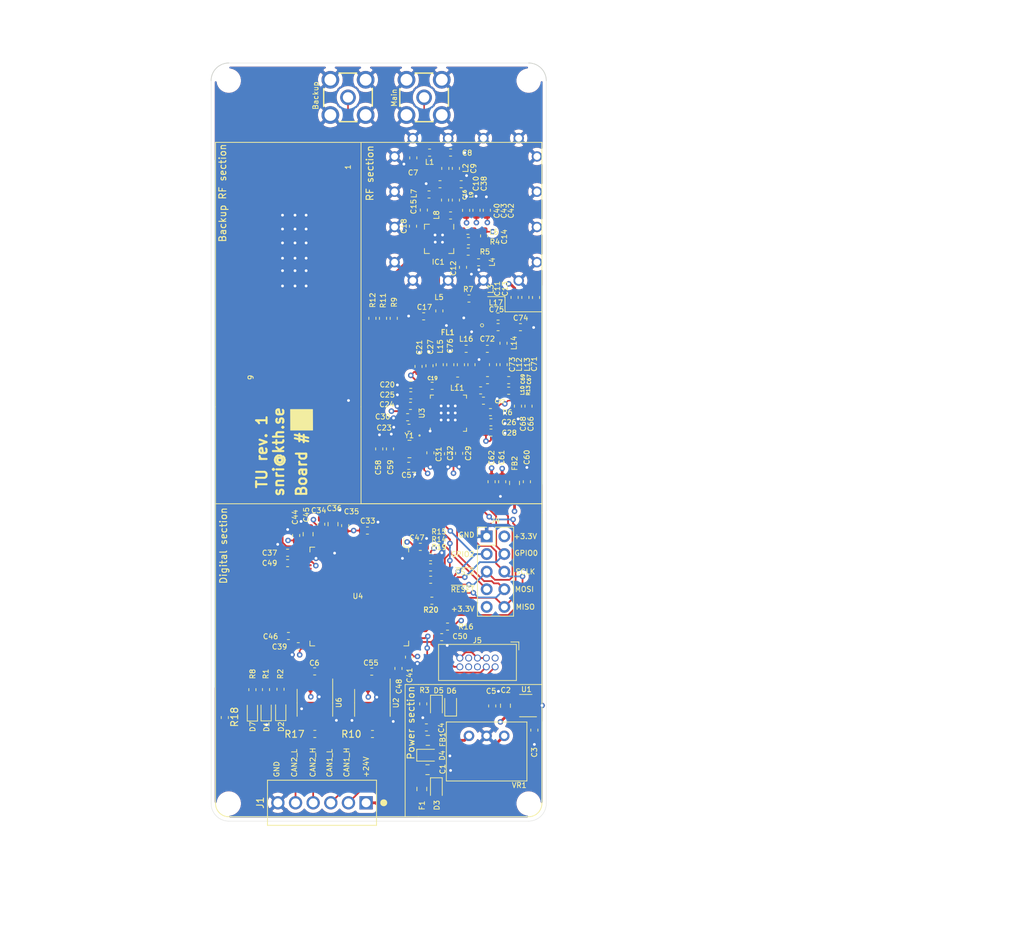
<source format=kicad_pcb>
(kicad_pcb (version 20171130) (host pcbnew "(5.1.4)-1")
  (layers (0 F.Cu signal) (1 In1.Cu signal) (2 In2.Cu power) (31 B.Cu signal) (34 B.Paste user) (35 F.Paste user) (36 B.SilkS user) (37 F.SilkS user) (38 B.Mask user) (39 F.Mask user) (44 Edge.Cuts user))
  (net 0 "")
  (net 1 GND)
  (net 2 +24V)
  (net 3 +3V3)
  (net 4 +5V)
  (net 5 /CC1190/ANTENNA_OUT)
  (net 6 "Net-(C8-Pad1)")
  (net 7 "Net-(C10-Pad1)")
  (net 8 "Net-(C12-Pad1)")
  (net 9 "Net-(C15-Pad2)")
  (net 10 "Net-(C15-Pad1)")
  (net 11 "Net-(C16-Pad1)")
  (net 12 "Net-(C17-Pad1)")
  (net 13 "Net-(C18-Pad1)")
  (net 14 "Net-(C19-Pad2)")
  (net 15 "Net-(C19-Pad1)")
  (net 16 /transceiver/VDD_CC1200)
  (net 17 "Net-(C23-Pad1)")
  (net 18 "Net-(C25-Pad1)")
  (net 19 "Net-(C27-Pad1)")
  (net 20 "Net-(C29-Pad1)")
  (net 21 "Net-(C38-Pad1)")
  (net 22 /MCU/CAP_1)
  (net 23 /MCU/CAP_2)
  (net 24 /MCU/NRST)
  (net 25 "Net-(C57-Pad1)")
  (net 26 "Net-(C58-Pad1)")
  (net 27 "Net-(C67-Pad1)")
  (net 28 "Net-(C69-Pad2)")
  (net 29 "Net-(C69-Pad1)")
  (net 30 "Net-(C71-Pad1)")
  (net 31 "Net-(C72-Pad1)")
  (net 32 "Net-(C73-Pad2)")
  (net 33 "Net-(C73-Pad1)")
  (net 34 "Net-(C74-Pad1)")
  (net 35 "Net-(C76-Pad2)")
  (net 36 "Net-(D1-Pad2)")
  (net 37 "Net-(D2-Pad2)")
  (net 38 "Net-(D3-Pad1)")
  (net 39 "Net-(D6-Pad1)")
  (net 40 "Net-(D7-Pad2)")
  (net 41 "Net-(FB1-Pad2)")
  (net 42 "Net-(IC1-Pad16)")
  (net 43 "Net-(IC1-Pad15)")
  (net 44 "Net-(IC1-Pad14)")
  (net 45 "Net-(IC1-Pad10)")
  (net 46 /CC1190/PA_EN)
  (net 47 /CC1190/LNA_EN)
  (net 48 /CC1190/HGM)
  (net 49 /CAN_transceiver/CANL_2)
  (net 50 /CAN_transceiver/CANH_2)
  (net 51 /CAN_transceiver/CANL_1)
  (net 52 /CAN_transceiver/CANH_1)
  (net 53 "Net-(J2-Pad1)")
  (net 54 /MCU/SWCLK)
  (net 55 /MCU/SWDIO)
  (net 56 /MCU/LED_1)
  (net 57 /MCU/LED_2)
  (net 58 "Net-(R6-Pad2)")
  (net 59 /MCU/LED_3)
  (net 60 "Net-(R14-Pad2)")
  (net 61 /CAN_transceiver/CAN_RX_1)
  (net 62 /CAN_transceiver/CAN_TX_1)
  (net 63 /transceiver/GPIO3)
  (net 64 /CAN_transceiver/CAN_TX_2)
  (net 65 /CAN_transceiver/CAN_RX_2)
  (net 66 /battery_in)
  (net 67 /DIO5)
  (net 68 /MOSI)
  (net 69 /MISO)
  (net 70 /DIO2)
  (net 71 /DIO1)
  (net 72 /DIO0)
  (net 73 "Net-(J2-Pad5)")
  (net 74 /DIO4)
  (net 75 /DIO3)
  (net 76 /~CS_1)
  (net 77 /SCLK)
  (net 78 /GPIO0)
  (net 79 /GPIO2)
  (net 80 "Net-(R20-Pad2)")
  (net 81 /~RESET)
  (net 82 /~CS_RF2)
  (net 83 /SCLK_RF2)
  (net 84 /MOSI_RF2)
  (net 85 /MISO_RF2)
  (net 86 "Net-(R19-Pad2)")
  (net 87 "Net-(IC1-Pad8)")
  (net 88 "Net-(IC1-Pad7)")
  (net 89 "Net-(IC1-Pad6)")
  (net 90 /RESET_RF2)
  (net 91 /CC1190/RFIO)
  (net 92 /CC1190/VDD_CC1190)
  (module "TU-HW RF LIB:WE_shield_20x20_36503205S" (layer F.Cu) (at 97.536 59.182 90)
    (fp_text reference J7 hide)
    (fp_text value RF_Shield_One_Piece)
    (pad 1 thru_hole circle (at 17.87 12.79 90) (size 1.5 1.5) (drill 1) (layers *.Cu *.Mask) (net 1 GND))
    (pad 1 thru_hole circle (at 17.87 17.87 90) (size 1.5 1.5) (drill 1) (layers *.Cu *.Mask) (net 1 GND))
    (pad 1 thru_hole circle (at 17.87 7.71 90) (size 1.5 1.5) (drill 1) (layers *.Cu *.Mask) (net 1 GND))
    (pad 1 thru_hole circle (at 17.87 2.63 90) (size 1.5 1.5) (drill 1) (layers *.Cu *.Mask) (net 1 GND))
    (pad 1 thru_hole circle (at -2.64 17.87 90) (size 1.5 1.5) (drill 1) (layers *.Cu *.Mask) (net 1 GND))
    (pad 1 thru_hole circle (at -2.63 12.79 90) (size 1.5 1.5) (drill 1) (layers *.Cu *.Mask) (net 1 GND))
    (pad 1 thru_hole circle (at -2.63 7.71 90) (size 1.5 1.5) (drill 1) (layers *.Cu *.Mask) (net 1 GND))
    (pad 1 thru_hole circle (at -2.63 2.63 90) (size 1.5 1.5) (drill 1) (layers *.Cu *.Mask) (net 1 GND))
    (pad 1 thru_hole circle (at 15.24 20.5 90) (size 1.5 1.5) (drill 1) (layers *.Cu *.Mask) (net 1 GND))
    (pad 1 thru_hole circle (at 10.16 20.5 90) (size 1.5 1.5) (drill 1) (layers *.Cu *.Mask) (net 1 GND))
    (pad 1 thru_hole circle (at 5.08 20.5 90) (size 1.5 1.5) (drill 1) (layers *.Cu *.Mask) (net 1 GND))
    (pad 1 thru_hole circle (at 0 20.5 90) (size 1.5 1.5) (drill 1) (layers *.Cu *.Mask) (net 1 GND))
    (pad 1 thru_hole circle (at 15.24 0 90) (size 1.5 1.5) (drill 1) (layers *.Cu *.Mask) (net 1 GND))
    (pad 1 thru_hole circle (at 10.16 0 90) (size 1.5 1.5) (drill 1) (layers *.Cu *.Mask) (net 1 GND))
    (pad 1 thru_hole circle (at 5.08 0 90) (size 1.5 1.5) (drill 1) (layers *.Cu *.Mask) (net 1 GND))
    (pad 1 thru_hole circle (at 0 0 90) (size 1.5 1.5) (drill 1) (layers *.Cu *.Mask) (net 1 GND))
  )
  (module MountingHole:MountingHole_2.5mm (layer F.Cu) (at 116.84 137.16)
    (fp_text reference H4 hide)
    (fp_text value MountingHole)
    (pad 1 np_thru_hole circle (at 0 0) (size 2.5 2.5) (drill 2.5) (layers *.Cu *.Mask))
  )
  (module KTHFS:RFM95PW (layer F.Cu) (at 73.83018 50.9778 90)
    (fp_text reference J2 hide)
    (fp_text value Conn_01x17_Male)
    (fp_text user 9 (at -24.8 3 90) (layer F.SilkS) (effects (font (size 0.75 0.75) (thickness 0.125))))
    (fp_text user 1 (at 5.5 17 90) (layer F.SilkS) (effects (font (size 0.75 0.75) (thickness 0.125))))
    (pad 1 connect rect (at 7.2 17 90) (size 1.8 1.2) (layers F.Cu F.Mask) (net 53 "Net-(J2-Pad1)"))
    (pad 1 connect rect (at 7.2 17 90) (size 1.8 1.2) (layers F.Cu F.Mask) (net 53 "Net-(J2-Pad1)"))
    (pad 2 connect rect (at 7.2 15 90) (size 1.8 1.2) (layers F.Cu F.Mask) (net 1 GND))
    (pad 3 connect rect (at 7.2 13 90) (size 1.8 1.2) (layers F.Cu F.Mask) (net 75 /DIO3))
    (pad 4 connect rect (at 7.2 11 90) (size 1.8 1.2) (layers F.Cu F.Mask) (net 74 /DIO4))
    (pad 5 connect rect (at 7.2 9 90) (size 1.8 1.2) (layers F.Cu F.Mask) (net 73 "Net-(J2-Pad5)"))
    (pad 6 connect rect (at 7.2 7 90) (size 1.8 1.2) (layers F.Cu F.Mask) (net 72 /DIO0))
    (pad 7 connect rect (at 7.2 5 90) (size 1.8 1.2) (layers F.Cu F.Mask) (net 71 /DIO1))
    (pad 8 connect rect (at 7.2 3 90) (size 1.8 1.2) (layers F.Cu F.Mask) (net 70 /DIO2))
    (pad 9 connect rect (at -26.5 3 90) (size 1.8 1.2) (layers F.Cu F.Mask))
    (pad 10 connect rect (at -26.5 5 90) (size 1.8 1.2) (layers F.Cu F.Mask) (net 85 /MISO_RF2))
    (pad 11 connect rect (at -26.5 7 90) (size 1.8 1.2) (layers F.Cu F.Mask) (net 84 /MOSI_RF2))
    (pad 12 connect rect (at -26.5 9 90) (size 1.8 1.2) (layers F.Cu F.Mask) (net 83 /SCLK_RF2))
    (pad 13 connect rect (at -26.5 11 90) (size 1.8 1.2) (layers F.Cu F.Mask) (net 82 /~CS_RF2))
    (pad 14 connect rect (at -26.5 13 90) (size 1.8 1.2) (layers F.Cu F.Mask) (net 90 /RESET_RF2))
    (pad 15 connect rect (at -26.5 15 90) (size 1.8 1.2) (layers F.Cu F.Mask) (net 67 /DIO5))
    (pad 16 connect rect (at -26.5 17 90) (size 1.8 1.2) (layers F.Cu F.Mask) (net 1 GND))
    (pad 17 connect rect (at -6.4 9.3 90) (size 11.5 4.7) (layers F.Cu F.Mask) (net 1 GND))
  )
  (module Package_DFN_QFN:QFN-32-1EP_5x5mm_P0.5mm_EP3.45x3.45mm (layer F.Cu) (at 105.28876 80.929 90)
    (fp_text reference U3 (at 0 -3.82 90) (layer F.SilkS) (effects (font (size 0.75 0.75) (thickness 0.125))))
    (fp_text value CC1200)
    (pad 33 smd roundrect (at 0 0 90) (size 3.45 3.45) (layers F.Cu F.Mask) (roundrect_rratio 0.072464) (net 1 GND))
    (pad 1 smd roundrect (at -2.4375 -1.75 90) (size 0.875 0.25) (layers F.Cu F.Paste F.Mask) (net 16 /transceiver/VDD_CC1200))
    (pad 2 smd roundrect (at -2.4375 -1.25 90) (size 0.875 0.25) (layers F.Cu F.Paste F.Mask) (net 81 /~RESET))
    (pad 3 smd roundrect (at -2.4375 -0.75 90) (size 0.875 0.25) (layers F.Cu F.Paste F.Mask) (net 63 /transceiver/GPIO3))
    (pad 4 smd roundrect (at -2.4375 -0.25 90) (size 0.875 0.25) (layers F.Cu F.Paste F.Mask) (net 79 /GPIO2))
    (pad 5 smd roundrect (at -2.4375 0.25 90) (size 0.875 0.25) (layers F.Cu F.Paste F.Mask) (net 16 /transceiver/VDD_CC1200))
    (pad 6 smd roundrect (at -2.4375 0.75 90) (size 0.875 0.25) (layers F.Cu F.Paste F.Mask) (net 20 "Net-(C29-Pad1)"))
    (pad 7 smd roundrect (at -2.4375 1.25 90) (size 0.875 0.25) (layers F.Cu F.Paste F.Mask) (net 68 /MOSI))
    (pad 8 smd roundrect (at -2.4375 1.75 90) (size 0.875 0.25) (layers F.Cu F.Paste F.Mask) (net 77 /SCLK))
    (pad 9 smd roundrect (at -1.75 2.4375 90) (size 0.25 0.875) (layers F.Cu F.Paste F.Mask) (net 69 /MISO))
    (pad 10 smd roundrect (at -1.25 2.4375 90) (size 0.25 0.875) (layers F.Cu F.Paste F.Mask) (net 78 /GPIO0))
    (pad 11 smd roundrect (at -0.75 2.4375 90) (size 0.25 0.875) (layers F.Cu F.Paste F.Mask) (net 76 /~CS_1))
    (pad 12 smd roundrect (at -0.25 2.4375 90) (size 0.25 0.875) (layers F.Cu F.Paste F.Mask) (net 16 /transceiver/VDD_CC1200))
    (pad 13 smd roundrect (at 0.25 2.4375 90) (size 0.25 0.875) (layers F.Cu F.Paste F.Mask) (net 16 /transceiver/VDD_CC1200))
    (pad 14 smd roundrect (at 0.75 2.4375 90) (size 0.25 0.875) (layers F.Cu F.Paste F.Mask) (net 58 "Net-(R6-Pad2)"))
    (pad 15 smd roundrect (at 1.25 2.4375 90) (size 0.25 0.875) (layers F.Cu F.Paste F.Mask) (net 16 /transceiver/VDD_CC1200))
    (pad 16 smd roundrect (at 1.75 2.4375 90) (size 0.25 0.875) (layers F.Cu F.Paste F.Mask))
    (pad 17 smd roundrect (at 2.4375 1.75 90) (size 0.875 0.25) (layers F.Cu F.Paste F.Mask) (net 28 "Net-(C69-Pad2)"))
    (pad 18 smd roundrect (at 2.4375 1.25 90) (size 0.875 0.25) (layers F.Cu F.Paste F.Mask) (net 31 "Net-(C72-Pad1)"))
    (pad 19 smd roundrect (at 2.4375 0.75 90) (size 0.875 0.25) (layers F.Cu F.Paste F.Mask) (net 32 "Net-(C73-Pad2)"))
    (pad 20 smd roundrect (at 2.4375 0.25 90) (size 0.875 0.25) (layers F.Cu F.Paste F.Mask) (net 35 "Net-(C76-Pad2)"))
    (pad 21 smd roundrect (at 2.4375 -0.25 90) (size 0.875 0.25) (layers F.Cu F.Paste F.Mask) (net 19 "Net-(C27-Pad1)"))
    (pad 22 smd roundrect (at 2.4375 -0.75 90) (size 0.875 0.25) (layers F.Cu F.Paste F.Mask) (net 16 /transceiver/VDD_CC1200))
    (pad 23 smd roundrect (at 2.4375 -1.25 90) (size 0.875 0.25) (layers F.Cu F.Paste F.Mask) (net 15 "Net-(C19-Pad1)"))
    (pad 24 smd roundrect (at 2.4375 -1.75 90) (size 0.875 0.25) (layers F.Cu F.Paste F.Mask) (net 14 "Net-(C19-Pad2)"))
    (pad 25 smd roundrect (at 1.75 -2.4375 90) (size 0.25 0.875) (layers F.Cu F.Paste F.Mask) (net 16 /transceiver/VDD_CC1200))
    (pad 26 smd roundrect (at 1.25 -2.4375 90) (size 0.25 0.875) (layers F.Cu F.Paste F.Mask) (net 18 "Net-(C25-Pad1)"))
    (pad 27 smd roundrect (at 0.75 -2.4375 90) (size 0.25 0.875) (layers F.Cu F.Paste F.Mask) (net 16 /transceiver/VDD_CC1200))
    (pad 28 smd roundrect (at 0.25 -2.4375 90) (size 0.25 0.875) (layers F.Cu F.Paste F.Mask) (net 16 /transceiver/VDD_CC1200))
    (pad 29 smd roundrect (at -0.25 -2.4375 90) (size 0.25 0.875) (layers F.Cu F.Paste F.Mask) (net 17 "Net-(C23-Pad1)"))
    (pad 30 smd roundrect (at -0.75 -2.4375 90) (size 0.25 0.875) (layers F.Cu F.Paste F.Mask) (net 26 "Net-(C58-Pad1)"))
    (pad 31 smd roundrect (at -1.25 -2.4375 90) (size 0.25 0.875) (layers F.Cu F.Paste F.Mask) (net 25 "Net-(C57-Pad1)"))
    (pad 32 smd roundrect (at -1.75 -2.4375 90) (size 0.25 0.875) (layers F.Cu F.Paste F.Mask) (net 1 GND))
  )
  (module Capacitor_SMD:C_0603_1608Metric (layer F.Cu) (at 106.8324 86.7156 270)
    (fp_text reference C29 (at -0.00762 -1.3208 90) (layer F.SilkS) (effects (font (size 0.75 0.75) (thickness 0.125))))
    (fp_text value 220n)
    (pad 2 smd roundrect (at 0.7875 0 270) (size 0.875 0.95) (layers F.Cu F.Paste F.Mask) (net 1 GND))
    (pad 1 smd roundrect (at -0.7875 0 270) (size 0.875 0.95) (layers F.Cu F.Paste F.Mask) (net 20 "Net-(C29-Pad1)"))
  )
  (module MountingHole:MountingHole_2.5mm (layer F.Cu) (at 73.66 137.16)
    (fp_text reference H3 hide)
    (fp_text value MountingHole)
    (pad 1 np_thru_hole circle (at 0 0) (size 2.5 2.5) (drill 2.5) (layers *.Cu *.Mask))
  )
  (module MountingHole:MountingHole_2.5mm (layer F.Cu) (at 116.84 33.02)
    (fp_text reference H2 hide)
    (fp_text value MountingHole)
    (pad 1 np_thru_hole circle (at 0 0) (size 2.5 2.5) (drill 2.5) (layers *.Cu *.Mask))
  )
  (module MountingHole:MountingHole_2.5mm (layer F.Cu) (at 73.66 33.02)
    (fp_text reference H1 hide)
    (fp_text value MountingHole)
    (pad 1 np_thru_hole circle (at 0 0) (size 2.5 2.5) (drill 2.5) (layers *.Cu *.Mask))
  )
  (module "TU-HW RF LIB:SON120P300X300X110-6N" (layer F.Cu) (at 107.588 67.00774 180)
    (fp_text reference FL1 (at 2.40406 -2.286) (layer F.SilkS) (effects (font (size 0.75 0.75))))
    (fp_text value SAW_RF_filterB3725)
    (pad 1 smd oval (at -0.93 -1.2 180) (size 1.96 0.65) (layers F.Cu F.Paste F.Mask) (net 1 GND))
    (pad 2 smd oval (at -1.3 0 180) (size 1.2 0.65) (layers F.Cu F.Paste F.Mask) (net 91 /CC1190/RFIO))
    (pad 3 smd oval (at -1.3 1.2 180) (size 1.2 0.65) (layers F.Cu F.Paste F.Mask) (net 1 GND))
    (pad 4 smd oval (at 1.3 1.2 180) (size 1.2 0.65) (layers F.Cu F.Paste F.Mask) (net 1 GND))
    (pad 5 smd oval (at 1.3 0 180) (size 1.2 0.65) (layers F.Cu F.Paste F.Mask) (net 12 "Net-(C17-Pad1)"))
    (pad 6 smd oval (at 1.3 -1.2 180) (size 1.2 0.65) (layers F.Cu F.Paste F.Mask) (net 1 GND))
  )
  (module "TU-HW RF LIB:TE_282834-6" (layer F.Cu) (at 87.0839 137.0584 180)
    (fp_text reference J1 (at 8.89 0 90) (layer F.SilkS) (effects (font (size 1.000457 1.000457))))
    (fp_text value Conn_01x06_Male)
    (pad 1 thru_hole rect (at -6.35 0 180) (size 1.92 1.92) (drill 1.28) (layers *.Cu *.Mask) (net 66 /battery_in))
    (pad 2 thru_hole circle (at -3.81 0 180) (size 1.92 1.92) (drill 1.28) (layers *.Cu *.Mask) (net 52 /CAN_transceiver/CANH_1))
    (pad 3 thru_hole circle (at -1.27 0 180) (size 1.92 1.92) (drill 1.28) (layers *.Cu *.Mask) (net 51 /CAN_transceiver/CANL_1))
    (pad 4 thru_hole circle (at 1.27 0 180) (size 1.92 1.92) (drill 1.28) (layers *.Cu *.Mask) (net 50 /CAN_transceiver/CANH_2))
    (pad 5 thru_hole circle (at 3.81 0 180) (size 1.92 1.92) (drill 1.28) (layers *.Cu *.Mask) (net 49 /CAN_transceiver/CANL_2))
    (pad 6 thru_hole circle (at 6.35 0 180) (size 1.92 1.92) (drill 1.28) (layers *.Cu *.Mask) (net 1 GND))
  )
  (module Connector_PinHeader_2.54mm:PinHeader_2x05_P2.54mm_Vertical (layer F.Cu) (at 110.79988 98.679)
    (fp_text reference J4 (at 1.27 -2.33) (layer F.SilkS) (effects (font (size 0.75 0.75) (thickness 0.125))))
    (fp_text value "Debugger connector")
    (pad 10 thru_hole oval (at 2.54 10.16) (size 1.7 1.7) (drill 1) (layers *.Cu *.Mask) (net 69 /MISO))
    (pad 9 thru_hole oval (at 0 10.16) (size 1.7 1.7) (drill 1) (layers *.Cu *.Mask) (net 3 +3V3))
    (pad 8 thru_hole oval (at 2.54 7.62) (size 1.7 1.7) (drill 1) (layers *.Cu *.Mask) (net 68 /MOSI))
    (pad 7 thru_hole oval (at 0 7.62) (size 1.7 1.7) (drill 1) (layers *.Cu *.Mask) (net 81 /~RESET))
    (pad 6 thru_hole oval (at 2.54 5.08) (size 1.7 1.7) (drill 1) (layers *.Cu *.Mask) (net 77 /SCLK))
    (pad 5 thru_hole oval (at 0 5.08) (size 1.7 1.7) (drill 1) (layers *.Cu *.Mask) (net 76 /~CS_1))
    (pad 4 thru_hole oval (at 2.54 2.54) (size 1.7 1.7) (drill 1) (layers *.Cu *.Mask) (net 78 /GPIO0))
    (pad 3 thru_hole oval (at 0 2.54) (size 1.7 1.7) (drill 1) (layers *.Cu *.Mask) (net 79 /GPIO2))
    (pad 2 thru_hole oval (at 2.54 0) (size 1.7 1.7) (drill 1) (layers *.Cu *.Mask) (net 3 +3V3))
    (pad 1 thru_hole rect (at 0 0) (size 1.7 1.7) (drill 1) (layers *.Cu *.Mask) (net 1 GND))
  )
  (module Resistor_SMD:R_0603_1608Metric (layer F.Cu) (at 102.90556 107.93984 180)
    (fp_text reference R20 (at 0.13716 -1.33096) (layer F.SilkS) (effects (font (size 0.75 0.75))))
    (fp_text value 0)
    (pad 2 smd roundrect (at 0.7875 0 180) (size 0.875 0.95) (layers F.Cu F.Paste F.Mask) (net 80 "Net-(R20-Pad2)"))
    (pad 1 smd roundrect (at -0.7875 0 180) (size 0.875 0.95) (layers F.Cu F.Paste F.Mask) (net 76 /~CS_1))
  )
  (module Resistor_SMD:R_0603_1608Metric (layer F.Cu) (at 102.73284 104.9274 180)
    (fp_text reference R19 (at -1.20396 4.699) (layer F.SilkS) (effects (font (size 0.75 0.75))))
    (fp_text value 0)
    (pad 2 smd roundrect (at 0.7875 0 180) (size 0.875 0.95) (layers F.Cu F.Paste F.Mask) (net 86 "Net-(R19-Pad2)"))
    (pad 1 smd roundrect (at -0.7875 0 180) (size 0.875 0.95) (layers F.Cu F.Paste F.Mask) (net 81 /~RESET))
  )
  (module Resistor_SMD:R_0603_1608Metric (layer F.Cu) (at 73.0885 124.7775 90)
    (fp_text reference R18 (at 0.075 1.4 90) (layer F.SilkS))
    (fp_text value 0)
    (pad 2 smd roundrect (at 0.7875 0 90) (size 0.875 0.95) (layers F.Cu F.Paste F.Mask) (net 73 "Net-(J2-Pad5)"))
    (pad 1 smd roundrect (at -0.7875 0 90) (size 0.875 0.95) (layers F.Cu F.Paste F.Mask) (net 4 +5V))
  )
  (module "TU-HW RF LIB:Wurth_SMA_60312002114503" (layer F.Cu) (at 90.83018 35.433)
    (fp_text reference J6 hide)
    (fp_text value Conn_01x05_Male)
    (pad 5 thru_hole circle (at -2.54 2.54) (size 2.55 2.55) (drill 1.7) (layers *.Cu *.Mask) (net 1 GND))
    (pad 4 thru_hole circle (at 2.54 2.54) (size 2.55 2.55) (drill 1.7) (layers *.Cu *.Mask) (net 1 GND))
    (pad 3 thru_hole circle (at 2.54 -2.54) (size 2.55 2.55) (drill 1.7) (layers *.Cu *.Mask) (net 1 GND))
    (pad 2 thru_hole circle (at -2.54 -2.54) (size 2.55 2.55) (drill 1.7) (layers *.Cu *.Mask) (net 1 GND))
    (pad 1 thru_hole circle (at 0 0) (size 2.25 2.25) (drill 1.5) (layers *.Cu *.Mask) (net 53 "Net-(J2-Pad1)"))
  )
  (module "TU-HW RF LIB:Wurth_SMA_60312002114503" (layer F.Cu) (at 101.7905 35.433)
    (fp_text reference J3 hide)
    (fp_text value Conn_01x05_Male)
    (pad 5 thru_hole circle (at -2.54 2.54) (size 2.55 2.55) (drill 1.7) (layers *.Cu *.Mask) (net 1 GND))
    (pad 4 thru_hole circle (at 2.54 2.54) (size 2.55 2.55) (drill 1.7) (layers *.Cu *.Mask) (net 1 GND))
    (pad 3 thru_hole circle (at 2.54 -2.54) (size 2.55 2.55) (drill 1.7) (layers *.Cu *.Mask) (net 1 GND))
    (pad 2 thru_hole circle (at -2.54 -2.54) (size 2.55 2.55) (drill 1.7) (layers *.Cu *.Mask) (net 1 GND))
    (pad 1 thru_hole circle (at 0 0) (size 2.25 2.25) (drill 1.5) (layers *.Cu *.Mask) (net 5 /CC1190/ANTENNA_OUT))
  )
  (module KTHFS:Atmel_ICP_connector (layer F.Cu) (at 109.474 116.84 180)
    (fp_text reference J5 (at 0.02 3.175) (layer F.SilkS) (effects (font (size 0.75 0.75) (thickness 0.125))))
    (fp_text value ARM_JTAG_SWD_10)
    (pad 10 thru_hole circle (at 2.54 -0.635 180) (size 1 1) (drill 0.7) (layers *.Cu *.Mask) (net 24 /MCU/NRST))
    (pad 9 thru_hole circle (at 2.54 0.635 180) (size 1 1) (drill 0.7) (layers *.Cu *.Mask) (net 1 GND))
    (pad 8 thru_hole circle (at 1.27 -0.635 180) (size 1 1) (drill 0.7) (layers *.Cu *.Mask))
    (pad 7 thru_hole circle (at 1.27 0.635 180) (size 1 1) (drill 0.7) (layers *.Cu *.Mask))
    (pad 6 thru_hole circle (at 0 -0.635 180) (size 1 1) (drill 0.7) (layers *.Cu *.Mask))
    (pad 5 thru_hole circle (at 0 0.635 180) (size 1 1) (drill 0.7) (layers *.Cu *.Mask) (net 1 GND))
    (pad 4 thru_hole circle (at -1.27 -0.635 180) (size 1 1) (drill 0.7) (layers *.Cu *.Mask) (net 54 /MCU/SWCLK))
    (pad 3 thru_hole circle (at -1.27 0.635 180) (size 1 1) (drill 0.7) (layers *.Cu *.Mask) (net 1 GND))
    (pad 2 thru_hole circle (at -2.54 -0.635 180) (size 1 1) (drill 0.7) (layers *.Cu *.Mask) (net 55 /MCU/SWDIO))
    (pad 1 thru_hole circle (at -2.54 0.635 180) (size 1 1) (drill 0.7) (layers *.Cu *.Mask) (net 3 +3V3))
  )
  (module Resistor_SMD:R_0603_1608Metric (layer F.Cu) (at 86.05 127.14 180)
    (fp_text reference R17 (at 2.93 -0.03) (layer F.SilkS))
    (fp_text value 120)
    (pad 2 smd roundrect (at 0.7875 0 180) (size 0.875 0.95) (layers F.Cu F.Paste F.Mask) (net 49 /CAN_transceiver/CANL_2))
    (pad 1 smd roundrect (at -0.7875 0 180) (size 0.875 0.95) (layers F.Cu F.Paste F.Mask) (net 50 /CAN_transceiver/CANH_2))
  )
  (module Resistor_SMD:R_0603_1608Metric (layer F.Cu) (at 94.35 127.15 180)
    (fp_text reference R10 (at 3.04 -0.02) (layer F.SilkS))
    (fp_text value 120)
    (pad 2 smd roundrect (at 0.7875 0 180) (size 0.875 0.95) (layers F.Cu F.Paste F.Mask) (net 51 /CAN_transceiver/CANL_1))
    (pad 1 smd roundrect (at -0.7875 0 180) (size 0.875 0.95) (layers F.Cu F.Paste F.Mask) (net 52 /CAN_transceiver/CANH_1))
  )
  (module Package_QFP:LQFP-100_14x14mm_P0.5mm (layer F.Cu) (at 92.456 107.3404 270)
    (fp_text reference U4 (at -0.0508 0.2032 180) (layer F.SilkS) (effects (font (size 0.75 0.75) (thickness 0.125))))
    (fp_text value STM32F407VGTx)
    (pad 1 smd roundrect (at -7.675 -6 270) (size 1.6 0.3) (layers F.Cu F.Paste F.Mask))
    (pad 2 smd roundrect (at -7.675 -5.5 270) (size 1.6 0.3) (layers F.Cu F.Paste F.Mask))
    (pad 3 smd roundrect (at -7.675 -5 270) (size 1.6 0.3) (layers F.Cu F.Paste F.Mask) (net 48 /CC1190/HGM))
    (pad 4 smd roundrect (at -7.675 -4.5 270) (size 1.6 0.3) (layers F.Cu F.Paste F.Mask) (net 47 /CC1190/LNA_EN))
    (pad 5 smd roundrect (at -7.675 -4 270) (size 1.6 0.3) (layers F.Cu F.Paste F.Mask) (net 46 /CC1190/PA_EN))
    (pad 6 smd roundrect (at -7.675 -3.5 270) (size 1.6 0.3) (layers F.Cu F.Paste F.Mask))
    (pad 7 smd roundrect (at -7.675 -3 270) (size 1.6 0.3) (layers F.Cu F.Paste F.Mask))
    (pad 8 smd roundrect (at -7.675 -2.5 270) (size 1.6 0.3) (layers F.Cu F.Paste F.Mask) (net 90 /RESET_RF2))
    (pad 9 smd roundrect (at -7.675 -2 270) (size 1.6 0.3) (layers F.Cu F.Paste F.Mask))
    (pad 10 smd roundrect (at -7.675 -1.5 270) (size 1.6 0.3) (layers F.Cu F.Paste F.Mask) (net 1 GND))
    (pad 11 smd roundrect (at -7.675 -1 270) (size 1.6 0.3) (layers F.Cu F.Paste F.Mask) (net 3 +3V3))
    (pad 12 smd roundrect (at -7.675 -0.5 270) (size 1.6 0.3) (layers F.Cu F.Paste F.Mask))
    (pad 13 smd roundrect (at -7.675 0 270) (size 1.6 0.3) (layers F.Cu F.Paste F.Mask))
    (pad 14 smd roundrect (at -7.675 0.5 270) (size 1.6 0.3) (layers F.Cu F.Paste F.Mask) (net 24 /MCU/NRST))
    (pad 15 smd roundrect (at -7.675 1 270) (size 1.6 0.3) (layers F.Cu F.Paste F.Mask))
    (pad 16 smd roundrect (at -7.675 1.5 270) (size 1.6 0.3) (layers F.Cu F.Paste F.Mask))
    (pad 17 smd roundrect (at -7.675 2 270) (size 1.6 0.3) (layers F.Cu F.Paste F.Mask))
    (pad 18 smd roundrect (at -7.675 2.5 270) (size 1.6 0.3) (layers F.Cu F.Paste F.Mask))
    (pad 19 smd roundrect (at -7.675 3 270) (size 1.6 0.3) (layers F.Cu F.Paste F.Mask) (net 3 +3V3))
    (pad 20 smd roundrect (at -7.675 3.5 270) (size 1.6 0.3) (layers F.Cu F.Paste F.Mask) (net 1 GND))
    (pad 21 smd roundrect (at -7.675 4 270) (size 1.6 0.3) (layers F.Cu F.Paste F.Mask) (net 3 +3V3))
    (pad 22 smd roundrect (at -7.675 4.5 270) (size 1.6 0.3) (layers F.Cu F.Paste F.Mask) (net 3 +3V3))
    (pad 23 smd roundrect (at -7.675 5 270) (size 1.6 0.3) (layers F.Cu F.Paste F.Mask))
    (pad 24 smd roundrect (at -7.675 5.5 270) (size 1.6 0.3) (layers F.Cu F.Paste F.Mask))
    (pad 25 smd roundrect (at -7.675 6 270) (size 1.6 0.3) (layers F.Cu F.Paste F.Mask))
    (pad 26 smd roundrect (at -6 7.675 270) (size 0.3 1.6) (layers F.Cu F.Paste F.Mask) (net 82 /~CS_RF2))
    (pad 27 smd roundrect (at -5.5 7.675 270) (size 0.3 1.6) (layers F.Cu F.Paste F.Mask) (net 1 GND))
    (pad 28 smd roundrect (at -5 7.675 270) (size 0.3 1.6) (layers F.Cu F.Paste F.Mask) (net 3 +3V3))
    (pad 29 smd roundrect (at -4.5 7.675 270) (size 0.3 1.6) (layers F.Cu F.Paste F.Mask))
    (pad 30 smd roundrect (at -4 7.675 270) (size 0.3 1.6) (layers F.Cu F.Paste F.Mask) (net 83 /SCLK_RF2))
    (pad 31 smd roundrect (at -3.5 7.675 270) (size 0.3 1.6) (layers F.Cu F.Paste F.Mask) (net 85 /MISO_RF2))
    (pad 32 smd roundrect (at -3 7.675 270) (size 0.3 1.6) (layers F.Cu F.Paste F.Mask) (net 84 /MOSI_RF2))
    (pad 33 smd roundrect (at -2.5 7.675 270) (size 0.3 1.6) (layers F.Cu F.Paste F.Mask) (net 67 /DIO5))
    (pad 34 smd roundrect (at -2 7.675 270) (size 0.3 1.6) (layers F.Cu F.Paste F.Mask) (net 75 /DIO3))
    (pad 35 smd roundrect (at -1.5 7.675 270) (size 0.3 1.6) (layers F.Cu F.Paste F.Mask) (net 74 /DIO4))
    (pad 36 smd roundrect (at -1 7.675 270) (size 0.3 1.6) (layers F.Cu F.Paste F.Mask) (net 72 /DIO0))
    (pad 37 smd roundrect (at -0.5 7.675 270) (size 0.3 1.6) (layers F.Cu F.Paste F.Mask) (net 71 /DIO1))
    (pad 38 smd roundrect (at 0 7.675 270) (size 0.3 1.6) (layers F.Cu F.Paste F.Mask) (net 70 /DIO2))
    (pad 39 smd roundrect (at 0.5 7.675 270) (size 0.3 1.6) (layers F.Cu F.Paste F.Mask))
    (pad 40 smd roundrect (at 1 7.675 270) (size 0.3 1.6) (layers F.Cu F.Paste F.Mask))
    (pad 41 smd roundrect (at 1.5 7.675 270) (size 0.3 1.6) (layers F.Cu F.Paste F.Mask))
    (pad 42 smd roundrect (at 2 7.675 270) (size 0.3 1.6) (layers F.Cu F.Paste F.Mask))
    (pad 43 smd roundrect (at 2.5 7.675 270) (size 0.3 1.6) (layers F.Cu F.Paste F.Mask))
    (pad 44 smd roundrect (at 3 7.675 270) (size 0.3 1.6) (layers F.Cu F.Paste F.Mask))
    (pad 45 smd roundrect (at 3.5 7.675 270) (size 0.3 1.6) (layers F.Cu F.Paste F.Mask) (net 59 /MCU/LED_3))
    (pad 46 smd roundrect (at 4 7.675 270) (size 0.3 1.6) (layers F.Cu F.Paste F.Mask) (net 56 /MCU/LED_1))
    (pad 47 smd roundrect (at 4.5 7.675 270) (size 0.3 1.6) (layers F.Cu F.Paste F.Mask) (net 57 /MCU/LED_2))
    (pad 48 smd roundrect (at 5 7.675 270) (size 0.3 1.6) (layers F.Cu F.Paste F.Mask))
    (pad 49 smd roundrect (at 5.5 7.675 270) (size 0.3 1.6) (layers F.Cu F.Paste F.Mask) (net 22 /MCU/CAP_1))
    (pad 50 smd roundrect (at 6 7.675 270) (size 0.3 1.6) (layers F.Cu F.Paste F.Mask) (net 3 +3V3))
    (pad 51 smd roundrect (at 7.675 6 270) (size 1.6 0.3) (layers F.Cu F.Paste F.Mask) (net 65 /CAN_transceiver/CAN_RX_2))
    (pad 52 smd roundrect (at 7.675 5.5 270) (size 1.6 0.3) (layers F.Cu F.Paste F.Mask) (net 64 /CAN_transceiver/CAN_TX_2))
    (pad 53 smd roundrect (at 7.675 5 270) (size 1.6 0.3) (layers F.Cu F.Paste F.Mask))
    (pad 54 smd roundrect (at 7.675 4.5 270) (size 1.6 0.3) (layers F.Cu F.Paste F.Mask))
    (pad 55 smd roundrect (at 7.675 4 270) (size 1.6 0.3) (layers F.Cu F.Paste F.Mask))
    (pad 56 smd roundrect (at 7.675 3.5 270) (size 1.6 0.3) (layers F.Cu F.Paste F.Mask))
    (pad 57 smd roundrect (at 7.675 3 270) (size 1.6 0.3) (layers F.Cu F.Paste F.Mask))
    (pad 58 smd roundrect (at 7.675 2.5 270) (size 1.6 0.3) (layers F.Cu F.Paste F.Mask))
    (pad 59 smd roundrect (at 7.675 2 270) (size 1.6 0.3) (layers F.Cu F.Paste F.Mask))
    (pad 60 smd roundrect (at 7.675 1.5 270) (size 1.6 0.3) (layers F.Cu F.Paste F.Mask))
    (pad 61 smd roundrect (at 7.675 1 270) (size 1.6 0.3) (layers F.Cu F.Paste F.Mask))
    (pad 62 smd roundrect (at 7.675 0.5 270) (size 1.6 0.3) (layers F.Cu F.Paste F.Mask))
    (pad 63 smd roundrect (at 7.675 0 270) (size 1.6 0.3) (layers F.Cu F.Paste F.Mask))
    (pad 64 smd roundrect (at 7.675 -0.5 270) (size 1.6 0.3) (layers F.Cu F.Paste F.Mask))
    (pad 65 smd roundrect (at 7.675 -1 270) (size 1.6 0.3) (layers F.Cu F.Paste F.Mask))
    (pad 66 smd roundrect (at 7.675 -1.5 270) (size 1.6 0.3) (layers F.Cu F.Paste F.Mask))
    (pad 67 smd roundrect (at 7.675 -2 270) (size 1.6 0.3) (layers F.Cu F.Paste F.Mask))
    (pad 68 smd roundrect (at 7.675 -2.5 270) (size 1.6 0.3) (layers F.Cu F.Paste F.Mask))
    (pad 69 smd roundrect (at 7.675 -3 270) (size 1.6 0.3) (layers F.Cu F.Paste F.Mask))
    (pad 70 smd roundrect (at 7.675 -3.5 270) (size 1.6 0.3) (layers F.Cu F.Paste F.Mask) (net 61 /CAN_transceiver/CAN_RX_1))
    (pad 71 smd roundrect (at 7.675 -4 270) (size 1.6 0.3) (layers F.Cu F.Paste F.Mask) (net 62 /CAN_transceiver/CAN_TX_1))
    (pad 72 smd roundrect (at 7.675 -4.5 270) (size 1.6 0.3) (layers F.Cu F.Paste F.Mask) (net 55 /MCU/SWDIO))
    (pad 73 smd roundrect (at 7.675 -5 270) (size 1.6 0.3) (layers F.Cu F.Paste F.Mask) (net 23 /MCU/CAP_2))
    (pad 74 smd roundrect (at 7.675 -5.5 270) (size 1.6 0.3) (layers F.Cu F.Paste F.Mask) (net 1 GND))
    (pad 75 smd roundrect (at 7.675 -6 270) (size 1.6 0.3) (layers F.Cu F.Paste F.Mask) (net 3 +3V3))
    (pad 76 smd roundrect (at 6 -7.675 270) (size 0.3 1.6) (layers F.Cu F.Paste F.Mask) (net 54 /MCU/SWCLK))
    (pad 77 smd roundrect (at 5.5 -7.675 270) (size 0.3 1.6) (layers F.Cu F.Paste F.Mask))
    (pad 78 smd roundrect (at 5 -7.675 270) (size 0.3 1.6) (layers F.Cu F.Paste F.Mask) (net 77 /SCLK))
    (pad 79 smd roundrect (at 4.5 -7.675 270) (size 0.3 1.6) (layers F.Cu F.Paste F.Mask) (net 69 /MISO))
    (pad 80 smd roundrect (at 4 -7.675 270) (size 0.3 1.6) (layers F.Cu F.Paste F.Mask) (net 68 /MOSI))
    (pad 81 smd roundrect (at 3.5 -7.675 270) (size 0.3 1.6) (layers F.Cu F.Paste F.Mask))
    (pad 82 smd roundrect (at 3 -7.675 270) (size 0.3 1.6) (layers F.Cu F.Paste F.Mask))
    (pad 83 smd roundrect (at 2.5 -7.675 270) (size 0.3 1.6) (layers F.Cu F.Paste F.Mask))
    (pad 84 smd roundrect (at 2 -7.675 270) (size 0.3 1.6) (layers F.Cu F.Paste F.Mask))
    (pad 85 smd roundrect (at 1.5 -7.675 270) (size 0.3 1.6) (layers F.Cu F.Paste F.Mask))
    (pad 86 smd roundrect (at 1 -7.675 270) (size 0.3 1.6) (layers F.Cu F.Paste F.Mask))
    (pad 87 smd roundrect (at 0.5 -7.675 270) (size 0.3 1.6) (layers F.Cu F.Paste F.Mask) (net 80 "Net-(R20-Pad2)"))
    (pad 88 smd roundrect (at 0 -7.675 270) (size 0.3 1.6) (layers F.Cu F.Paste F.Mask))
    (pad 89 smd roundrect (at -0.5 -7.675 270) (size 0.3 1.6) (layers F.Cu F.Paste F.Mask) (net 78 /GPIO0))
    (pad 90 smd roundrect (at -1 -7.675 270) (size 0.3 1.6) (layers F.Cu F.Paste F.Mask) (net 79 /GPIO2))
    (pad 91 smd roundrect (at -1.5 -7.675 270) (size 0.3 1.6) (layers F.Cu F.Paste F.Mask) (net 63 /transceiver/GPIO3))
    (pad 92 smd roundrect (at -2 -7.675 270) (size 0.3 1.6) (layers F.Cu F.Paste F.Mask))
    (pad 93 smd roundrect (at -2.5 -7.675 270) (size 0.3 1.6) (layers F.Cu F.Paste F.Mask) (net 86 "Net-(R19-Pad2)"))
    (pad 94 smd roundrect (at -3 -7.675 270) (size 0.3 1.6) (layers F.Cu F.Paste F.Mask) (net 60 "Net-(R14-Pad2)"))
    (pad 95 smd roundrect (at -3.5 -7.675 270) (size 0.3 1.6) (layers F.Cu F.Paste F.Mask))
    (pad 96 smd roundrect (at -4 -7.675 270) (size 0.3 1.6) (layers F.Cu F.Paste F.Mask))
    (pad 97 smd roundrect (at -4.5 -7.675 270) (size 0.3 1.6) (layers F.Cu F.Paste F.Mask))
    (pad 98 smd roundrect (at -5 -7.675 270) (size 0.3 1.6) (layers F.Cu F.Paste F.Mask))
    (pad 99 smd roundrect (at -5.5 -7.675 270) (size 0.3 1.6) (layers F.Cu F.Paste F.Mask) (net 1 GND))
    (pad 100 smd roundrect (at -6 -7.675 270) (size 0.3 1.6) (layers F.Cu F.Paste F.Mask) (net 3 +3V3))
  )
  (module Capacitor_SMD:C_0603_1608Metric (layer F.Cu) (at 107.83638 51.70376 90)
    (fp_text reference C40 (at -0.07414 4.43162 90) (layer F.SilkS) (effects (font (size 0.75 0.75) (thickness 0.125))))
    (fp_text value 1u)
    (pad 2 smd roundrect (at 0.7875 0 90) (size 0.875 0.95) (layers F.Cu F.Paste F.Mask) (net 1 GND))
    (pad 1 smd roundrect (at -0.7875 0 90) (size 0.875 0.95) (layers F.Cu F.Paste F.Mask) (net 92 /CC1190/VDD_CC1190))
  )
  (module Capacitor_SMD:C_0805_2012Metric (layer F.Cu) (at 114.808 90.98026 270)
    (fp_text reference FB2 (at -2.82194 -0.02032 90) (layer F.SilkS) (effects (font (size 0.75 0.75) (thickness 0.125))))
    (fp_text value Ferrite_Bead)
    (pad 2 smd roundrect (at 0.9375 0 270) (size 0.975 1.4) (layers F.Cu F.Paste F.Mask) (net 3 +3V3))
    (pad 1 smd roundrect (at -0.9375 0 270) (size 0.975 1.4) (layers F.Cu F.Paste F.Mask) (net 16 /transceiver/VDD_CC1200))
  )
  (module Capacitor_SMD:C_0805_2012Metric (layer F.Cu) (at 102.3227 128.06938)
    (fp_text reference FB1 (at 2.1348 -0.11688 270) (layer F.SilkS) (effects (font (size 0.75 0.75) (thickness 0.125))))
    (fp_text value Ferrite_Bead)
    (pad 2 smd roundrect (at 0.9375 0) (size 0.975 1.4) (layers F.Cu F.Paste F.Mask) (net 41 "Net-(FB1-Pad2)"))
    (pad 1 smd roundrect (at -0.9375 0) (size 0.975 1.4) (layers F.Cu F.Paste F.Mask) (net 4 +5V))
  )
  (module KTHFS:ndk_08142018_NX3225SA (layer F.Cu) (at 99.7458 84.9376 180)
    (fp_text reference Y1 (at 0.0958 0.7876) (layer F.SilkS) (effects (font (size 0.75 0.75) (thickness 0.125))))
    (fp_text value Crystal_GND24)
    (pad 1 smd rect (at -1.08396 -0.30316 270) (size 1.11 1.21) (layers F.Cu F.Paste F.Mask) (net 25 "Net-(C57-Pad1)"))
    (pad 2 smd rect (at 1.21604 -0.30316 270) (size 1.11 1.21) (layers F.Cu F.Paste F.Mask) (net 1 GND))
    (pad 3 smd rect (at 1.21604 -2.00316 270) (size 1.11 1.21) (layers F.Cu F.Paste F.Mask) (net 26 "Net-(C58-Pad1)"))
    (pad 4 smd rect (at -1.08396 -2.00316 270) (size 1.11 1.21) (layers F.Cu F.Paste F.Mask) (net 1 GND))
  )
  (module KTHFS:Wurth-FDSM (layer F.Cu) (at 116.586 125.4125 180)
    (fp_text reference VR1 (at 1.101 -9.1247 180) (layer F.SilkS) (effects (font (size 0.75 0.75) (thickness 0.125))))
    (fp_text value Wurth-FDSM)
    (pad 3 thru_hole circle (at 8.34 -2 180) (size 1.524 1.524) (drill 0.9) (layers *.Cu *.Mask) (net 41 "Net-(FB1-Pad2)"))
    (pad 2 thru_hole circle (at 5.8 -2 180) (size 1.524 1.524) (drill 0.9) (layers *.Cu *.Mask) (net 1 GND))
    (pad 1 thru_hole circle (at 3.26 -2 180) (size 1.524 1.524) (drill 0.9) (layers *.Cu *.Mask) (net 2 +24V))
  )
  (module Package_SO:SOIC-8_3.9x4.9mm_P1.27mm (layer F.Cu) (at 86.065479 122.654441 270)
    (fp_text reference U6 (at -0.028241 -3.445121 90) (layer F.SilkS) (effects (font (size 0.75 0.75) (thickness 0.125))))
    (fp_text value SN65HVD233)
    (pad 8 smd roundrect (at 2.475 -1.905 270) (size 1.95 0.6) (layers F.Cu F.Paste F.Mask) (net 1 GND))
    (pad 7 smd roundrect (at 2.475 -0.635 270) (size 1.95 0.6) (layers F.Cu F.Paste F.Mask) (net 50 /CAN_transceiver/CANH_2))
    (pad 6 smd roundrect (at 2.475 0.635 270) (size 1.95 0.6) (layers F.Cu F.Paste F.Mask) (net 49 /CAN_transceiver/CANL_2))
    (pad 5 smd roundrect (at 2.475 1.905 270) (size 1.95 0.6) (layers F.Cu F.Paste F.Mask) (net 1 GND))
    (pad 4 smd roundrect (at -2.475 1.905 270) (size 1.95 0.6) (layers F.Cu F.Paste F.Mask) (net 65 /CAN_transceiver/CAN_RX_2))
    (pad 3 smd roundrect (at -2.475 0.635 270) (size 1.95 0.6) (layers F.Cu F.Paste F.Mask) (net 3 +3V3))
    (pad 2 smd roundrect (at -2.475 -0.635 270) (size 1.95 0.6) (layers F.Cu F.Paste F.Mask) (net 1 GND))
    (pad 1 smd roundrect (at -2.475 -1.905 270) (size 1.95 0.6) (layers F.Cu F.Paste F.Mask) (net 64 /CAN_transceiver/CAN_TX_2))
  )
  (module Package_SO:SOIC-8_3.9x4.9mm_P1.27mm (layer F.Cu) (at 94.34422 122.6643 270)
    (fp_text reference U2 (at 0 -3.4 90) (layer F.SilkS) (effects (font (size 0.75 0.75) (thickness 0.125))))
    (fp_text value SN65HVD233)
    (pad 8 smd roundrect (at 2.475 -1.905 270) (size 1.95 0.6) (layers F.Cu F.Paste F.Mask) (net 1 GND))
    (pad 7 smd roundrect (at 2.475 -0.635 270) (size 1.95 0.6) (layers F.Cu F.Paste F.Mask) (net 52 /CAN_transceiver/CANH_1))
    (pad 6 smd roundrect (at 2.475 0.635 270) (size 1.95 0.6) (layers F.Cu F.Paste F.Mask) (net 51 /CAN_transceiver/CANL_1))
    (pad 5 smd roundrect (at 2.475 1.905 270) (size 1.95 0.6) (layers F.Cu F.Paste F.Mask) (net 1 GND))
    (pad 4 smd roundrect (at -2.475 1.905 270) (size 1.95 0.6) (layers F.Cu F.Paste F.Mask) (net 61 /CAN_transceiver/CAN_RX_1))
    (pad 3 smd roundrect (at -2.475 0.635 270) (size 1.95 0.6) (layers F.Cu F.Paste F.Mask) (net 3 +3V3))
    (pad 2 smd roundrect (at -2.475 -0.635 270) (size 1.95 0.6) (layers F.Cu F.Paste F.Mask) (net 1 GND))
    (pad 1 smd roundrect (at -2.475 -1.905 270) (size 1.95 0.6) (layers F.Cu F.Paste F.Mask) (net 62 /CAN_transceiver/CAN_TX_1))
  )
  (module Package_TO_SOT_SMD:SOT-23-5 (layer F.Cu) (at 116.42734 123.05814 180)
    (fp_text reference U1 (at -0.09516 2.34464) (layer F.SilkS) (effects (font (size 0.75 0.75) (thickness 0.125))))
    (fp_text value ADP150AUJZ-3.3-R7)
    (pad 5 smd rect (at 1.1 -0.95 180) (size 1.06 0.65) (layers F.Cu F.Paste F.Mask) (net 3 +3V3))
    (pad 4 smd rect (at 1.1 0.95 180) (size 1.06 0.65) (layers F.Cu F.Paste F.Mask))
    (pad 3 smd rect (at -1.1 0.95 180) (size 1.06 0.65) (layers F.Cu F.Paste F.Mask) (net 4 +5V))
    (pad 2 smd rect (at -1.1 0 180) (size 1.06 0.65) (layers F.Cu F.Paste F.Mask) (net 1 GND))
    (pad 1 smd rect (at -1.1 -0.95 180) (size 1.06 0.65) (layers F.Cu F.Paste F.Mask) (net 4 +5V))
  )
  (module Resistor_SMD:R_0603_1608Metric (layer F.Cu) (at 105.16362 111.67364 180)
    (fp_text reference R16 (at -2.6543 -0.01778) (layer F.SilkS) (effects (font (size 0.75 0.75) (thickness 0.125))))
    (fp_text value 10k)
    (pad 2 smd roundrect (at 0.7875 0 180) (size 0.875 0.95) (layers F.Cu F.Paste F.Mask) (net 24 /MCU/NRST))
    (pad 1 smd roundrect (at -0.7875 0 180) (size 0.875 0.95) (layers F.Cu F.Paste F.Mask) (net 3 +3V3))
  )
  (module Resistor_SMD:R_0603_1608Metric (layer F.Cu) (at 102.7196 101.6728)
    (fp_text reference R15 (at 1.2172 -3.6796) (layer F.SilkS) (effects (font (size 0.75 0.75) (thickness 0.125))))
    (fp_text value R)
    (pad 2 smd roundrect (at 0.7875 0) (size 0.875 0.95) (layers F.Cu F.Paste F.Mask) (net 1 GND))
    (pad 1 smd roundrect (at -0.7875 0) (size 0.875 0.95) (layers F.Cu F.Paste F.Mask) (net 60 "Net-(R14-Pad2)"))
  )
  (module Resistor_SMD:R_0603_1608Metric (layer F.Cu) (at 102.7196 103.146 180)
    (fp_text reference R14 (at -1.2172 4.0352) (layer F.SilkS) (effects (font (size 0.75 0.75) (thickness 0.125))))
    (fp_text value R)
    (pad 2 smd roundrect (at 0.7875 0 180) (size 0.875 0.95) (layers F.Cu F.Paste F.Mask) (net 60 "Net-(R14-Pad2)"))
    (pad 1 smd roundrect (at -0.7875 0 180) (size 0.875 0.95) (layers F.Cu F.Paste F.Mask) (net 3 +3V3))
  )
  (module Resistor_SMD:R_0603_1608Metric (layer F.Cu) (at 113.9654 77.6905)
    (fp_text reference R13 (at 2.8111 -0.03 90) (layer F.SilkS) (effects (font (size 0.5 0.5) (thickness 0.125))))
    (fp_text value 10)
    (pad 2 smd roundrect (at 0.7875 0) (size 0.875 0.95) (layers F.Cu F.Paste F.Mask) (net 16 /transceiver/VDD_CC1200))
    (pad 1 smd roundrect (at -0.7875 0) (size 0.875 0.95) (layers F.Cu F.Paste F.Mask) (net 27 "Net-(C67-Pad1)"))
  )
  (module Resistor_SMD:R_0603_1608Metric (layer F.Cu) (at 94.33814 67.26174 90)
    (fp_text reference R12 (at 2.60774 0.03786 90) (layer F.SilkS) (effects (font (size 0.75 0.75) (thickness 0.125))))
    (fp_text value 10k)
    (pad 2 smd roundrect (at 0.7875 0 90) (size 0.875 0.95) (layers F.Cu F.Paste F.Mask) (net 89 "Net-(IC1-Pad6)"))
    (pad 1 smd roundrect (at -0.7875 0 90) (size 0.875 0.95) (layers F.Cu F.Paste F.Mask) (net 46 /CC1190/PA_EN))
  )
  (module Resistor_SMD:R_0603_1608Metric (layer F.Cu) (at 95.8723 67.26174 90)
    (fp_text reference R11 (at 2.55774 0.0037 90) (layer F.SilkS) (effects (font (size 0.75 0.75) (thickness 0.125))))
    (fp_text value 10k)
    (pad 2 smd roundrect (at 0.7875 0 90) (size 0.875 0.95) (layers F.Cu F.Paste F.Mask) (net 88 "Net-(IC1-Pad7)"))
    (pad 1 smd roundrect (at -0.7875 0 90) (size 0.875 0.95) (layers F.Cu F.Paste F.Mask) (net 47 /CC1190/LNA_EN))
  )
  (module Resistor_SMD:R_0603_1608Metric (layer F.Cu) (at 97.41662 67.26174 90)
    (fp_text reference R9 (at 2.30774 0.05938 90) (layer F.SilkS) (effects (font (size 0.75 0.75) (thickness 0.125))))
    (fp_text value 10k)
    (pad 2 smd roundrect (at 0.7875 0 90) (size 0.875 0.95) (layers F.Cu F.Paste F.Mask) (net 87 "Net-(IC1-Pad8)"))
    (pad 1 smd roundrect (at -0.7875 0 90) (size 0.875 0.95) (layers F.Cu F.Paste F.Mask) (net 48 /CC1190/HGM))
  )
  (module Resistor_SMD:R_0603_1608Metric (layer F.Cu) (at 77.0604 120.7608 270)
    (fp_text reference R8 (at -2.2608 -0.0396 90) (layer F.SilkS) (effects (font (size 0.75 0.75) (thickness 0.125))))
    (fp_text value 1k)
    (pad 2 smd roundrect (at 0.7875 0 270) (size 0.875 0.95) (layers F.Cu F.Paste F.Mask) (net 40 "Net-(D7-Pad2)"))
    (pad 1 smd roundrect (at -0.7875 0 270) (size 0.875 0.95) (layers F.Cu F.Paste F.Mask) (net 59 /MCU/LED_3))
  )
  (module Resistor_SMD:R_0603_1608Metric (layer F.Cu) (at 108.24464 64.41186 180)
    (fp_text reference R7 (at 0.0972 1.3381) (layer F.SilkS) (effects (font (size 0.75 0.75) (thickness 0.125))))
    (fp_text value 0)
    (pad 2 smd roundrect (at 0.7875 0 180) (size 0.875 0.95) (layers F.Cu F.Paste F.Mask) (net 12 "Net-(C17-Pad1)"))
    (pad 1 smd roundrect (at -0.7875 0 180) (size 0.875 0.95) (layers F.Cu F.Paste F.Mask) (net 91 /CC1190/RFIO))
  )
  (module Resistor_SMD:R_0603_1608Metric (layer F.Cu) (at 111.3409 80.772 180)
    (fp_text reference R6 (at -2.4511 -0.0508) (layer F.SilkS) (effects (font (size 0.75 0.76) (thickness 0.125))))
    (fp_text value 56k)
    (pad 2 smd roundrect (at 0.7875 0 180) (size 0.875 0.95) (layers F.Cu F.Paste F.Mask) (net 58 "Net-(R6-Pad2)"))
    (pad 1 smd roundrect (at -0.7875 0 180) (size 0.875 0.95) (layers F.Cu F.Paste F.Mask) (net 1 GND))
  )
  (module Resistor_SMD:R_0603_1608Metric (layer F.Cu) (at 108.1405 57.65546)
    (fp_text reference R5 (at 2.40216 0.01572) (layer F.SilkS) (effects (font (size 0.75 0.75) (thickness 0.125))))
    (fp_text value 3.3k)
    (pad 2 smd roundrect (at 0.7875 0) (size 0.875 0.95) (layers F.Cu F.Paste F.Mask) (net 1 GND))
    (pad 1 smd roundrect (at -0.7875 0) (size 0.875 0.95) (layers F.Cu F.Paste F.Mask) (net 44 "Net-(IC1-Pad14)"))
  )
  (module Resistor_SMD:R_0603_1608Metric (layer F.Cu) (at 108.18114 56.14162 180)
    (fp_text reference R4 (at -3.79662 -0.10462 180) (layer F.SilkS) (effects (font (size 0.75 0.75) (thickness 0.125))))
    (fp_text value 47)
    (pad 2 smd roundrect (at 0.7875 0 180) (size 0.875 0.95) (layers F.Cu F.Paste F.Mask) (net 43 "Net-(IC1-Pad15)"))
    (pad 1 smd roundrect (at -0.7875 0 180) (size 0.875 0.95) (layers F.Cu F.Paste F.Mask) (net 92 /CC1190/VDD_CC1190))
  )
  (module Resistor_SMD:R_0603_1608Metric (layer F.Cu) (at 101.6635 122.809 270)
    (fp_text reference R3 (at -1.9685 -0.1905 180) (layer F.SilkS) (effects (font (size 0.75 0.75) (thickness 0.125))))
    (fp_text value 510)
    (pad 2 smd roundrect (at 0.7875 0 270) (size 0.875 0.95) (layers F.Cu F.Paste F.Mask) (net 1 GND))
    (pad 1 smd roundrect (at -0.7875 0 270) (size 0.875 0.95) (layers F.Cu F.Paste F.Mask) (net 39 "Net-(D6-Pad1)"))
  )
  (module Resistor_SMD:R_0603_1608Metric (layer F.Cu) (at 81.1124 120.7048 270)
    (fp_text reference R2 (at -2.2048 0.0124 90) (layer F.SilkS) (effects (font (size 0.75 0.75) (thickness 0.125))))
    (fp_text value 1k)
    (pad 2 smd roundrect (at 0.7875 0 270) (size 0.875 0.95) (layers F.Cu F.Paste F.Mask) (net 37 "Net-(D2-Pad2)"))
    (pad 1 smd roundrect (at -0.7875 0 270) (size 0.875 0.95) (layers F.Cu F.Paste F.Mask) (net 57 /MCU/LED_2))
  )
  (module Resistor_SMD:R_0603_1608Metric (layer F.Cu) (at 79.0224 120.7473 270)
    (fp_text reference R1 (at -2.2473 0.0224 90) (layer F.SilkS) (effects (font (size 0.75 0.75) (thickness 0.125))))
    (fp_text value 1k)
    (pad 2 smd roundrect (at 0.7875 0 270) (size 0.875 0.95) (layers F.Cu F.Paste F.Mask) (net 36 "Net-(D1-Pad2)"))
    (pad 1 smd roundrect (at -0.7875 0 270) (size 0.875 0.95) (layers F.Cu F.Paste F.Mask) (net 56 /MCU/LED_1))
  )
  (module Inductor_SMD:L_0603_1608Metric (layer F.Cu) (at 112.4414 67.00726 180)
    (fp_text reference L17 (at 0.3258 1.9985) (layer F.SilkS) (effects (font (size 0.75 0.75) (thickness 0.125))))
    (fp_text value 12n)
    (pad 2 smd roundrect (at 0.7875 0 180) (size 0.875 0.95) (layers F.Cu F.Paste F.Mask) (net 91 /CC1190/RFIO))
    (pad 1 smd roundrect (at -0.7875 0 180) (size 0.875 0.95) (layers F.Cu F.Paste F.Mask) (net 34 "Net-(C74-Pad1)"))
  )
  (module Inductor_SMD:L_0603_1608Metric (layer F.Cu) (at 107.844 71.658)
    (fp_text reference L16 (at 0 -1.43) (layer F.SilkS) (effects (font (size 0.75 0.75) (thickness 0.125))))
    (fp_text value 12n)
    (pad 2 smd roundrect (at 0.7875 0) (size 0.875 0.95) (layers F.Cu F.Paste F.Mask) (net 31 "Net-(C72-Pad1)"))
    (pad 1 smd roundrect (at -0.7875 0) (size 0.875 0.95) (layers F.Cu F.Paste F.Mask) (net 33 "Net-(C73-Pad1)"))
  )
  (module Inductor_SMD:L_0603_1608Metric (layer F.Cu) (at 104.034 73.944 90)
    (fp_text reference L15 (at 2.625572 0.0679 90) (layer F.SilkS) (effects (font (size 0.75 0.75) (thickness 0.125))))
    (fp_text value 12n)
    (pad 2 smd roundrect (at 0.7875 0 90) (size 0.875 0.95) (layers F.Cu F.Paste F.Mask) (net 33 "Net-(C73-Pad1)"))
    (pad 1 smd roundrect (at -0.7875 0 90) (size 0.875 0.95) (layers F.Cu F.Paste F.Mask) (net 35 "Net-(C76-Pad2)"))
  )
  (module Inductor_SMD:L_0603_1608Metric (layer F.Cu) (at 113.2205 70.84822 90)
    (fp_text reference L14 (at 0.03 1.503 90) (layer F.SilkS) (effects (font (size 0.75 0.75) (thickness 0.125))))
    (fp_text value 18n)
    (pad 2 smd roundrect (at 0.7875 0 90) (size 0.875 0.95) (layers F.Cu F.Paste F.Mask) (net 34 "Net-(C74-Pad1)"))
    (pad 1 smd roundrect (at -0.7875 0 90) (size 0.875 0.95) (layers F.Cu F.Paste F.Mask) (net 30 "Net-(C71-Pad1)"))
  )
  (module Inductor_SMD:L_0603_1608Metric (layer F.Cu) (at 111.7048 73.93638 90)
    (fp_text reference L13 (at 0.022072 4.9193 90) (layer F.SilkS) (effects (font (size 0.75 0.75) (thickness 0.125))))
    (fp_text value 12n)
    (pad 1 smd roundrect (at -0.7875 0 90) (size 0.875 0.95) (layers F.Cu F.Paste F.Mask) (net 29 "Net-(C69-Pad1)"))
    (pad 2 smd roundrect (at 0.7875 0 90) (size 0.875 0.95) (layers F.Cu F.Paste F.Mask) (net 30 "Net-(C71-Pad1)"))
  )
  (module Inductor_SMD:L_0603_1608Metric (layer F.Cu) (at 108.606 73.944 90)
    (fp_text reference L12 (at 0.022072 6.8624 90) (layer F.SilkS) (effects (font (size 0.75 0.75) (thickness 0.125))))
    (fp_text value 12n)
    (pad 2 smd roundrect (at 0.7875 0 90) (size 0.875 0.95) (layers F.Cu F.Paste F.Mask) (net 1 GND))
    (pad 1 smd roundrect (at -0.7875 0 90) (size 0.875 0.95) (layers F.Cu F.Paste F.Mask) (net 32 "Net-(C73-Pad2)"))
  )
  (module Inductor_SMD:L_0603_1608Metric (layer F.Cu) (at 106.61904 76.23556 180)
    (fp_text reference L11 (at 0.06904 -1.06444 180) (layer F.SilkS) (effects (font (size 0.75 0.75) (thickness 0.125))))
    (fp_text value 15n)
    (pad 2 smd roundrect (at 0.7875 0 180) (size 0.875 0.95) (layers F.Cu F.Paste F.Mask) (net 35 "Net-(C76-Pad2)"))
    (pad 1 smd roundrect (at -0.7875 0 180) (size 0.875 0.95) (layers F.Cu F.Paste F.Mask) (net 32 "Net-(C73-Pad2)"))
  )
  (module Inductor_SMD:L_0603_1608Metric (layer F.Cu) (at 109.9268 77.6524 180)
    (fp_text reference L10 (at -6.0242 -0.0081 90) (layer F.SilkS) (effects (font (size 0.5 0.5) (thickness 0.125))))
    (fp_text value 8.2n)
    (pad 2 smd roundrect (at 0.7875 0 180) (size 0.875 0.95) (layers F.Cu F.Paste F.Mask) (net 28 "Net-(C69-Pad2)"))
    (pad 1 smd roundrect (at -0.7875 0 180) (size 0.875 0.95) (layers F.Cu F.Paste F.Mask) (net 27 "Net-(C67-Pad1)"))
  )
  (module Inductor_SMD:L_0603_1608Metric (layer F.Cu) (at 106.3625 50.2285 90)
    (fp_text reference L9 (at 0.76152 2.21674 90) (layer F.SilkS) (effects (font (size 0.5 0.5) (thickness 0.125))))
    (fp_text value 2.7n)
    (pad 2 smd roundrect (at 0.7875 0 90) (size 0.875 0.95) (layers F.Cu F.Paste F.Mask) (net 21 "Net-(C38-Pad1)"))
    (pad 1 smd roundrect (at -0.7875 0 90) (size 0.875 0.95) (layers F.Cu F.Paste F.Mask) (net 11 "Net-(C16-Pad1)"))
  )
  (module Inductor_SMD:L_0603_1608Metric (layer F.Cu) (at 105.6005 52.451 180)
    (fp_text reference L8 (at 2.032 0.0635 90) (layer F.SilkS) (effects (font (size 0.75 0.75) (thickness 0.125))))
    (fp_text value 22n)
    (pad 2 smd roundrect (at 0.7875 0 180) (size 0.875 0.95) (layers F.Cu F.Paste F.Mask) (net 11 "Net-(C16-Pad1)"))
    (pad 1 smd roundrect (at -0.7875 0 180) (size 0.875 0.95) (layers F.Cu F.Paste F.Mask) (net 92 /CC1190/VDD_CC1190))
  )
  (module Inductor_SMD:L_0603_1608Metric (layer F.Cu) (at 102.49408 49.42332 180)
    (fp_text reference L7 (at 2.16984 0.13668 90) (layer F.SilkS) (effects (font (size 0.75 0.75) (thickness 0.125))))
    (fp_text value 7.5n)
    (pad 2 smd roundrect (at 0.7875 0 180) (size 0.875 0.95) (layers F.Cu F.Paste F.Mask) (net 10 "Net-(C15-Pad1)"))
    (pad 1 smd roundrect (at -0.7875 0 180) (size 0.875 0.95) (layers F.Cu F.Paste F.Mask) (net 7 "Net-(C10-Pad1)"))
  )
  (module Inductor_SMD:L_0603_1608Metric (layer F.Cu) (at 108.09038 54.64508 180)
    (fp_text reference L6 (at -3.73312 -0.18082) (layer F.SilkS) (effects (font (size 0.75 0.75) (thickness 0.125))))
    (fp_text value 15n)
    (pad 2 smd roundrect (at 0.7875 0 180) (size 0.875 0.95) (layers F.Cu F.Paste F.Mask) (net 42 "Net-(IC1-Pad16)"))
    (pad 1 smd roundrect (at -0.7875 0 180) (size 0.875 0.95) (layers F.Cu F.Paste F.Mask) (net 92 /CC1190/VDD_CC1190))
  )
  (module Inductor_SMD:L_0603_1608Metric (layer F.Cu) (at 103.98048 66.19558 90)
    (fp_text reference L5 (at 1.97168 -0.04622 180) (layer F.SilkS) (effects (font (size 0.75 0.75) (thickness 0.125))))
    (fp_text value 10n)
    (pad 2 smd roundrect (at 0.7875 0 90) (size 0.875 0.95) (layers F.Cu F.Paste F.Mask) (net 45 "Net-(IC1-Pad10)"))
    (pad 1 smd roundrect (at -0.7875 0 90) (size 0.875 0.95) (layers F.Cu F.Paste F.Mask) (net 12 "Net-(C17-Pad1)"))
  )
  (module Inductor_SMD:L_0603_1608Metric (layer F.Cu) (at 109.63216 59.19168)
    (fp_text reference L4 (at 1.9475 -0.02746 270) (layer F.SilkS) (effects (font (size 0.75 0.75) (thickness 0.125))))
    (fp_text value L)
    (pad 2 smd roundrect (at 0.7875 0) (size 0.875 0.95) (layers F.Cu F.Paste F.Mask) (net 92 /CC1190/VDD_CC1190))
    (pad 1 smd roundrect (at -0.7875 0) (size 0.875 0.95) (layers F.Cu F.Paste F.Mask) (net 8 "Net-(C12-Pad1)"))
  )
  (module Inductor_SMD:L_0603_1608Metric (layer F.Cu) (at 114.8207 64.2493 90)
    (fp_text reference L3 (at 1.2065 -3.429 90) (layer F.SilkS) (effects (font (size 0.75 0.75) (thickness 0.125))))
    (fp_text value 11n)
    (pad 2 smd roundrect (at 0.7875 0 90) (size 0.875 0.95) (layers F.Cu F.Paste F.Mask) (net 92 /CC1190/VDD_CC1190))
    (pad 1 smd roundrect (at -0.7875 0 90) (size 0.875 0.95) (layers F.Cu F.Paste F.Mask) (net 3 +3V3))
  )
  (module Inductor_SMD:L_0603_1608Metric (layer F.Cu) (at 104.8385 45.6623 270)
    (fp_text reference L2 (at -0.0439 -2.927 90) (layer F.SilkS) (effects (font (size 0.75 0.75) (thickness 0.125))))
    (fp_text value 2.9n)
    (pad 2 smd roundrect (at 0.7875 0 270) (size 0.875 0.95) (layers F.Cu F.Paste F.Mask) (net 7 "Net-(C10-Pad1)"))
    (pad 1 smd roundrect (at -0.7875 0 270) (size 0.875 0.95) (layers F.Cu F.Paste F.Mask) (net 6 "Net-(C8-Pad1)"))
  )
  (module Inductor_SMD:L_0603_1608Metric (layer F.Cu) (at 102.578 43.3898)
    (fp_text reference L1 (at 0 1.364) (layer F.SilkS) (effects (font (size 0.75 0.75) (thickness 0.125))))
    (fp_text value 9.1n)
    (pad 2 smd roundrect (at 0.7875 0) (size 0.875 0.95) (layers F.Cu F.Paste F.Mask) (net 6 "Net-(C8-Pad1)"))
    (pad 1 smd roundrect (at -0.7875 0) (size 0.875 0.95) (layers F.Cu F.Paste F.Mask) (net 5 /CC1190/ANTENNA_OUT))
  )
  (module Package_DFN_QFN:QFN-16-1EP_4x4mm_P0.65mm_EP2.15x2.15mm (layer F.Cu) (at 103.945339 55.816261 270)
    (fp_text reference IC1 (at 3.327639 0.122839 180) (layer F.SilkS) (effects (font (size 0.75 0.75) (thickness 0.125))))
    (fp_text value CC1190)
    (pad 17 smd roundrect (at 0 0 270) (size 2.15 2.15) (layers F.Cu F.Mask) (roundrect_rratio 0.116279) (net 1 GND))
    (pad 1 smd roundrect (at -1.8375 -0.975 270) (size 1.075 0.3) (layers F.Cu F.Paste F.Mask) (net 1 GND))
    (pad 2 smd roundrect (at -1.8375 -0.325 270) (size 1.075 0.3) (layers F.Cu F.Paste F.Mask) (net 11 "Net-(C16-Pad1)"))
    (pad 3 smd roundrect (at -1.8375 0.325 270) (size 1.075 0.3) (layers F.Cu F.Paste F.Mask) (net 1 GND))
    (pad 4 smd roundrect (at -1.8375 0.975 270) (size 1.075 0.3) (layers F.Cu F.Paste F.Mask) (net 9 "Net-(C15-Pad2)"))
    (pad 5 smd roundrect (at -0.975 1.8375 270) (size 0.3 1.075) (layers F.Cu F.Paste F.Mask) (net 13 "Net-(C18-Pad1)"))
    (pad 6 smd roundrect (at -0.325 1.8375 270) (size 0.3 1.075) (layers F.Cu F.Paste F.Mask) (net 89 "Net-(IC1-Pad6)"))
    (pad 7 smd roundrect (at 0.325 1.8375 270) (size 0.3 1.075) (layers F.Cu F.Paste F.Mask) (net 88 "Net-(IC1-Pad7)"))
    (pad 8 smd roundrect (at 0.975 1.8375 270) (size 0.3 1.075) (layers F.Cu F.Paste F.Mask) (net 87 "Net-(IC1-Pad8)"))
    (pad 9 smd roundrect (at 1.8375 0.975 270) (size 1.075 0.3) (layers F.Cu F.Paste F.Mask) (net 1 GND))
    (pad 10 smd roundrect (at 1.8375 0.325 270) (size 1.075 0.3) (layers F.Cu F.Paste F.Mask) (net 45 "Net-(IC1-Pad10)"))
    (pad 11 smd roundrect (at 1.8375 -0.325 270) (size 1.075 0.3) (layers F.Cu F.Paste F.Mask) (net 45 "Net-(IC1-Pad10)"))
    (pad 12 smd roundrect (at 1.8375 -0.975 270) (size 1.075 0.3) (layers F.Cu F.Paste F.Mask) (net 1 GND))
    (pad 13 smd roundrect (at 0.975 -1.8375 270) (size 0.3 1.075) (layers F.Cu F.Paste F.Mask) (net 8 "Net-(C12-Pad1)"))
    (pad 14 smd roundrect (at 0.325 -1.8375 270) (size 0.3 1.075) (layers F.Cu F.Paste F.Mask) (net 44 "Net-(IC1-Pad14)"))
    (pad 15 smd roundrect (at -0.325 -1.8375 270) (size 0.3 1.075) (layers F.Cu F.Paste F.Mask) (net 43 "Net-(IC1-Pad15)"))
    (pad 16 smd roundrect (at -0.975 -1.8375 270) (size 0.3 1.075) (layers F.Cu F.Paste F.Mask) (net 42 "Net-(IC1-Pad16)"))
  )
  (module Fuse:Fuse_0805_2012Metric (layer F.Cu) (at 101.45996 135.071 270)
    (fp_text reference F1 (at 2.36958 -0.02794 90) (layer F.SilkS) (effects (font (size 0.75 0.75) (thickness 0.125))))
    (fp_text value Fuse)
    (pad 2 smd roundrect (at 0.9375 0 270) (size 0.975 1.4) (layers F.Cu F.Paste F.Mask) (net 38 "Net-(D3-Pad1)"))
    (pad 1 smd roundrect (at -0.9375 0 270) (size 0.975 1.4) (layers F.Cu F.Paste F.Mask) (net 2 +24V))
  )
  (module Diode_SMD:D_0603_1608Metric (layer F.Cu) (at 77.0604 123.8 90)
    (fp_text reference D7 (at -2.3 0.0396 90) (layer F.SilkS) (effects (font (size 0.75 0.75) (thickness 0.125))))
    (fp_text value LED)
    (pad 2 smd roundrect (at 0.7875 0 90) (size 0.875 0.95) (layers F.Cu F.Paste F.Mask) (net 40 "Net-(D7-Pad2)"))
    (pad 1 smd roundrect (at -0.7875 0 90) (size 0.875 0.95) (layers F.Cu F.Paste F.Mask) (net 1 GND))
  )
  (module Diode_SMD:D_SOD-323 (layer F.Cu) (at 103.558 123.06164 270)
    (fp_text reference D6 (at -2.13106 -2.17932 180) (layer F.SilkS) (effects (font (size 0.75 0.75) (thickness 0.125))))
    (fp_text value RED)
    (pad 2 smd rect (at 1.05 0 270) (size 0.6 0.45) (layers F.Cu F.Paste F.Mask) (net 4 +5V))
    (pad 1 smd rect (at -1.05 0 270) (size 0.6 0.45) (layers F.Cu F.Paste F.Mask) (net 39 "Net-(D6-Pad1)"))
  )
  (module Diode_SMD:D_SOD-323 (layer F.Cu) (at 105.61032 123.0591 90)
    (fp_text reference D5 (at 2.1717 -1.72974 180) (layer F.SilkS) (effects (font (size 0.75 0.75) (thickness 0.125))))
    (fp_text value D_TVS)
    (pad 2 smd rect (at 1.05 0 90) (size 0.6 0.45) (layers F.Cu F.Paste F.Mask) (net 1 GND))
    (pad 1 smd rect (at -1.05 0 90) (size 0.6 0.45) (layers F.Cu F.Paste F.Mask) (net 4 +5V))
  )
  (module Diode_SMD:D_SOD-323 (layer F.Cu) (at 102.2275 130.2025)
    (fp_text reference D4 (at 2.1665 0.036 90) (layer F.SilkS) (effects (font (size 0.75 0.75) (thickness 0.125))))
    (fp_text value D_TVS)
    (pad 2 smd rect (at 1.05 0) (size 0.6 0.45) (layers F.Cu F.Paste F.Mask) (net 1 GND))
    (pad 1 smd rect (at -1.05 0) (size 0.6 0.45) (layers F.Cu F.Paste F.Mask) (net 2 +24V))
  )
  (module Diode_SMD:D_SOD-323 (layer F.Cu) (at 103.55038 134.95646 270)
    (fp_text reference D3 (at 2.45618 -0.07366 90) (layer F.SilkS) (effects (font (size 0.75 0.75) (thickness 0.125))))
    (fp_text value D_Schottky)
    (pad 2 smd rect (at 1.05 0 270) (size 0.6 0.45) (layers F.Cu F.Paste F.Mask) (net 66 /battery_in))
    (pad 1 smd rect (at -1.05 0 270) (size 0.6 0.45) (layers F.Cu F.Paste F.Mask) (net 38 "Net-(D3-Pad1)"))
  )
  (module Diode_SMD:D_0603_1608Metric (layer F.Cu) (at 81.1424 123.7348 90)
    (fp_text reference D2 (at -2.3652 0.0576 90) (layer F.SilkS) (effects (font (size 0.75 0.75) (thickness 0.125))))
    (fp_text value LED)
    (pad 2 smd roundrect (at 0.7875 0 90) (size 0.875 0.95) (layers F.Cu F.Paste F.Mask) (net 37 "Net-(D2-Pad2)"))
    (pad 1 smd roundrect (at -0.7875 0 90) (size 0.875 0.95) (layers F.Cu F.Paste F.Mask) (net 1 GND))
  )
  (module Diode_SMD:D_0603_1608Metric (layer F.Cu) (at 79.0424 123.7748 90)
    (fp_text reference D1 (at -2.3252 0.0576 90) (layer F.SilkS) (effects (font (size 0.75 0.75) (thickness 0.125))))
    (fp_text value LED)
    (pad 2 smd roundrect (at 0.7875 0 90) (size 0.875 0.95) (layers F.Cu F.Paste F.Mask) (net 36 "Net-(D1-Pad2)"))
    (pad 1 smd roundrect (at -0.7875 0 90) (size 0.875 0.95) (layers F.Cu F.Paste F.Mask) (net 1 GND))
  )
  (module Capacitor_SMD:C_0603_1608Metric (layer F.Cu) (at 105.558 73.944 270)
    (fp_text reference C76 (at -2.697 0.021 90) (layer F.SilkS) (effects (font (size 0.75 0.75) (thickness 0.125))))
    (fp_text value 3p)
    (pad 2 smd roundrect (at 0.7875 0 270) (size 0.875 0.95) (layers F.Cu F.Paste F.Mask) (net 35 "Net-(C76-Pad2)"))
    (pad 1 smd roundrect (at -0.7875 0 270) (size 0.875 0.95) (layers F.Cu F.Paste F.Mask) (net 1 GND))
  )
  (module Capacitor_SMD:C_0603_1608Metric (layer F.Cu) (at 112.4414 68.53126)
    (fp_text reference C75 (at -0.2369 -2.5446) (layer F.SilkS) (effects (font (size 0.75 0.75) (thickness 0.125))))
    (fp_text value DNM)
    (pad 2 smd roundrect (at 0.7875 0) (size 0.875 0.95) (layers F.Cu F.Paste F.Mask) (net 34 "Net-(C74-Pad1)"))
    (pad 1 smd roundrect (at -0.7875 0) (size 0.875 0.95) (layers F.Cu F.Paste F.Mask) (net 91 /CC1190/RFIO))
  )
  (module Capacitor_SMD:C_0603_1608Metric (layer F.Cu) (at 115.6589 68.53682)
    (fp_text reference C74 (at 0.03302 -1.32588) (layer F.SilkS) (effects (font (size 0.75 0.75) (thickness 0.125))))
    (fp_text value 3p)
    (pad 2 smd roundrect (at 0.7875 0) (size 0.875 0.95) (layers F.Cu F.Paste F.Mask) (net 1 GND))
    (pad 1 smd roundrect (at -0.7875 0) (size 0.875 0.95) (layers F.Cu F.Paste F.Mask) (net 34 "Net-(C74-Pad1)"))
  )
  (module Capacitor_SMD:C_0603_1608Metric (layer F.Cu) (at 107.082 73.944 270)
    (fp_text reference C73 (at -0.03 -7.3958 90) (layer F.SilkS) (effects (font (size 0.75 0.75) (thickness 0.125))))
    (fp_text value 3p)
    (pad 2 smd roundrect (at 0.7875 0 270) (size 0.875 0.95) (layers F.Cu F.Paste F.Mask) (net 32 "Net-(C73-Pad2)"))
    (pad 1 smd roundrect (at -0.7875 0 270) (size 0.875 0.95) (layers F.Cu F.Paste F.Mask) (net 33 "Net-(C73-Pad1)"))
  )
  (module Capacitor_SMD:C_0603_1608Metric (layer F.Cu) (at 110.892 71.658)
    (fp_text reference C72 (at 0 -1.43) (layer F.SilkS) (effects (font (size 0.75 0.75) (thickness 0.125))))
    (fp_text value 2.2p)
    (pad 1 smd roundrect (at -0.7875 0) (size 0.875 0.95) (layers F.Cu F.Paste F.Mask) (net 31 "Net-(C72-Pad1)"))
    (pad 2 smd roundrect (at 0.7875 0) (size 0.875 0.95) (layers F.Cu F.Paste F.Mask) (net 30 "Net-(C71-Pad1)"))
  )
  (module Capacitor_SMD:C_0603_1608Metric (layer F.Cu) (at 113.2288 73.93638 270)
    (fp_text reference C71 (at -0.0935 -4.4113 90) (layer F.SilkS) (effects (font (size 0.75 0.75) (thickness 0.125))))
    (fp_text value DNM)
    (pad 1 smd roundrect (at -0.7875 0 270) (size 0.875 0.95) (layers F.Cu F.Paste F.Mask) (net 30 "Net-(C71-Pad1)"))
    (pad 2 smd roundrect (at 0.7875 0 270) (size 0.875 0.95) (layers F.Cu F.Paste F.Mask) (net 29 "Net-(C69-Pad1)"))
  )
  (module Capacitor_SMD:C_0603_1608Metric (layer F.Cu) (at 110.9174 76.1665 180)
    (fp_text reference C69 (at -5.0971 0.157 90) (layer F.SilkS) (effects (font (size 0.5 0.5) (thickness 0.125))))
    (fp_text value 15p)
    (pad 2 smd roundrect (at 0.7875 0 180) (size 0.875 0.95) (layers F.Cu F.Paste F.Mask) (net 28 "Net-(C69-Pad2)"))
    (pad 1 smd roundrect (at -0.7875 0 180) (size 0.875 0.95) (layers F.Cu F.Paste F.Mask) (net 29 "Net-(C69-Pad1)"))
  )
  (module Capacitor_SMD:C_0603_1608Metric (layer F.Cu) (at 115.2989 79.913 270)
    (fp_text reference C68 (at 2.5608 -0.741 90) (layer F.SilkS) (effects (font (size 0.75 0.75) (thickness 0.125))))
    (fp_text value 100p)
    (pad 2 smd roundrect (at 0.7875 0 270) (size 0.875 0.95) (layers F.Cu F.Paste F.Mask) (net 1 GND))
    (pad 1 smd roundrect (at -0.7875 0 270) (size 0.875 0.95) (layers F.Cu F.Paste F.Mask) (net 16 /transceiver/VDD_CC1200))
  )
  (module Capacitor_SMD:C_0603_1608Metric (layer F.Cu) (at 113.9654 76.1665)
    (fp_text reference C67 (at 2.9381 -0.0935 90) (layer F.SilkS) (effects (font (size 0.5 0.5) (thickness 0.125))))
    (fp_text value 33p)
    (pad 2 smd roundrect (at 0.7875 0) (size 0.875 0.95) (layers F.Cu F.Paste F.Mask) (net 16 /transceiver/VDD_CC1200))
    (pad 1 smd roundrect (at -0.7875 0) (size 0.875 0.95) (layers F.Cu F.Paste F.Mask) (net 27 "Net-(C67-Pad1)"))
  )
  (module Capacitor_SMD:C_0603_1608Metric (layer F.Cu) (at 116.8229 79.913 270)
    (fp_text reference C66 (at 2.5608 -0.3219 90) (layer F.SilkS) (effects (font (size 0.75 0.75) (thickness 0.125))))
    (fp_text value 10n)
    (pad 2 smd roundrect (at 0.7875 0 270) (size 0.875 0.95) (layers F.Cu F.Paste F.Mask) (net 1 GND))
    (pad 1 smd roundrect (at -0.7875 0 270) (size 0.875 0.95) (layers F.Cu F.Paste F.Mask) (net 16 /transceiver/VDD_CC1200))
  )
  (module Capacitor_SMD:C_0603_1608Metric (layer F.Cu) (at 111.506 90.805 270)
    (fp_text reference C62 (at -3.44932 0.00508 90) (layer F.SilkS) (effects (font (size 0.75 0.75) (thickness 0.125))))
    (fp_text value 2.2u)
    (pad 2 smd roundrect (at 0.7875 0 270) (size 0.875 0.95) (layers F.Cu F.Paste F.Mask) (net 1 GND))
    (pad 1 smd roundrect (at -0.7875 0 270) (size 0.875 0.95) (layers F.Cu F.Paste F.Mask) (net 16 /transceiver/VDD_CC1200))
  )
  (module Capacitor_SMD:C_0603_1608Metric (layer F.Cu) (at 113.03 90.805 270)
    (fp_text reference C61 (at -3.48488 0.08128 90) (layer F.SilkS) (effects (font (size 0.75 0.75) (thickness 0.125))))
    (fp_text value DNM)
    (pad 2 smd roundrect (at 0.7875 0 270) (size 0.875 0.95) (layers F.Cu F.Paste F.Mask) (net 1 GND))
    (pad 1 smd roundrect (at -0.7875 0 270) (size 0.875 0.95) (layers F.Cu F.Paste F.Mask) (net 16 /transceiver/VDD_CC1200))
  )
  (module Capacitor_SMD:C_0603_1608Metric (layer F.Cu) (at 116.586 90.805 90)
    (fp_text reference C60 (at 3.52044 -0.00508 90) (layer F.SilkS) (effects (font (size 0.75 0.75) (thickness 0.125))))
    (fp_text value 100n)
    (pad 2 smd roundrect (at 0.7875 0 90) (size 0.875 0.95) (layers F.Cu F.Paste F.Mask) (net 1 GND))
    (pad 1 smd roundrect (at -0.7875 0 90) (size 0.875 0.95) (layers F.Cu F.Paste F.Mask) (net 3 +3V3))
  )
  (module Capacitor_SMD:C_0603_1608Metric (layer F.Cu) (at 96.8756 86.0807 90)
    (fp_text reference C59 (at -2.6415 0.0635 90) (layer F.SilkS) (effects (font (size 0.75 0.75) (thickness 0.125))))
    (fp_text value DNM)
    (pad 2 smd roundrect (at 0.7875 0 90) (size 0.875 0.95) (layers F.Cu F.Paste F.Mask) (net 1 GND))
    (pad 1 smd roundrect (at -0.7875 0 90) (size 0.875 0.95) (layers F.Cu F.Paste F.Mask) (net 26 "Net-(C58-Pad1)"))
  )
  (module Capacitor_SMD:C_0603_1608Metric (layer F.Cu) (at 95.3262 86.0806 90)
    (fp_text reference C58 (at -2.6797 -0.1397 90) (layer F.SilkS) (effects (font (size 0.75 0.75) (thickness 0.125))))
    (fp_text value 15p)
    (pad 2 smd roundrect (at 0.7875 0 90) (size 0.875 0.95) (layers F.Cu F.Paste F.Mask) (net 1 GND))
    (pad 1 smd roundrect (at -0.7875 0 90) (size 0.875 0.95) (layers F.Cu F.Paste F.Mask) (net 26 "Net-(C58-Pad1)"))
  )
  (module Capacitor_SMD:C_0603_1608Metric (layer F.Cu) (at 99.568 88.519)
    (fp_text reference C57 (at 0.032 1.331) (layer F.SilkS) (effects (font (size 0.75 0.75) (thickness 0.125))))
    (fp_text value 15p)
    (pad 2 smd roundrect (at 0.7875 0) (size 0.875 0.95) (layers F.Cu F.Paste F.Mask) (net 1 GND))
    (pad 1 smd roundrect (at -0.7875 0) (size 0.875 0.95) (layers F.Cu F.Paste F.Mask) (net 25 "Net-(C57-Pad1)"))
  )
  (module Capacitor_SMD:C_0603_1608Metric (layer F.Cu) (at 94.2477 118.16342 180)
    (fp_text reference C55 (at 0.11684 1.26492) (layer F.SilkS) (effects (font (size 0.75 0.75) (thickness 0.125))))
    (fp_text value 100n)
    (pad 2 smd roundrect (at 0.7875 0 180) (size 0.875 0.95) (layers F.Cu F.Paste F.Mask) (net 3 +3V3))
    (pad 1 smd roundrect (at -0.7875 0 180) (size 0.875 0.95) (layers F.Cu F.Paste F.Mask) (net 1 GND))
  )
  (module Capacitor_SMD:C_0603_1608Metric (layer F.Cu) (at 104.316481 113.199801)
    (fp_text reference C50 (at 2.643379 -0.110281) (layer F.SilkS) (effects (font (size 0.75 0.75) (thickness 0.125))))
    (fp_text value C)
    (pad 2 smd roundrect (at 0.7875 0) (size 0.875 0.95) (layers F.Cu F.Paste F.Mask) (net 1 GND))
    (pad 1 smd roundrect (at -0.7875 0) (size 0.875 0.95) (layers F.Cu F.Paste F.Mask) (net 24 /MCU/NRST))
  )
  (module Capacitor_SMD:C_0603_1608Metric (layer F.Cu) (at 82.1344 102.532 180)
    (fp_text reference C49 (at 2.5908 0) (layer F.SilkS) (effects (font (size 0.75 0.75) (thickness 0.125))))
    (fp_text value 4.7u)
    (pad 2 smd roundrect (at 0.7875 0 180) (size 0.875 0.95) (layers F.Cu F.Paste F.Mask) (net 1 GND))
    (pad 1 smd roundrect (at -0.7875 0 180) (size 0.875 0.95) (layers F.Cu F.Paste F.Mask) (net 3 +3V3))
  )
  (module Capacitor_SMD:C_0603_1608Metric (layer F.Cu) (at 98.0948 117.7036 270)
    (fp_text reference C48 (at 2.5908 -0.0762 90) (layer F.SilkS) (effects (font (size 0.75 0.75) (thickness 0.125))))
    (fp_text value 2.2u)
    (pad 2 smd roundrect (at 0.7875 0 270) (size 0.875 0.95) (layers F.Cu F.Paste F.Mask) (net 1 GND))
    (pad 1 smd roundrect (at -0.7875 0 270) (size 0.875 0.95) (layers F.Cu F.Paste F.Mask) (net 23 /MCU/CAP_2))
  )
  (module Capacitor_SMD:C_0603_1608Metric (layer F.Cu) (at 101.24 100.19)
    (fp_text reference C47 (at -0.49 -1.3244) (layer F.SilkS) (effects (font (size 0.75 0.75) (thickness 0.125))))
    (fp_text value 100n)
    (pad 2 smd roundrect (at 0.7875 0) (size 0.875 0.95) (layers F.Cu F.Paste F.Mask) (net 1 GND))
    (pad 1 smd roundrect (at -0.7875 0) (size 0.875 0.95) (layers F.Cu F.Paste F.Mask) (net 3 +3V3))
  )
  (module Capacitor_SMD:C_0603_1608Metric (layer F.Cu) (at 82.2452 113.03 180)
    (fp_text reference C46 (at 2.5654 -0.0762) (layer F.SilkS) (effects (font (size 0.75 0.75) (thickness 0.125))))
    (fp_text value 2.2u)
    (pad 1 smd roundrect (at -0.7875 0 180) (size 0.875 0.95) (layers F.Cu F.Paste F.Mask) (net 22 /MCU/CAP_1))
    (pad 2 smd roundrect (at 0.7875 0 180) (size 0.875 0.95) (layers F.Cu F.Paste F.Mask) (net 1 GND))
  )
  (module Capacitor_SMD:C_0805_2012Metric (layer F.Cu) (at 85.09 98.3615 90)
    (fp_text reference C45 (at 2.8067 -0.254 90) (layer F.SilkS) (effects (font (size 0.75 0.75) (thickness 0.125))))
    (fp_text value 1u)
    (pad 2 smd roundrect (at 0.9375 0 90) (size 0.975 1.4) (layers F.Cu F.Paste F.Mask) (net 1 GND))
    (pad 1 smd roundrect (at -0.9375 0 90) (size 0.975 1.4) (layers F.Cu F.Paste F.Mask) (net 3 +3V3))
  )
  (module Capacitor_SMD:C_0603_1608Metric (layer F.Cu) (at 83.3628 98.552 90)
    (fp_text reference C44 (at 2.6416 -0.1524 90) (layer F.SilkS) (effects (font (size 0.75 0.75) (thickness 0.125))))
    (fp_text value 100n)
    (pad 2 smd roundrect (at 0.7875 0 90) (size 0.875 0.95) (layers F.Cu F.Paste F.Mask) (net 1 GND))
    (pad 1 smd roundrect (at -0.7875 0 90) (size 0.875 0.95) (layers F.Cu F.Paste F.Mask) (net 3 +3V3))
  )
  (module Capacitor_SMD:C_0603_1608Metric (layer F.Cu) (at 109.32482 51.69614 90)
    (fp_text reference C43 (at -0.08176 3.95918 90) (layer F.SilkS) (effects (font (size 0.75 0.75) (thickness 0.125))))
    (fp_text value 1n)
    (pad 2 smd roundrect (at 0.7875 0 90) (size 0.875 0.95) (layers F.Cu F.Paste F.Mask) (net 1 GND))
    (pad 1 smd roundrect (at -0.7875 0 90) (size 0.875 0.95) (layers F.Cu F.Paste F.Mask) (net 92 /CC1190/VDD_CC1190))
  )
  (module Capacitor_SMD:C_0603_1608Metric (layer F.Cu) (at 110.8158 51.69868 90)
    (fp_text reference C42 (at -0.07922 3.4842 90) (layer F.SilkS) (effects (font (size 0.75 0.75) (thickness 0.125))))
    (fp_text value 47p)
    (pad 2 smd roundrect (at 0.7875 0 90) (size 0.875 0.95) (layers F.Cu F.Paste F.Mask) (net 1 GND))
    (pad 1 smd roundrect (at -0.7875 0 90) (size 0.875 0.95) (layers F.Cu F.Paste F.Mask) (net 92 /CC1190/VDD_CC1190))
  )
  (module Capacitor_SMD:C_0603_1608Metric (layer F.Cu) (at 99.6188 116.078 270)
    (fp_text reference C41 (at 2.6162 -0.0762 90) (layer F.SilkS) (effects (font (size 0.75 0.75) (thickness 0.125))))
    (fp_text value 100n)
    (pad 2 smd roundrect (at 0.7875 0 270) (size 0.875 0.95) (layers F.Cu F.Paste F.Mask) (net 1 GND))
    (pad 1 smd roundrect (at -0.7875 0 270) (size 0.875 0.95) (layers F.Cu F.Paste F.Mask) (net 3 +3V3))
  )
  (module Capacitor_SMD:C_0603_1608Metric (layer F.Cu) (at 83.6676 114.5032 180)
    (fp_text reference C39 (at 2.6924 -0.0762) (layer F.SilkS) (effects (font (size 0.75 0.75) (thickness 0.125))))
    (fp_text value 100n)
    (pad 2 smd roundrect (at 0.7875 0 180) (size 0.875 0.95) (layers F.Cu F.Paste F.Mask) (net 1 GND))
    (pad 1 smd roundrect (at -0.7875 0 180) (size 0.875 0.95) (layers F.Cu F.Paste F.Mask) (net 3 +3V3))
  )
  (module Capacitor_SMD:C_0603_1608Metric (layer F.Cu) (at 107.1245 47.9425)
    (fp_text reference C38 (at 3.27856 -0.07572 270) (layer F.SilkS) (effects (font (size 0.75 0.75) (thickness 0.125))))
    (fp_text value 2.7p)
    (pad 2 smd roundrect (at 0.7875 0) (size 0.875 0.95) (layers F.Cu F.Paste F.Mask) (net 1 GND))
    (pad 1 smd roundrect (at -0.7875 0) (size 0.875 0.95) (layers F.Cu F.Paste F.Mask) (net 21 "Net-(C38-Pad1)"))
  )
  (module Capacitor_SMD:C_0603_1608Metric (layer F.Cu) (at 82.1344 101.029961 180)
    (fp_text reference C37 (at 2.5908 -0.028839) (layer F.SilkS) (effects (font (size 0.75 0.75) (thickness 0.125))))
    (fp_text value 100n)
    (pad 2 smd roundrect (at 0.7875 0 180) (size 0.875 0.95) (layers F.Cu F.Paste F.Mask) (net 1 GND))
    (pad 1 smd roundrect (at -0.7875 0 180) (size 0.875 0.95) (layers F.Cu F.Paste F.Mask) (net 3 +3V3))
  )
  (module Capacitor_SMD:C_0805_2012Metric (layer F.Cu) (at 88.6714 96.9137 90)
    (fp_text reference C36 (at 2.2733 0.1778 180) (layer F.SilkS) (effects (font (size 0.75 0.75) (thickness 0.125))))
    (fp_text value 1u)
    (pad 2 smd roundrect (at 0.9375 0 90) (size 0.975 1.4) (layers F.Cu F.Paste F.Mask) (net 1 GND))
    (pad 1 smd roundrect (at -0.9375 0 90) (size 0.975 1.4) (layers F.Cu F.Paste F.Mask) (net 3 +3V3))
  )
  (module Capacitor_SMD:C_0603_1608Metric (layer F.Cu) (at 90.424 97.1295 90)
    (fp_text reference C35 (at 2.0319 0.9144 180) (layer F.SilkS) (effects (font (size 0.75 0.75) (thickness 0.125))))
    (fp_text value 100n)
    (pad 1 smd roundrect (at -0.7875 0 90) (size 0.875 0.95) (layers F.Cu F.Paste F.Mask) (net 3 +3V3))
    (pad 2 smd roundrect (at 0.7875 0 90) (size 0.875 0.95) (layers F.Cu F.Paste F.Mask) (net 1 GND))
  )
  (module Capacitor_SMD:C_0603_1608Metric (layer F.Cu) (at 86.9696 96.9264 90)
    (fp_text reference C34 (at 1.9812 -0.3556) (layer F.SilkS) (effects (font (size 0.75 0.75) (thickness 0.125))))
    (fp_text value 100n)
    (pad 2 smd roundrect (at 0.7875 0 90) (size 0.875 0.95) (layers F.Cu F.Paste F.Mask) (net 1 GND))
    (pad 1 smd roundrect (at -0.7875 0 90) (size 0.875 0.95) (layers F.Cu F.Paste F.Mask) (net 3 +3V3))
  )
  (module Capacitor_SMD:C_0603_1608Metric (layer F.Cu) (at 93.6244 97.8408)
    (fp_text reference C33 (at 0.0508 -1.397) (layer F.SilkS) (effects (font (size 0.75 0.75) (thickness 0.125))))
    (fp_text value 100n)
    (pad 2 smd roundrect (at 0.7875 0) (size 0.875 0.95) (layers F.Cu F.Paste F.Mask) (net 1 GND))
    (pad 1 smd roundrect (at -0.7875 0) (size 0.875 0.95) (layers F.Cu F.Paste F.Mask) (net 3 +3V3))
  )
  (module Capacitor_SMD:C_0603_1608Metric (layer F.Cu) (at 102.6922 86.6394 270)
    (fp_text reference C32 (at 0.0635 -2.8575 90) (layer F.SilkS) (effects (font (size 0.75 0.75) (thickness 0.125))))
    (fp_text value 47n)
    (pad 2 smd roundrect (at 0.7875 0 270) (size 0.875 0.95) (layers F.Cu F.Paste F.Mask) (net 1 GND))
    (pad 1 smd roundrect (at -0.7875 0 270) (size 0.875 0.95) (layers F.Cu F.Paste F.Mask) (net 16 /transceiver/VDD_CC1200))
  )
  (module Capacitor_SMD:C_0603_1608Metric (layer F.Cu) (at 105.2322 86.7791 270)
    (fp_text reference C31 (at 0.0635 1.3335 270) (layer F.SilkS) (effects (font (size 0.75 0.75) (thickness 0.125))))
    (fp_text value 47n)
    (pad 2 smd roundrect (at 0.7875 0 270) (size 0.875 0.95) (layers F.Cu F.Paste F.Mask) (net 1 GND))
    (pad 1 smd roundrect (at -0.7875 0 270) (size 0.875 0.95) (layers F.Cu F.Paste F.Mask) (net 16 /transceiver/VDD_CC1200))
  )
  (module Capacitor_SMD:C_0603_1608Metric (layer F.Cu) (at 99.4155 81.5086 180)
    (fp_text reference C30 (at 3.5888 0.0697 180) (layer F.SilkS) (effects (font (size 0.75 0.75) (thickness 0.125))))
    (fp_text value 47n)
    (pad 2 smd roundrect (at 0.7875 0 180) (size 0.875 0.95) (layers F.Cu F.Paste F.Mask) (net 1 GND))
    (pad 1 smd roundrect (at -0.7875 0 180) (size 0.875 0.95) (layers F.Cu F.Paste F.Mask) (net 16 /transceiver/VDD_CC1200))
  )
  (module Capacitor_SMD:C_0603_1608Metric (layer F.Cu) (at 111.4127 83.723)
    (fp_text reference C28 (at 2.6333 0.0462) (layer F.SilkS) (effects (font (size 0.75 0.75) (thickness 0.125))))
    (fp_text value 47n)
    (pad 2 smd roundrect (at 0.7875 0) (size 0.875 0.95) (layers F.Cu F.Paste F.Mask) (net 1 GND))
    (pad 1 smd roundrect (at -0.7875 0) (size 0.875 0.95) (layers F.Cu F.Paste F.Mask) (net 16 /transceiver/VDD_CC1200))
  )
  (module Capacitor_SMD:C_0603_1608Metric (layer F.Cu) (at 102.56012 74.09688 90)
    (fp_text reference C27 (at 2.70764 0.14224 90) (layer F.SilkS) (effects (font (size 0.75 0.75) (thickness 0.125))))
    (fp_text value 10n)
    (pad 2 smd roundrect (at 0.7875 0 90) (size 0.875 0.95) (layers F.Cu F.Paste F.Mask) (net 1 GND))
    (pad 1 smd roundrect (at -0.7875 0 90) (size 0.875 0.95) (layers F.Cu F.Paste F.Mask) (net 19 "Net-(C27-Pad1)"))
  )
  (module Capacitor_SMD:C_0603_1608Metric (layer F.Cu) (at 111.4044 82.24012)
    (fp_text reference C26 (at 2.5908 0.00508) (layer F.SilkS) (effects (font (size 0.75 0.75) (thickness 0.125))))
    (fp_text value 47n)
    (pad 2 smd roundrect (at 0.7875 0) (size 0.875 0.95) (layers F.Cu F.Paste F.Mask) (net 1 GND))
    (pad 1 smd roundrect (at -0.7875 0) (size 0.875 0.95) (layers F.Cu F.Paste F.Mask) (net 16 /transceiver/VDD_CC1200))
  )
  (module Capacitor_SMD:C_0603_1608Metric (layer F.Cu) (at 99.8684 78.3636 180)
    (fp_text reference C25 (at 3.3888 0.08) (layer F.SilkS) (effects (font (size 0.75 0.75) (thickness 0.125))))
    (fp_text value 47n)
    (pad 2 smd roundrect (at 0.7875 0 180) (size 0.875 0.95) (layers F.Cu F.Paste F.Mask) (net 1 GND))
    (pad 1 smd roundrect (at -0.7875 0 180) (size 0.875 0.95) (layers F.Cu F.Paste F.Mask) (net 18 "Net-(C25-Pad1)"))
  )
  (module Capacitor_SMD:C_0603_1608Metric (layer F.Cu) (at 99.822 79.883 180)
    (fp_text reference C24 (at 3.3888 0.207) (layer F.SilkS) (effects (font (size 0.75 0.75) (thickness 0.125))))
    (fp_text value 47n)
    (pad 2 smd roundrect (at 0.7875 0 180) (size 0.875 0.95) (layers F.Cu F.Paste F.Mask) (net 1 GND))
    (pad 1 smd roundrect (at -0.7875 0 180) (size 0.875 0.95) (layers F.Cu F.Paste F.Mask) (net 16 /transceiver/VDD_CC1200))
  )
  (module Capacitor_SMD:C_0603_1608Metric (layer F.Cu) (at 99.6188 83.0326 180)
    (fp_text reference C23 (at 3.5888 -0.0065) (layer F.SilkS) (effects (font (size 0.75 0.75) (thickness 0.125))))
    (fp_text value 47n)
    (pad 2 smd roundrect (at 0.7875 0 180) (size 0.875 0.95) (layers F.Cu F.Paste F.Mask) (net 1 GND))
    (pad 1 smd roundrect (at -0.7875 0 180) (size 0.875 0.95) (layers F.Cu F.Paste F.Mask) (net 17 "Net-(C23-Pad1)"))
  )
  (module Capacitor_SMD:C_0603_1608Metric (layer F.Cu) (at 110.33252 79.12608)
    (fp_text reference C22 (at 2.3666 0.097 180) (layer F.SilkS) (effects (font (size 0.5 0.5) (thickness 0.125))))
    (fp_text value 47n)
    (pad 2 smd roundrect (at 0.7875 0) (size 0.875 0.95) (layers F.Cu F.Paste F.Mask) (net 1 GND))
    (pad 1 smd roundrect (at -0.7875 0) (size 0.875 0.95) (layers F.Cu F.Paste F.Mask) (net 16 /transceiver/VDD_CC1200))
  )
  (module Capacitor_SMD:C_0603_1608Metric (layer F.Cu) (at 100.986 74.198 90)
    (fp_text reference C21 (at 2.73764 0.12124 90) (layer F.SilkS) (effects (font (size 0.75 0.75) (thickness 0.125))))
    (fp_text value 47n)
    (pad 2 smd roundrect (at 0.7875 0 90) (size 0.875 0.95) (layers F.Cu F.Paste F.Mask) (net 1 GND))
    (pad 1 smd roundrect (at -0.7875 0 90) (size 0.875 0.95) (layers F.Cu F.Paste F.Mask) (net 16 /transceiver/VDD_CC1200))
  )
  (module Capacitor_SMD:C_0603_1608Metric (layer F.Cu) (at 99.8684 76.8396 180)
    (fp_text reference C20 (at 3.3888 0.0165) (layer F.SilkS) (effects (font (size 0.75 0.75) (thickness 0.125))))
    (fp_text value 47n)
    (pad 2 smd roundrect (at 0.7875 0 180) (size 0.875 0.95) (layers F.Cu F.Paste F.Mask) (net 1 GND))
    (pad 1 smd roundrect (at -0.7875 0 180) (size 0.875 0.95) (layers F.Cu F.Paste F.Mask) (net 16 /transceiver/VDD_CC1200))
  )
  (module Capacitor_SMD:C_0603_1608Metric (layer F.Cu) (at 102.9462 76.9874 180)
    (fp_text reference C19 (at -0.0538 1.0874) (layer F.SilkS) (effects (font (size 0.5 0.5) (thickness 0.125))))
    (fp_text value 1.8n)
    (pad 1 smd roundrect (at -0.7875 0 180) (size 0.875 0.95) (layers F.Cu F.Paste F.Mask) (net 15 "Net-(C19-Pad1)"))
    (pad 2 smd roundrect (at 0.7875 0 180) (size 0.875 0.95) (layers F.Cu F.Paste F.Mask) (net 14 "Net-(C19-Pad2)"))
  )
  (module Capacitor_SMD:C_0603_1608Metric (layer F.Cu) (at 100.1903 53.9877 90)
    (fp_text reference C18 (at 0 -1.3164 90) (layer F.SilkS) (effects (font (size 0.75 0.75) (thickness 0.125))))
    (fp_text value 12p)
    (pad 2 smd roundrect (at 0.7875 0 90) (size 0.875 0.95) (layers F.Cu F.Paste F.Mask) (net 9 "Net-(C15-Pad2)"))
    (pad 1 smd roundrect (at -0.7875 0 90) (size 0.875 0.95) (layers F.Cu F.Paste F.Mask) (net 13 "Net-(C18-Pad1)"))
  )
  (module Capacitor_SMD:C_0603_1608Metric (layer F.Cu) (at 101.72446 66.9798 180)
    (fp_text reference C17 (at -0.1159 1.33484) (layer F.SilkS) (effects (font (size 0.75 0.75) (thickness 0.125))))
    (fp_text value 0.8p)
    (pad 2 smd roundrect (at 0.7875 0 180) (size 0.875 0.95) (layers F.Cu F.Paste F.Mask) (net 1 GND))
    (pad 1 smd roundrect (at -0.7875 0 180) (size 0.875 0.95) (layers F.Cu F.Paste F.Mask) (net 12 "Net-(C17-Pad1)"))
  )
  (module Capacitor_SMD:C_0603_1608Metric (layer F.Cu) (at 104.80616 50.2285 90)
    (fp_text reference C16 (at 0.76152 2.82634 90) (layer F.SilkS) (effects (font (size 0.5 0.5) (thickness 0.125))))
    (fp_text value 47p)
    (pad 2 smd roundrect (at 0.7875 0 90) (size 0.875 0.95) (layers F.Cu F.Paste F.Mask) (net 7 "Net-(C10-Pad1)"))
    (pad 1 smd roundrect (at -0.7875 0 90) (size 0.875 0.95) (layers F.Cu F.Paste F.Mask) (net 11 "Net-(C16-Pad1)"))
  )
  (module Capacitor_SMD:C_0603_1608Metric (layer F.Cu) (at 101.748 51.66566 270)
    (fp_text reference C15 (at -0.48974 1.47388 90) (layer F.SilkS) (effects (font (size 0.75 0.75) (thickness 0.125))))
    (fp_text value 12p)
    (pad 2 smd roundrect (at 0.7875 0 270) (size 0.875 0.95) (layers F.Cu F.Paste F.Mask) (net 9 "Net-(C15-Pad2)"))
    (pad 1 smd roundrect (at -0.7875 0 270) (size 0.875 0.95) (layers F.Cu F.Paste F.Mask) (net 10 "Net-(C15-Pad1)"))
  )
  (module Capacitor_SMD:C_0603_1608Metric (layer F.Cu) (at 110.43158 55.38978 270)
    (fp_text reference C14 (at 0.13002 -2.89746 90) (layer F.SilkS) (effects (font (size 0.75 0.75) (thickness 0.125))))
    (fp_text value 27p)
    (pad 2 smd roundrect (at 0.7875 0 270) (size 0.875 0.95) (layers F.Cu F.Paste F.Mask) (net 1 GND))
    (pad 1 smd roundrect (at -0.7875 0 270) (size 0.875 0.95) (layers F.Cu F.Paste F.Mask) (net 92 /CC1190/VDD_CC1190))
  )
  (module Capacitor_SMD:C_0603_1608Metric (layer F.Cu) (at 116.3701 64.2493 270)
    (fp_text reference C13 (at -1.2446 2.921 270) (layer F.SilkS) (effects (font (size 0.75 0.75) (thickness 0.125))))
    (fp_text value 10u)
    (pad 2 smd roundrect (at 0.7875 0 270) (size 0.875 0.95) (layers F.Cu F.Paste F.Mask) (net 1 GND))
    (pad 1 smd roundrect (at -0.7875 0 270) (size 0.875 0.95) (layers F.Cu F.Paste F.Mask) (net 92 /CC1190/VDD_CC1190))
  )
  (module Capacitor_SMD:C_0603_1608Metric (layer F.Cu) (at 107.38934 59.91304 270)
    (fp_text reference C12 (at 0.14018 1.39768 90) (layer F.SilkS) (effects (font (size 0.75 0.75) (thickness 0.125))))
    (fp_text value 15p)
    (pad 2 smd roundrect (at 0.7875 0 270) (size 0.875 0.95) (layers F.Cu F.Paste F.Mask) (net 1 GND))
    (pad 1 smd roundrect (at -0.7875 0 270) (size 0.875 0.95) (layers F.Cu F.Paste F.Mask) (net 8 "Net-(C12-Pad1)"))
  )
  (module Capacitor_SMD:C_0603_1608Metric (layer F.Cu) (at 117.9068 64.262 90)
    (fp_text reference C11 (at 1.27 -5.5753 90) (layer F.SilkS) (effects (font (size 0.75 0.75) (thickness 0.125))))
    (fp_text value 220p)
    (pad 2 smd roundrect (at 0.7875 0 90) (size 0.875 0.95) (layers F.Cu F.Paste F.Mask) (net 1 GND))
    (pad 1 smd roundrect (at -0.7875 0 90) (size 0.875 0.95) (layers F.Cu F.Paste F.Mask) (net 3 +3V3))
  )
  (module Capacitor_SMD:C_0603_1608Metric (layer F.Cu) (at 104.0765 47.9425 180)
    (fp_text reference C10 (at -5.17584 0.08334 90) (layer F.SilkS) (effects (font (size 0.75 0.75) (thickness 0.125))))
    (fp_text value 3.3p)
    (pad 2 smd roundrect (at 0.7875 0 180) (size 0.875 0.95) (layers F.Cu F.Paste F.Mask) (net 1 GND))
    (pad 1 smd roundrect (at -0.7875 0 180) (size 0.875 0.95) (layers F.Cu F.Paste F.Mask) (net 7 "Net-(C10-Pad1)"))
  )
  (module Capacitor_SMD:C_0603_1608Metric (layer F.Cu) (at 106.3625 45.6598 90)
    (fp_text reference C9 (at -0.0221 2.54 90) (layer F.SilkS) (effects (font (size 0.75 0.75) (thickness 0.125))))
    (fp_text value 2.4p)
    (pad 2 smd roundrect (at 0.7875 0 90) (size 0.875 0.95) (layers F.Cu F.Paste F.Mask) (net 6 "Net-(C8-Pad1)"))
    (pad 1 smd roundrect (at -0.7875 0 90) (size 0.875 0.95) (layers F.Cu F.Paste F.Mask) (net 7 "Net-(C10-Pad1)"))
  )
  (module Capacitor_SMD:C_0603_1608Metric (layer F.Cu) (at 105.6005 43.3798)
    (fp_text reference C8 (at 2.3775 0.0542) (layer F.SilkS) (effects (font (size 0.75 0.75) (thickness 0.125))))
    (fp_text value 7.5p)
    (pad 2 smd roundrect (at 0.7875 0) (size 0.875 0.95) (layers F.Cu F.Paste F.Mask) (net 1 GND))
    (pad 1 smd roundrect (at -0.7875 0) (size 0.875 0.95) (layers F.Cu F.Paste F.Mask) (net 6 "Net-(C8-Pad1)"))
  )
  (module Capacitor_SMD:C_0603_1608Metric (layer F.Cu) (at 100.2284 44.1452 270)
    (fp_text reference C7 (at 2.1336 0.0254 180) (layer F.SilkS) (effects (font (size 0.75 0.75) (thickness 0.125))))
    (fp_text value DNM)
    (pad 2 smd roundrect (at 0.7875 0 270) (size 0.875 0.95) (layers F.Cu F.Paste F.Mask) (net 1 GND))
    (pad 1 smd roundrect (at -0.7875 0 270) (size 0.875 0.95) (layers F.Cu F.Paste F.Mask) (net 5 /CC1190/ANTENNA_OUT))
  )
  (module Capacitor_SMD:C_0603_1608Metric (layer F.Cu) (at 86.0308 118.1304 180)
    (fp_text reference C6 (at 0.04318 1.20904) (layer F.SilkS) (effects (font (size 0.75 0.75) (thickness 0.125))))
    (fp_text value 100n)
    (pad 2 smd roundrect (at 0.7875 0 180) (size 0.875 0.95) (layers F.Cu F.Paste F.Mask) (net 3 +3V3))
    (pad 1 smd roundrect (at -0.7875 0 180) (size 0.875 0.95) (layers F.Cu F.Paste F.Mask) (net 1 GND))
  )
  (module Capacitor_SMD:C_0603_1608Metric (layer F.Cu) (at 111.59626 123.1064 90)
    (fp_text reference C5 (at 2.1389 -0.15376 180) (layer F.SilkS) (effects (font (size 0.75 0.75) (thickness 0.125))))
    (fp_text value 100n)
    (pad 1 smd roundrect (at -0.7875 0 90) (size 0.875 0.95) (layers F.Cu F.Paste F.Mask) (net 4 +5V))
    (pad 2 smd roundrect (at 0.7875 0 90) (size 0.875 0.95) (layers F.Cu F.Paste F.Mask) (net 1 GND))
  )
  (module Capacitor_SMD:C_0603_1608Metric (layer F.Cu) (at 102.115 126.2025 180)
    (fp_text reference C4 (at -2.152 -0.0635 270) (layer F.SilkS) (effects (font (size 0.75 0.75) (thickness 0.125))))
    (fp_text value 1u)
    (pad 2 smd roundrect (at 0.7875 0 180) (size 0.875 0.95) (layers F.Cu F.Paste F.Mask) (net 1 GND))
    (pad 1 smd roundrect (at -0.7875 0 180) (size 0.875 0.95) (layers F.Cu F.Paste F.Mask) (net 4 +5V))
  )
  (module Capacitor_SMD:C_0603_1608Metric (layer F.Cu) (at 117.65848 126.592 270)
    (fp_text reference C3 (at 3.202 -0.00702 270) (layer F.SilkS) (effects (font (size 0.75 0.75) (thickness 0.125))))
    (fp_text value 100n)
    (pad 1 smd roundrect (at -0.7875 0 270) (size 0.875 0.95) (layers F.Cu F.Paste F.Mask) (net 3 +3V3))
    (pad 2 smd roundrect (at 0.7875 0 270) (size 0.875 0.95) (layers F.Cu F.Paste F.Mask) (net 1 GND))
  )
  (module Capacitor_SMD:C_0805_2012Metric (layer F.Cu) (at 113.50126 123.07592 90)
    (fp_text reference C2 (at 2.23542 0.03674 180) (layer F.SilkS) (effects (font (size 0.75 0.75) (thickness 0.125))))
    (fp_text value 1u)
    (pad 1 smd roundrect (at -0.9375 0 90) (size 0.975 1.4) (layers F.Cu F.Paste F.Mask) (net 3 +3V3))
    (pad 2 smd roundrect (at 0.9375 0 90) (size 0.975 1.4) (layers F.Cu F.Paste F.Mask) (net 1 GND))
  )
  (module Capacitor_SMD:C_0805_2012Metric (layer F.Cu) (at 102.28038 132.29454)
    (fp_text reference C1 (at 2.17712 -0.08754 90) (layer F.SilkS) (effects (font (size 0.75 0.75) (thickness 0.125))))
    (fp_text value 1u)
    (pad 2 smd roundrect (at 0.9375 0) (size 0.975 1.4) (layers F.Cu F.Paste F.Mask) (net 1 GND))
    (pad 1 smd roundrect (at -0.9375 0) (size 0.975 1.4) (layers F.Cu F.Paste F.Mask) (net 2 +24V))
  )
  (gr_line (start 113.4364 64.2366) (end 113.411 64.135) (layer F.SilkS) (width 0.12))
  (gr_line (start 110.9345 64.135) (end 113.411 64.135) (layer F.SilkS) (width 0.12))
  (gr_line (start 113.4364 66.3194) (end 118.7196 66.3194) (layer F.SilkS) (width 0.12))
  (gr_line (start 113.4364 64.2366) (end 113.4364 66.3194) (layer F.SilkS) (width 0.12))
  (gr_line (start 71.755 80.01) (end 71.755 93.98) (layer F.SilkS) (width 0.12))
  (gr_text "Power section" (at 99.8855 125.5395 90) (layer F.SilkS) (effects (font (size 1 1))))
  (gr_line (start 99.06 120.015) (end 99.06 139.065) (layer F.SilkS) (width 0.12))
  (gr_line (start 100.965 120.015) (end 99.06 120.015) (layer F.SilkS) (width 0.12))
  (gr_arc (start 73.66 137.16) (end 71.755 137.16) (angle -90) (layer F.SilkS) (width 0.12))
  (gr_arc (start 116.84 137.16) (end 116.84 139.065) (angle -90) (layer F.SilkS) (width 0.12))
  (gr_text Main (at 97.4725 35.4965 90) (layer F.SilkS) (effects (font (size 0.75 0.75) (thickness 0.125))))
  (gr_text "Backup\n" (at 86.1695 35.179 90) (layer F.SilkS) (effects (font (size 0.75 0.75) (thickness 0.125))))
  (gr_text "Digital section" (at 72.898 100.0125 90) (layer F.SilkS) (effects (font (size 1 1))))
  (gr_line (start 118.745 120.015) (end 118.745 137.16) (layer F.SilkS) (width 0.12))
  (gr_line (start 100.965 139.065) (end 116.84 139.065) (layer F.SilkS) (width 0.12))
  (gr_line (start 118.745 95.25) (end 118.745 93.98) (layer F.SilkS) (width 0.12))
  (gr_line (start 71.755 137.16) (end 71.755 93.98) (layer F.SilkS) (width 0.12))
  (gr_line (start 100.965 139.065) (end 73.66 139.065) (layer F.SilkS) (width 0.12))
  (gr_line (start 118.745 120.015) (end 100.965 120.015) (layer F.SilkS) (width 0.12))
  (gr_line (start 118.745 95.25) (end 118.745 120.015) (layer F.SilkS) (width 0.12))
  (gr_line (start 71.755 93.98) (end 118.745 93.98) (layer F.SilkS) (width 0.12))
  (gr_text "Backup RF section\n" (at 72.771 49.2125 90) (layer F.SilkS) (effects (font (size 1 1))))
  (gr_text "RF section" (at 93.98 46.355 90) (layer F.SilkS) (effects (font (size 1 1))))
  (gr_line (start 92.71 93.98) (end 92.71 80.01) (layer F.SilkS) (width 0.12))
  (gr_line (start 118.745 93.98) (end 92.71 93.98) (layer F.SilkS) (width 0.12))
  (gr_line (start 118.745 41.91) (end 118.745 93.98) (layer F.SilkS) (width 0.12))
  (gr_line (start 92.71 41.91) (end 118.745 41.91) (layer F.SilkS) (width 0.12))
  (gr_line (start 92.71 80.01) (end 92.71 41.91) (layer F.SilkS) (width 0.12))
  (gr_line (start 71.755 41.91) (end 71.755 80.01) (layer F.SilkS) (width 0.12))
  (gr_line (start 92.71 41.91) (end 71.755 41.91) (layer F.SilkS) (width 0.12))
  (gr_text +3.3V (at 107.34934 109.1311) (layer F.SilkS) (effects (font (size 0.75 0.75) (thickness 0.125))))
  (gr_text ~RESET (at 107.331483 106.3371) (layer F.SilkS) (effects (font (size 0.75 0.75) (thickness 0.125))))
  (gr_text ~CS_2 (at 107.652912 103.7971) (layer F.SilkS) (effects (font (size 0.75 0.75) (thickness 0.125))))
  (gr_text GPIO2 (at 107.34934 101.2571) (layer F.SilkS) (effects (font (size 0.75 0.75) (thickness 0.125))))
  (gr_text GND (at 107.885055 98.4631) (layer F.SilkS) (effects (font (size 0.75 0.75) (thickness 0.125))))
  (gr_text MISO (at 116.36 108.839) (layer F.SilkS) (effects (font (size 0.75 0.75) (thickness 0.125))))
  (gr_text MOSI (at 116.233 106.299) (layer F.SilkS) (effects (font (size 0.75 0.75) (thickness 0.125))))
  (gr_text SCLK (at 116.36 103.759) (layer F.SilkS) (effects (font (size 0.75 0.75) (thickness 0.125))))
  (gr_text GPIO0 (at 116.487 101.092) (layer F.SilkS) (effects (font (size 0.75 0.75) (thickness 0.125))))
  (gr_text "+3.3V\n" (at 116.36 98.679) (layer F.SilkS) (effects (font (size 0.75 0.75) (thickness 0.125))))
  (gr_text +24V (at 93.4466 131.9022 90) (layer F.SilkS) (effects (font (size 0.75 0.75) (thickness 0.125))))
  (gr_text "CAN1_H\n\n" (at 91.2317 131.241857 90) (layer F.SilkS) (effects (font (size 0.75 0.75) (thickness 0.125))))
  (gr_text "CAN1_L\n" (at 88.1837 131.331143 90) (layer F.SilkS) (effects (font (size 0.75 0.75) (thickness 0.125))))
  (gr_text "CAN2_H\n" (at 85.7707 131.241857 90) (layer F.SilkS) (effects (font (size 0.75 0.75) (thickness 0.125))))
  (gr_text "CAN2_L\n" (at 83.1037 131.331143 90) (layer F.SilkS) (effects (font (size 0.75 0.75) (thickness 0.125))))
  (gr_text "GND\n" (at 80.5527 132.224 90) (layer F.SilkS) (effects (font (size 0.75 0.75) (thickness 0.125))))
  (gr_line (start 73.66 139.7) (end 116.84 139.7) (layer Edge.Cuts) (width 0.05))
  (gr_line (start 71.12 33.02) (end 71.12 137.16) (layer Edge.Cuts) (width 0.05))
  (gr_line (start 116.84 30.48) (end 73.66 30.48) (layer Edge.Cuts) (width 0.05))
  (gr_line (start 119.38 137.16) (end 119.38 33.02) (layer Edge.Cuts) (width 0.05))
  (gr_arc (start 116.84 137.16) (end 116.84 139.7) (angle -90) (layer Edge.Cuts) (width 0.05))
  (gr_arc (start 73.66 137.16) (end 71.12 137.16) (angle -90) (layer Edge.Cuts) (width 0.05))
  (gr_arc (start 73.66 33.02) (end 73.66 30.48) (angle -90) (layer Edge.Cuts) (width 0.12))
  (gr_arc (start 116.84 33.02) (end 119.38 33.02) (angle -90) (layer Edge.Cuts) (width 0.12))
  (gr_text "Board #" (at 84.1375 88.3285 90) (layer F.SilkS) (effects (font (size 1.5 1.5) (thickness 0.3))))
  (gr_poly (pts (xy 82.565 83.3755) (xy 85.74 83.3755) (xy 85.725 80.391) (xy 82.55 80.391)) (layer F.SilkS) (width 0.1))
  (gr_text "TU rev. 1\nsnri@kth.se\n" (at 79.629 86.487 90) (layer F.SilkS) (effects (font (size 1.5 1.5) (thickness 0.3))))
  (via (at 81.4 62.6) (size 0.8) (drill 0.4) (layers F.Cu B.Cu) (net 1))
  (via (at 84.8 62.6) (size 0.8) (drill 0.4) (layers F.Cu B.Cu) (net 1))
  (via (at 83.2 62.6) (size 0.8) (drill 0.4) (layers F.Cu B.Cu) (net 1))
  (via (at 81.4 60.4) (size 0.8) (drill 0.4) (layers F.Cu B.Cu) (net 1))
  (via (at 84.8 60.4) (size 0.8) (drill 0.4) (layers F.Cu B.Cu) (net 1))
  (via (at 83.2 60.4) (size 0.8) (drill 0.4) (layers F.Cu B.Cu) (net 1))
  (via (at 81.4 58.6) (size 0.8) (drill 0.4) (layers F.Cu B.Cu) (net 1))
  (via (at 84.8 58.6) (size 0.8) (drill 0.4) (layers F.Cu B.Cu) (net 1))
  (via (at 83.2 58.6) (size 0.8) (drill 0.4) (layers F.Cu B.Cu) (net 1))
  (via (at 81.4 56.4) (size 0.8) (drill 0.4) (layers F.Cu B.Cu) (net 1))
  (via (at 84.8 56.4) (size 0.8) (drill 0.4) (layers F.Cu B.Cu) (net 1))
  (via (at 83.2 56.4) (size 0.8) (drill 0.4) (layers F.Cu B.Cu) (net 1))
  (via (at 81.4 54.4) (size 0.8) (drill 0.4) (layers F.Cu B.Cu) (net 1))
  (via (at 84.8 54.4) (size 0.8) (drill 0.4) (layers F.Cu B.Cu) (net 1))
  (via (at 83.2 54.4) (size 0.8) (drill 0.4) (layers F.Cu B.Cu) (net 1))
  (via (at 84.8 52.4) (size 0.8) (drill 0.4) (layers F.Cu B.Cu) (net 1))
  (via (at 83.2 52.4) (size 0.8) (drill 0.4) (layers F.Cu B.Cu) (net 1))
  (via (at 81.4 52.4) (size 0.8) (drill 0.4) (layers F.Cu B.Cu) (net 1))
  (via (at 104.4321 56.2991) (size 0.8) (drill 0.4) (layers F.Cu B.Cu) (net 1))
  (via (at 103.3907 56.2864) (size 0.8) (drill 0.4) (layers F.Cu B.Cu) (net 1))
  (via (at 104.4448 55.2577) (size 0.8) (drill 0.4) (layers F.Cu B.Cu) (net 1))
  (via (at 103.3653 55.2577) (size 0.8) (drill 0.4) (layers F.Cu B.Cu) (net 1))
  (segment (start 93.956 98.2967) (end 94.4119 97.8408) (width 0.25) (layer F.Cu) (net 1))
  (segment (start 93.956 99.6654) (end 93.956 98.2967) (width 0.25) (layer F.Cu) (net 1))
  (via (at 105.11328 114.39) (size 0.8) (drill 0.4) (layers F.Cu B.Cu) (net 1))
  (via (at 100.8126 117.0178) (size 0.8) (drill 0.4) (layers F.Cu B.Cu) (net 1))
  (via (at 82.7786 115.7224) (size 0.8) (drill 0.4) (layers F.Cu B.Cu) (net 1))
  (via (at 95.1484 96.6216) (size 0.8) (drill 0.4) (layers F.Cu B.Cu) (net 1))
  (segment (start 103.5124 101.6575) (end 103.4871 101.6828) (width 0.25) (layer F.Cu) (net 1))
  (segment (start 105.073501 113.209961) (end 105.073501 114.350221) (width 0.25) (layer F.Cu) (net 1))
  (segment (start 88.956 100.5654) (end 88.956 99.6654) (width 0.25) (layer F.Cu) (net 1))
  (segment (start 84.781 101.8404) (end 86.2212 101.8404) (width 0.25) (layer F.Cu) (net 1))
  (via (at 86.2212 101.8404) (size 0.8) (drill 0.4) (layers F.Cu B.Cu) (net 1))
  (via (at 88.9 101.092) (size 0.8) (drill 0.4) (layers F.Cu B.Cu) (net 1))
  (segment (start 99.157188 116.403888) (end 99.6188 116.8655) (width 0.25) (layer F.Cu) (net 1))
  (segment (start 98.90689 116.15359) (end 99.157188 116.403888) (width 0.25) (layer F.Cu) (net 1))
  (segment (start 98.228488 116.15359) (end 98.90689 116.15359) (width 0.25) (layer F.Cu) (net 1))
  (segment (start 97.956 115.881102) (end 98.228488 116.15359) (width 0.25) (layer F.Cu) (net 1))
  (segment (start 97.956 115.0154) (end 97.956 115.881102) (width 0.25) (layer F.Cu) (net 1))
  (via (at 86.6912 121.788) (size 0.8) (drill 0.4) (layers F.Cu B.Cu) (net 1))
  (via (at 94.9716 121.8388) (size 0.8) (drill 0.4) (layers F.Cu B.Cu) (net 1))
  (via (at 91.39936 125.19152) (size 0.8) (drill 0.4) (layers F.Cu B.Cu) (net 1))
  (via (at 97.34296 125.34138) (size 0.8) (drill 0.4) (layers F.Cu B.Cu) (net 1))
  (via (at 89.15654 125.18136) (size 0.8) (drill 0.4) (layers F.Cu B.Cu) (net 1))
  (via (at 84.1512 123.5152) (size 0.8) (drill 0.4) (layers F.Cu B.Cu) (net 1))
  (via (at 89.662 94.8944) (size 0.8) (drill 0.4) (layers F.Cu B.Cu) (net 1))
  (segment (start 95.0352 121.7752) (end 94.9716 121.8388) (width 0.25) (layer F.Cu) (net 1))
  (segment (start 95.0352 118.16342) (end 95.0352 121.7752) (width 0.25) (layer F.Cu) (net 1))
  (segment (start 86.700479 121.778721) (end 86.6912 121.788) (width 0.25) (layer F.Cu) (net 1))
  (segment (start 86.700479 120.179441) (end 86.700479 121.778721) (width 0.25) (layer F.Cu) (net 1))
  (segment (start 86.88688 119.99304) (end 86.700479 120.179441) (width 0.25) (layer F.Cu) (net 1))
  (segment (start 86.700479 118.248221) (end 86.8183 118.1304) (width 0.25) (layer F.Cu) (net 1))
  (segment (start 86.700479 120.179441) (end 86.700479 118.248221) (width 0.25) (layer F.Cu) (net 1))
  (segment (start 95.1484 97.1043) (end 94.4119 97.8408) (width 0.25) (layer F.Cu) (net 1))
  (segment (start 95.1484 96.3676) (end 95.1484 97.1043) (width 0.25) (layer F.Cu) (net 1))
  (via (at 82.1436 97.6884) (size 0.8) (drill 0.4) (layers F.Cu B.Cu) (net 1))
  (via (at 84.074 96.52) (size 0.8) (drill 0.4) (layers F.Cu B.Cu) (net 1))
  (via (at 118.7743 123.04036) (size 0.8) (drill 0.4) (layers F.Cu B.Cu) (net 1))
  (via (at 112.49288 120.9982) (size 0.8) (drill 0.4) (layers F.Cu B.Cu) (net 1))
  (segment (start 117.54512 123.04036) (end 117.52734 123.05814) (width 0.4) (layer F.Cu) (net 1))
  (segment (start 118.7743 123.04036) (end 117.54512 123.04036) (width 0.4) (layer F.Cu) (net 1))
  (segment (start 88.956 101.036) (end 88.9 101.092) (width 0.25) (layer F.Cu) (net 1))
  (segment (start 88.956 99.6654) (end 88.956 101.036) (width 0.25) (layer F.Cu) (net 1))
  (via (at 102.14356 98.97872) (size 0.8) (drill 0.4) (layers F.Cu B.Cu) (net 1))
  (segment (start 100.131 101.8404) (end 98.6696 101.8404) (width 0.25) (layer F.Cu) (net 1))
  (segment (start 98.6696 101.8404) (end 98.4804 101.8404) (width 0.25) (layer F.Cu) (net 1))
  (via (at 98.6696 101.8404) (size 0.8) (drill 0.4) (layers F.Cu B.Cu) (net 1))
  (segment (start 81.3469 101.029961) (end 81.3469 102.532) (width 0.25) (layer F.Cu) (net 1))
  (segment (start 108.974001 115.705001) (end 109.474 116.205) (width 0.25) (layer F.Cu) (net 1))
  (segment (start 108.648999 115.379999) (end 108.974001 115.705001) (width 0.25) (layer F.Cu) (net 1))
  (segment (start 107.759001 115.379999) (end 108.648999 115.379999) (width 0.25) (layer F.Cu) (net 1))
  (segment (start 106.934 116.205) (end 107.759001 115.379999) (width 0.25) (layer F.Cu) (net 1))
  (segment (start 109.474 116.205) (end 110.744 116.205) (width 0.25) (layer F.Cu) (net 1))
  (segment (start 84.186 96.52) (end 85.09 97.424) (width 0.25) (layer F.Cu) (net 1))
  (segment (start 84.074 96.52) (end 84.186 96.52) (width 0.25) (layer F.Cu) (net 1))
  (segment (start 83.2867 97.6884) (end 83.3628 97.7645) (width 0.25) (layer F.Cu) (net 1))
  (segment (start 82.1436 97.6884) (end 83.2867 97.6884) (width 0.25) (layer F.Cu) (net 1))
  (segment (start 103.968712 101.211188) (end 104.160512 101.211188) (width 0.25) (layer F.Cu) (net 1))
  (segment (start 103.5071 101.6728) (end 103.968712 101.211188) (width 0.25) (layer F.Cu) (net 1))
  (segment (start 104.160512 101.211188) (end 104.33685 101.03485) (width 0.25) (layer F.Cu) (net 1))
  (segment (start 104.33685 101.03485) (end 104.46512 100.90658) (width 0.25) (layer F.Cu) (net 1))
  (via (at 104.33685 101.03485) (size 0.8) (drill 0.4) (layers F.Cu B.Cu) (net 1))
  (via (at 80.7085 99.822) (size 0.8) (drill 0.4) (layers F.Cu B.Cu) (net 1))
  (segment (start 80.772 100.455061) (end 81.3469 101.029961) (width 0.25) (layer F.Cu) (net 1))
  (segment (start 80.772 99.568) (end 80.772 100.455061) (width 0.25) (layer F.Cu) (net 1))
  (segment (start 100.82976 88.04474) (end 100.3555 88.519) (width 0.25) (layer F.Cu) (net 1))
  (segment (start 100.82976 86.94076) (end 100.82976 88.04474) (width 0.25) (layer F.Cu) (net 1))
  (via (at 104.2416 79.883) (size 0.8) (drill 0.4) (layers F.Cu B.Cu) (net 1))
  (via (at 105.2576 79.883) (size 0.8) (drill 0.4) (layers F.Cu B.Cu) (net 1))
  (via (at 106.2736 79.883) (size 0.8) (drill 0.4) (layers F.Cu B.Cu) (net 1))
  (via (at 106.2736 80.899) (size 0.8) (drill 0.4) (layers F.Cu B.Cu) (net 1))
  (via (at 105.2576 80.899) (size 0.8) (drill 0.4) (layers F.Cu B.Cu) (net 1))
  (via (at 104.2416 80.899) (size 0.8) (drill 0.4) (layers F.Cu B.Cu) (net 1))
  (via (at 104.2416 81.915) (size 0.8) (drill 0.4) (layers F.Cu B.Cu) (net 1))
  (via (at 105.2576 81.915) (size 0.8) (drill 0.4) (layers F.Cu B.Cu) (net 1))
  (via (at 106.2736 81.915) (size 0.8) (drill 0.4) (layers F.Cu B.Cu) (net 1))
  (segment (start 111.506 91.5925) (end 113.03 91.5925) (width 0.4) (layer F.Cu) (net 1))
  (segment (start 116.586 90.0175) (end 116.586 88.7476) (width 0.4) (layer F.Cu) (net 1))
  (segment (start 113.03 92.13) (end 112.776 92.384) (width 0.4) (layer F.Cu) (net 1))
  (segment (start 113.03 91.5925) (end 113.03 92.13) (width 0.4) (layer F.Cu) (net 1))
  (segment (start 112.776 92.384) (end 112.776 92.9132) (width 0.4) (layer F.Cu) (net 1))
  (segment (start 112.776 92.9132) (end 112.776 92.9132) (width 0.4) (layer F.Cu) (net 1))
  (via (at 112.776 92.9132) (size 0.8) (drill 0.4) (layers F.Cu B.Cu) (net 1))
  (segment (start 116.586 88.7476) (end 116.586 88.6968) (width 0.4) (layer F.Cu) (net 1))
  (via (at 116.586 88.7476) (size 0.8) (drill 0.4) (layers F.Cu B.Cu) (net 1))
  (segment (start 98.47742 85.2931) (end 98.52976 85.24076) (width 0.25) (layer F.Cu) (net 1))
  (segment (start 95.3262 85.2931) (end 98.47742 85.2931) (width 0.25) (layer F.Cu) (net 1))
  (segment (start 96.8248 85.2424) (end 96.8756 85.2932) (width 0.25) (layer F.Cu) (net 1))
  (via (at 100.4316 89.7636) (size 0.8) (drill 0.4) (layers F.Cu B.Cu) (net 1))
  (segment (start 100.4316 88.5951) (end 100.3555 88.519) (width 0.25) (layer F.Cu) (net 1))
  (segment (start 100.4316 89.7636) (end 100.4316 88.5951) (width 0.25) (layer F.Cu) (net 1))
  (segment (start 99.0001 78.2828) (end 99.0809 78.3636) (width 0.25) (layer F.Cu) (net 1))
  (segment (start 97.9424 78.2828) (end 99.0001 78.2828) (width 0.25) (layer F.Cu) (net 1))
  (segment (start 99.0601 76.8604) (end 99.0809 76.8396) (width 0.25) (layer F.Cu) (net 1))
  (segment (start 97.9424 76.8604) (end 99.0601 76.8604) (width 0.25) (layer F.Cu) (net 1))
  (via (at 105.2068 88.6587) (size 0.8) (drill 0.4) (layers F.Cu B.Cu) (net 1))
  (via (at 106.8324 88.646) (size 0.8) (drill 0.4) (layers F.Cu B.Cu) (net 1))
  (via (at 102.6922 88.6714) (size 0.8) (drill 0.4) (layers F.Cu B.Cu) (net 1))
  (segment (start 102.6922 87.4269) (end 102.6922 88.6714) (width 0.25) (layer F.Cu) (net 1))
  (segment (start 106.8324 88.7222) (end 106.807 88.7476) (width 0.25) (layer F.Cu) (net 1))
  (segment (start 102.65555 82.87471) (end 102.65555 83.50105) (width 0.25) (layer F.Cu) (net 1))
  (segment (start 102.85126 82.679) (end 102.65555 82.87471) (width 0.25) (layer F.Cu) (net 1))
  (via (at 102.65555 83.50105) (size 0.8) (drill 0.4) (layers F.Cu B.Cu) (net 1))
  (via (at 97.41916 82.95132) (size 0.8) (drill 0.4) (layers F.Cu B.Cu) (net 1))
  (segment (start 99.0599 82.9056) (end 99.098 82.8675) (width 0.25) (layer F.Cu) (net 1))
  (via (at 97.9424 79.9084) (size 0.8) (drill 0.4) (layers F.Cu B.Cu) (net 1))
  (segment (start 97.9424 79.9084) (end 99.0601 79.9084) (width 0.25) (layer F.Cu) (net 1))
  (segment (start 99.0601 79.9084) (end 99.0809 79.8876) (width 0.25) (layer F.Cu) (net 1))
  (via (at 97.9424 78.2828) (size 0.8) (drill 0.4) (layers F.Cu B.Cu) (net 1))
  (via (at 97.9424 76.8604) (size 0.8) (drill 0.4) (layers F.Cu B.Cu) (net 1))
  (segment (start 105.2068 87.592) (end 105.2322 87.5666) (width 0.25) (layer F.Cu) (net 1))
  (segment (start 105.2068 88.6587) (end 105.2068 87.592) (width 0.25) (layer F.Cu) (net 1))
  (segment (start 106.8324 88.646) (end 106.8324 87.5031) (width 0.25) (layer F.Cu) (net 1))
  (via (at 112.30356 78.85176) (size 0.8) (drill 0.4) (layers F.Cu B.Cu) (net 1))
  (segment (start 112.02924 79.12608) (end 112.30356 78.85176) (width 0.25) (layer F.Cu) (net 1))
  (segment (start 111.12002 79.12608) (end 112.02924 79.12608) (width 0.25) (layer F.Cu) (net 1))
  (via (at 113.38052 80.90408) (size 0.8) (drill 0.4) (layers F.Cu B.Cu) (net 1))
  (via (at 113.44656 82.40776) (size 0.8) (drill 0.4) (layers F.Cu B.Cu) (net 1))
  (via (at 113.44148 83.79968) (size 0.8) (drill 0.4) (layers F.Cu B.Cu) (net 1))
  (segment (start 113.13112 83.723) (end 113.42624 84.01812) (width 0.25) (layer F.Cu) (net 1))
  (segment (start 112.2002 83.723) (end 113.13112 83.723) (width 0.25) (layer F.Cu) (net 1))
  (segment (start 113.2378 82.199) (end 113.44656 82.40776) (width 0.25) (layer F.Cu) (net 1))
  (segment (start 112.2002 82.199) (end 113.2378 82.199) (width 0.25) (layer F.Cu) (net 1))
  (segment (start 113.24844 80.772) (end 113.38052 80.90408) (width 0.25) (layer F.Cu) (net 1))
  (segment (start 112.1284 80.772) (end 113.24844 80.772) (width 0.25) (layer F.Cu) (net 1))
  (via (at 97.38868 81.6356) (size 0.8) (drill 0.4) (layers F.Cu B.Cu) (net 1))
  (segment (start 98.501 81.6356) (end 98.628 81.5086) (width 0.25) (layer F.Cu) (net 1))
  (segment (start 97.38868 81.6356) (end 98.501 81.6356) (width 0.25) (layer F.Cu) (net 1))
  (segment (start 98.75002 82.95132) (end 98.8313 83.0326) (width 0.25) (layer F.Cu) (net 1))
  (segment (start 97.41916 82.95132) (end 98.75002 82.95132) (width 0.25) (layer F.Cu) (net 1))
  (via (at 95.36176 84.04352) (size 0.8) (drill 0.4) (layers F.Cu B.Cu) (net 1))
  (via (at 97.06356 83.947) (size 0.8) (drill 0.4) (layers F.Cu B.Cu) (net 1))
  (via (at 117.6655 128.651) (size 0.8) (drill 0.4) (layers F.Cu B.Cu) (net 1))
  (segment (start 109.67199 57.86333) (end 109.67199 60.27407) (width 0.2) (layer F.Cu) (net 1))
  (segment (start 108.87534 57.60418) (end 109.41284 57.60418) (width 0.2) (layer F.Cu) (net 1))
  (segment (start 109.41284 57.60418) (end 109.67199 57.86333) (width 0.2) (layer F.Cu) (net 1))
  (segment (start 109.67199 60.27407) (end 109.67199 60.27407) (width 0.2) (layer F.Cu) (net 1))
  (via (at 109.67199 60.27407) (size 0.8) (drill 0.4) (layers F.Cu B.Cu) (net 1))
  (segment (start 103.620339 55.002661) (end 103.3653 55.2577) (width 0.2) (layer F.Cu) (net 1))
  (segment (start 103.620339 53.978761) (end 103.620339 55.002661) (width 0.2) (layer F.Cu) (net 1))
  (segment (start 104.920339 54.841261) (end 104.920339 53.978761) (width 0.2) (layer F.Cu) (net 1))
  (segment (start 103.945339 55.816261) (end 104.920339 54.841261) (width 0.2) (layer F.Cu) (net 1))
  (segment (start 104.920339 56.791261) (end 104.920339 57.653761) (width 0.2) (layer F.Cu) (net 1))
  (segment (start 103.945339 55.816261) (end 104.920339 56.791261) (width 0.2) (layer F.Cu) (net 1))
  (segment (start 102.970339 56.791261) (end 102.970339 57.653761) (width 0.2) (layer F.Cu) (net 1))
  (segment (start 103.945339 55.816261) (end 102.970339 56.791261) (width 0.2) (layer F.Cu) (net 1))
  (segment (start 116.3701 65.0112) (end 116.3701 65.0368) (width 0.2) (layer F.Cu) (net 1))
  (segment (start 117.9068 63.4745) (end 116.3701 65.0112) (width 0.2) (layer F.Cu) (net 1))
  (via (at 79.11846 125.8189) (size 0.8) (drill 0.4) (layers F.Cu B.Cu) (net 1))
  (via (at 107.5 67.2) (size 0.8) (drill 0.4) (layers F.Cu B.Cu) (net 1))
  (segment (start 107.7388 66.95694) (end 108.888 65.80774) (width 0.25) (layer F.Cu) (net 1))
  (segment (start 107.5944 66.95694) (end 107.7388 66.95694) (width 0.25) (layer F.Cu) (net 1))
  (via (at 108.62818 69.20484) (size 0.8) (drill 0.4) (layers F.Cu B.Cu) (net 1))
  (via (at 117.55882 68.58254) (size 0.8) (drill 0.4) (layers F.Cu B.Cu) (net 1))
  (via (at 101.1047 72.16648) (size 0.8) (drill 0.4) (layers F.Cu B.Cu) (net 1))
  (via (at 102.50678 72.06742) (size 0.8) (drill 0.4) (layers F.Cu B.Cu) (net 1))
  (via (at 105.5243 71.95566) (size 0.8) (drill 0.4) (layers F.Cu B.Cu) (net 1))
  (via (at 99.55784 66.93662) (size 0.8) (drill 0.4) (layers F.Cu B.Cu) (net 1))
  (via (at 107.89158 49.69002) (size 0.8) (drill 0.4) (layers F.Cu B.Cu) (net 1))
  (via (at 109.26826 49.67478) (size 0.8) (drill 0.4) (layers F.Cu B.Cu) (net 1))
  (via (at 110.75416 49.76114) (size 0.8) (drill 0.4) (layers F.Cu B.Cu) (net 1))
  (via (at 102.0826 47.86122) (size 0.8) (drill 0.4) (layers F.Cu B.Cu) (net 1))
  (via (at 98.87966 45.04182) (size 0.8) (drill 0.4) (layers F.Cu B.Cu) (net 1))
  (via (at 107.63758 43.41114) (size 0.8) (drill 0.4) (layers F.Cu B.Cu) (net 1))
  (via (at 115.32108 81.75498) (size 0.8) (drill 0.4) (layers F.Cu B.Cu) (net 1))
  (via (at 90.9 79.1) (size 0.8) (drill 0.4) (layers F.Cu B.Cu) (net 1))
  (via (at 107.9 46.7) (size 0.8) (drill 0.4) (layers F.Cu B.Cu) (net 1))
  (via (at 108.6 60.9) (size 0.8) (drill 0.4) (layers F.Cu B.Cu) (net 1))
  (via (at 105 68.3) (size 0.8) (drill 0.4) (layers F.Cu B.Cu) (net 1))
  (via (at 105.6 132.4) (size 0.8) (drill 0.4) (layers F.Cu B.Cu) (net 1))
  (via (at 105.5 130.3) (size 0.8) (drill 0.4) (layers F.Cu B.Cu) (net 1))
  (via (at 101.6 124.8) (size 0.8) (drill 0.4) (layers F.Cu B.Cu) (net 1))
  (segment (start 109.181 73.1565) (end 109.2245 73.2) (width 0.2) (layer F.Cu) (net 1))
  (segment (start 108.606 73.1565) (end 109.181 73.1565) (width 0.2) (layer F.Cu) (net 1))
  (segment (start 109.2245 73.2) (end 109.7 73.2) (width 0.2) (layer F.Cu) (net 1))
  (segment (start 109.7 73.2) (end 109.7 73.2) (width 0.2) (layer F.Cu) (net 1))
  (via (at 109.7 73.2) (size 0.8) (drill 0.4) (layers F.Cu B.Cu) (net 1))
  (segment (start 101.45996 132.41162) (end 101.34288 132.29454) (width 0.4) (layer F.Cu) (net 2))
  (segment (start 101.45996 134.1335) (end 101.45996 132.41162) (width 0.4) (layer F.Cu) (net 2))
  (segment (start 101.34288 130.36788) (end 101.1775 130.2025) (width 0.4) (layer F.Cu) (net 2))
  (segment (start 101.34288 132.29454) (end 101.34288 130.36788) (width 0.4) (layer F.Cu) (net 2))
  (segment (start 101.1775 129.5775) (end 101.342 129.413) (width 0.4) (layer F.Cu) (net 2))
  (segment (start 101.1775 130.2025) (end 101.1775 129.5775) (width 0.4) (layer F.Cu) (net 2))
  (segment (start 111.3255 129.413) (end 113.326 127.4125) (width 0.4) (layer F.Cu) (net 2))
  (segment (start 101.342 129.413) (end 111.3255 129.413) (width 0.4) (layer F.Cu) (net 2))
  (via (at 99.34 99.49) (size 0.8) (drill 0.4) (layers F.Cu B.Cu) (net 3))
  (via (at 91.6432 97.8408) (size 0.8) (drill 0.4) (layers F.Cu B.Cu) (net 3))
  (via (at 85.852 96.266) (size 0.8) (drill 0.4) (layers F.Cu B.Cu) (net 3))
  (via (at 82.1944 99.2632) (size 0.8) (drill 0.4) (layers F.Cu B.Cu) (net 3))
  (via (at 83.8708 115.7478) (size 0.8) (drill 0.4) (layers F.Cu B.Cu) (net 3))
  (via (at 100.838 115.9764) (size 0.8) (drill 0.4) (layers F.Cu B.Cu) (net 3))
  (via (at 85.472 121.788) (size 0.8) (drill 0.4) (layers F.Cu B.Cu) (net 3))
  (via (at 93.7524 121.8134) (size 0.8) (drill 0.4) (layers F.Cu B.Cu) (net 3))
  (segment (start 93.456 98.4599) (end 93.456 99.6654) (width 0.25) (layer F.Cu) (net 3))
  (segment (start 92.8369 97.8408) (end 93.456 98.4599) (width 0.25) (layer F.Cu) (net 3))
  (segment (start 99.3437 115.0154) (end 99.6188 115.2905) (width 0.25) (layer F.Cu) (net 3))
  (segment (start 98.456 115.0154) (end 99.3437 115.0154) (width 0.25) (layer F.Cu) (net 3))
  (segment (start 84.4551 113.6663) (end 84.781 113.3404) (width 0.25) (layer F.Cu) (net 3))
  (segment (start 84.4551 114.5032) (end 84.4551 113.6663) (width 0.25) (layer F.Cu) (net 3))
  (segment (start 93.70922 118.41244) (end 93.4602 118.16342) (width 0.25) (layer F.Cu) (net 3))
  (segment (start 93.70922 120.1893) (end 93.70922 118.41244) (width 0.25) (layer F.Cu) (net 3))
  (segment (start 85.31188 120.060842) (end 85.430479 120.179441) (width 0.25) (layer F.Cu) (net 3))
  (segment (start 85.31188 118.14818) (end 85.31188 120.060842) (width 0.25) (layer F.Cu) (net 3))
  (segment (start 100.3047 115.9764) (end 99.6188 115.2905) (width 0.25) (layer F.Cu) (net 3))
  (segment (start 100.838 115.9764) (end 100.3047 115.9764) (width 0.25) (layer F.Cu) (net 3))
  (segment (start 103.6648 103.3337) (end 103.4871 103.156) (width 0.25) (layer F.Cu) (net 3))
  (segment (start 83.8708 115.0875) (end 84.4551 114.5032) (width 0.25) (layer F.Cu) (net 3))
  (segment (start 83.8708 115.7478) (end 83.8708 115.0875) (width 0.25) (layer F.Cu) (net 3))
  (segment (start 85.2688 118.1051) (end 85.31188 118.14818) (width 0.25) (layer F.Cu) (net 3))
  (segment (start 93.70922 121.69402) (end 93.854 121.8388) (width 0.25) (layer F.Cu) (net 3))
  (segment (start 93.70922 120.1893) (end 93.70922 121.69402) (width 0.25) (layer F.Cu) (net 3))
  (segment (start 85.430479 121.644879) (end 85.5736 121.788) (width 0.25) (layer F.Cu) (net 3))
  (segment (start 85.430479 120.179441) (end 85.430479 121.644879) (width 0.25) (layer F.Cu) (net 3))
  (segment (start 89.48099 99.64041) (end 89.456 99.6654) (width 0.25) (layer F.Cu) (net 3))
  (segment (start 89.48099 98.774708) (end 89.48099 99.64041) (width 0.25) (layer F.Cu) (net 3))
  (segment (start 89.715308 98.54039) (end 89.48099 98.774708) (width 0.25) (layer F.Cu) (net 3))
  (segment (start 90.424 97.917) (end 89.80061 98.54039) (width 0.25) (layer F.Cu) (net 3))
  (segment (start 89.80061 98.54039) (end 89.715308 98.54039) (width 0.25) (layer F.Cu) (net 3))
  (segment (start 88.6182 97.9044) (end 88.6714 97.8512) (width 0.25) (layer F.Cu) (net 3))
  (segment (start 88.456 98.0666) (end 88.456 99.6654) (width 0.25) (layer F.Cu) (net 3))
  (segment (start 88.6714 97.8512) (end 88.456 98.0666) (width 0.25) (layer F.Cu) (net 3))
  (segment (start 85.0495 99.3395) (end 85.09 99.299) (width 0.25) (layer F.Cu) (net 3))
  (segment (start 83.3628 99.3395) (end 85.0495 99.3395) (width 0.25) (layer F.Cu) (net 3))
  (segment (start 87.956 98.7654) (end 87.956 99.6654) (width 0.25) (layer F.Cu) (net 3))
  (segment (start 87.73099 98.54039) (end 87.956 98.7654) (width 0.25) (layer F.Cu) (net 3))
  (segment (start 85.09 99.299) (end 85.84861 98.54039) (width 0.25) (layer F.Cu) (net 3))
  (segment (start 85.84861 98.54039) (end 87.73099 98.54039) (width 0.25) (layer F.Cu) (net 3))
  (segment (start 88.5341 97.7139) (end 88.6714 97.8512) (width 0.25) (layer F.Cu) (net 3))
  (segment (start 86.9696 97.7139) (end 88.5341 97.7139) (width 0.25) (layer F.Cu) (net 3))
  (segment (start 83.2865 99.2632) (end 83.3628 99.3395) (width 0.25) (layer F.Cu) (net 3))
  (segment (start 82.1944 99.2632) (end 83.2865 99.2632) (width 0.25) (layer F.Cu) (net 3))
  (segment (start 90.424 97.917) (end 91.0082 97.917) (width 0.25) (layer F.Cu) (net 3))
  (segment (start 91.567 97.917) (end 91.6432 97.8408) (width 0.25) (layer F.Cu) (net 3))
  (segment (start 90.424 97.917) (end 91.567 97.917) (width 0.25) (layer F.Cu) (net 3))
  (segment (start 91.6432 97.8408) (end 92.8369 97.8408) (width 0.25) (layer F.Cu) (net 3))
  (segment (start 85.852 96.5963) (end 86.9696 97.7139) (width 0.25) (layer F.Cu) (net 3))
  (segment (start 85.852 96.266) (end 85.852 96.5963) (width 0.25) (layer F.Cu) (net 3))
  (segment (start 82.8819 101.139961) (end 82.8819 102.642) (width 0.25) (layer F.Cu) (net 3))
  (segment (start 83.1835 102.3404) (end 84.781 102.3404) (width 0.25) (layer F.Cu) (net 3))
  (segment (start 82.8819 102.642) (end 83.1835 102.3404) (width 0.25) (layer F.Cu) (net 3))
  (segment (start 85.648198 102.3404) (end 86.2 102.892202) (width 0.25) (layer F.Cu) (net 3))
  (segment (start 84.781 102.3404) (end 85.648198 102.3404) (width 0.25) (layer F.Cu) (net 3))
  (segment (start 86.2 102.892202) (end 86.2 102.892202) (width 0.25) (layer F.Cu) (net 3))
  (via (at 86.2 102.892202) (size 0.8) (drill 0.4) (layers F.Cu B.Cu) (net 3))
  (segment (start 100.131 100.5115) (end 100.4525 100.19) (width 0.25) (layer F.Cu) (net 3))
  (segment (start 100.131 101.3404) (end 100.131 100.5115) (width 0.25) (layer F.Cu) (net 3))
  (segment (start 99.7525 99.49) (end 100.4525 100.19) (width 0.25) (layer F.Cu) (net 3))
  (segment (start 99.34 99.49) (end 99.7525 99.49) (width 0.25) (layer F.Cu) (net 3))
  (segment (start 105.95112 111.67364) (end 106.80964 110.81512) (width 0.25) (layer F.Cu) (net 3))
  (segment (start 106.80964 110.81512) (end 107.12958 110.81512) (width 0.25) (layer F.Cu) (net 3))
  (segment (start 107.12958 110.81512) (end 107.12958 110.81512) (width 0.25) (layer F.Cu) (net 3))
  (via (at 107.12958 110.81512) (size 0.8) (drill 0.4) (layers F.Cu B.Cu) (net 3))
  (via (at 103.22306 100.37572) (size 0.8) (drill 0.4) (layers F.Cu B.Cu) (net 3))
  (segment (start 103.045488 102.684388) (end 103.5071 103.146) (width 0.25) (layer F.Cu) (net 3))
  (segment (start 102.74459 102.38349) (end 103.045488 102.684388) (width 0.25) (layer F.Cu) (net 3))
  (segment (start 102.74459 100.85419) (end 102.74459 102.38349) (width 0.25) (layer F.Cu) (net 3))
  (segment (start 103.22306 100.37572) (end 102.74459 100.85419) (width 0.25) (layer F.Cu) (net 3))
  (segment (start 116.26074 91.91776) (end 116.586 91.5925) (width 0.4) (layer F.Cu) (net 3))
  (segment (start 114.808 91.91776) (end 116.26074 91.91776) (width 0.4) (layer F.Cu) (net 3))
  (segment (start 114.808 91.91776) (end 114.808 92.50526) (width 0.4) (layer F.Cu) (net 3))
  (segment (start 114.808 92.50526) (end 114.808 94.742) (width 0.4) (layer F.Cu) (net 3))
  (segment (start 114.808 94.742) (end 114.808 94.742) (width 0.4) (layer F.Cu) (net 3))
  (via (at 114.808 95.0595) (size 0.8) (drill 0.4) (layers F.Cu B.Cu) (net 3))
  (via (at 112.776 125.4125) (size 0.8) (drill 0.4) (layers F.Cu B.Cu) (net 3))
  (segment (start 113.50126 124.68724) (end 112.776 125.4125) (width 0.4) (layer F.Cu) (net 3))
  (segment (start 113.50126 124.01342) (end 113.50126 124.68724) (width 0.4) (layer F.Cu) (net 3))
  (segment (start 115.32206 124.01342) (end 115.32734 124.00814) (width 0.4) (layer F.Cu) (net 3))
  (segment (start 113.50126 124.01342) (end 115.32206 124.01342) (width 0.4) (layer F.Cu) (net 3))
  (segment (start 114.8207 65.5743) (end 114.8207 65.0368) (width 0.4) (layer F.Cu) (net 3))
  (segment (start 115.5404 66.294) (end 114.8207 65.5743) (width 0.4) (layer F.Cu) (net 3))
  (segment (start 117.348 66.294) (end 115.5404 66.294) (width 0.4) (layer F.Cu) (net 3))
  (segment (start 117.9068 65.0495) (end 117.9068 65.7352) (width 0.4) (layer F.Cu) (net 3))
  (segment (start 117.9068 65.7352) (end 117.348 66.294) (width 0.4) (layer F.Cu) (net 3))
  (segment (start 117.161 91.5925) (end 116.586 91.5925) (width 0.4) (layer F.Cu) (net 3))
  (segment (start 118.364 90.3895) (end 117.161 91.5925) (width 0.4) (layer F.Cu) (net 3))
  (segment (start 118.364 67.564) (end 118.364 90.3895) (width 0.4) (layer F.Cu) (net 3))
  (segment (start 117.348 66.294) (end 117.348 66.548) (width 0.4) (layer F.Cu) (net 3))
  (segment (start 117.348 66.548) (end 118.364 67.564) (width 0.4) (layer F.Cu) (net 3))
  (segment (start 115.86212 124.00814) (end 117.65848 125.8045) (width 0.4) (layer F.Cu) (net 3))
  (segment (start 115.32734 124.00814) (end 115.86212 124.00814) (width 0.4) (layer F.Cu) (net 3))
  (segment (start 116.902338 122.10814) (end 117.52734 122.10814) (width 0.4) (layer F.Cu) (net 4))
  (segment (start 116.4248 122.585678) (end 116.902338 122.10814) (width 0.4) (layer F.Cu) (net 4))
  (segment (start 117.52734 124.00814) (end 116.902338 124.00814) (width 0.4) (layer F.Cu) (net 4))
  (segment (start 116.902338 124.00814) (end 116.4248 123.530602) (width 0.4) (layer F.Cu) (net 4))
  (segment (start 116.4248 123.0556) (end 116.4248 122.585678) (width 0.4) (layer F.Cu) (net 4))
  (segment (start 116.4248 123.530602) (end 116.4248 123.0556) (width 0.4) (layer F.Cu) (net 4))
  (segment (start 112.43456 123.0556) (end 116.4248 123.0556) (width 0.4) (layer F.Cu) (net 4))
  (segment (start 111.59626 123.8939) (end 112.43456 123.0556) (width 0.4) (layer F.Cu) (net 4))
  (segment (start 101.3852 127.7198) (end 102.9025 126.2025) (width 0.4) (layer F.Cu) (net 4))
  (segment (start 101.3852 128.06938) (end 101.3852 127.7198) (width 0.4) (layer F.Cu) (net 4))
  (segment (start 102.9025 124.76714) (end 103.558 124.11164) (width 0.4) (layer F.Cu) (net 4))
  (segment (start 102.9025 126.2025) (end 102.9025 124.76714) (width 0.4) (layer F.Cu) (net 4))
  (segment (start 111.37852 124.11164) (end 111.59626 123.8939) (width 0.4) (layer F.Cu) (net 4))
  (segment (start 103.558 124.11164) (end 111.37852 124.11164) (width 0.4) (layer F.Cu) (net 4))
  (segment (start 73.0885 125.565) (end 73.0885 126.3015) (width 0.4) (layer F.Cu) (net 4))
  (segment (start 73.0885 126.3015) (end 74.295 127.508) (width 0.4) (layer F.Cu) (net 4))
  (segment (start 83.767199 122.715199) (end 96.934199 122.715199) (width 0.4) (layer F.Cu) (net 4))
  (segment (start 83.351199 123.131199) (end 83.767199 122.715199) (width 0.4) (layer F.Cu) (net 4))
  (segment (start 83.351199 124.357301) (end 83.351199 123.131199) (width 0.4) (layer F.Cu) (net 4))
  (segment (start 74.295 127.508) (end 80.2005 127.508) (width 0.4) (layer F.Cu) (net 4))
  (segment (start 80.2005 127.508) (end 83.351199 124.357301) (width 0.4) (layer F.Cu) (net 4))
  (segment (start 96.934199 122.715199) (end 98.044 123.825) (width 0.4) (layer F.Cu) (net 4))
  (segment (start 98.044 124.72818) (end 101.3852 128.06938) (width 0.4) (layer F.Cu) (net 4))
  (segment (start 98.044 123.825) (end 98.044 124.72818) (width 0.4) (layer F.Cu) (net 4))
  (segment (start 101.7115 35.8549) (end 101.727 35.8394) (width 0.25) (layer F.Cu) (net 5))
  (segment (start 101.7584 43.3577) (end 101.7905 43.3898) (width 0.2) (layer F.Cu) (net 5))
  (segment (start 100.2284 43.3577) (end 101.7584 43.3577) (width 0.2) (layer F.Cu) (net 5))
  (segment (start 101.7905 42.8148) (end 101.7905 35.433) (width 0.2) (layer F.Cu) (net 5))
  (segment (start 101.7905 43.3898) (end 101.7905 42.8148) (width 0.2) (layer F.Cu) (net 5))
  (segment (start 104.803 43.3898) (end 104.813 43.3798) (width 0.2) (layer F.Cu) (net 6))
  (segment (start 103.3655 43.3898) (end 104.803 43.3898) (width 0.2) (layer F.Cu) (net 6))
  (segment (start 104.813 44.8493) (end 104.8385 44.8748) (width 0.2) (layer F.Cu) (net 6))
  (segment (start 104.813 43.3798) (end 104.813 44.8493) (width 0.2) (layer F.Cu) (net 6))
  (segment (start 106.36 44.8748) (end 106.3625 44.8723) (width 0.2) (layer F.Cu) (net 6))
  (segment (start 104.8385 44.8748) (end 106.36 44.8748) (width 0.2) (layer F.Cu) (net 6))
  (segment (start 104.841 46.4473) (end 104.8385 46.4498) (width 0.2) (layer F.Cu) (net 7))
  (segment (start 106.3625 46.4473) (end 104.841 46.4473) (width 0.2) (layer F.Cu) (net 7))
  (segment (start 104.8385 49.40866) (end 104.80616 49.441) (width 0.2) (layer F.Cu) (net 7))
  (segment (start 104.8385 46.4498) (end 104.8385 49.40866) (width 0.2) (layer F.Cu) (net 7))
  (segment (start 103.29926 49.441) (end 103.28158 49.42332) (width 0.2) (layer F.Cu) (net 7))
  (segment (start 104.80616 49.441) (end 103.29926 49.441) (width 0.2) (layer F.Cu) (net 7))
  (segment (start 106.33906 59.04172) (end 107.37918 59.04172) (width 0.2) (layer F.Cu) (net 8))
  (segment (start 105.782839 56.791261) (end 105.782839 58.485499) (width 0.2) (layer F.Cu) (net 8))
  (segment (start 105.782839 58.485499) (end 106.33906 59.04172) (width 0.2) (layer F.Cu) (net 8))
  (segment (start 108.76836 59.04172) (end 108.8345 59.10786) (width 0.2) (layer F.Cu) (net 8))
  (segment (start 107.37918 59.04172) (end 108.76836 59.04172) (width 0.2) (layer F.Cu) (net 8))
  (segment (start 101.00096 53.2002) (end 101.748 52.45316) (width 0.2) (layer F.Cu) (net 9))
  (segment (start 100.1903 53.2002) (end 101.00096 53.2002) (width 0.2) (layer F.Cu) (net 9))
  (segment (start 102.970339 53.341261) (end 102.970339 53.978761) (width 0.2) (layer F.Cu) (net 9))
  (segment (start 102.970339 53.100499) (end 102.970339 53.341261) (width 0.2) (layer F.Cu) (net 9))
  (segment (start 102.323 52.45316) (end 102.970339 53.100499) (width 0.2) (layer F.Cu) (net 9))
  (segment (start 101.748 52.45316) (end 102.323 52.45316) (width 0.2) (layer F.Cu) (net 9))
  (segment (start 101.748 49.46474) (end 101.70658 49.42332) (width 0.2) (layer F.Cu) (net 10))
  (segment (start 101.748 50.87816) (end 101.748 49.46474) (width 0.2) (layer F.Cu) (net 10))
  (segment (start 106.3625 51.016) (end 104.80616 51.016) (width 0.2) (layer F.Cu) (net 11))
  (segment (start 104.80616 52.44416) (end 104.813 52.451) (width 0.2) (layer F.Cu) (net 11))
  (segment (start 104.80616 51.016) (end 104.80616 52.44416) (width 0.2) (layer F.Cu) (net 11))
  (segment (start 104.270339 52.993661) (end 104.270339 53.978761) (width 0.2) (layer F.Cu) (net 11))
  (segment (start 104.813 52.451) (end 104.270339 52.993661) (width 0.2) (layer F.Cu) (net 11))
  (segment (start 106.26334 66.98308) (end 106.288 67.00774) (width 0.2) (layer F.Cu) (net 12))
  (segment (start 103.98048 66.98308) (end 106.26334 66.98308) (width 0.2) (layer F.Cu) (net 12))
  (segment (start 103.9772 66.9798) (end 103.98048 66.98308) (width 0.2) (layer F.Cu) (net 12))
  (segment (start 102.51196 66.9798) (end 103.9772 66.9798) (width 0.2) (layer F.Cu) (net 12))
  (segment (start 106.563 67.00774) (end 106.288 67.00774) (width 0.2) (layer F.Cu) (net 12))
  (segment (start 107.45714 66.1136) (end 106.563 67.00774) (width 0.2) (layer F.Cu) (net 12))
  (segment (start 107.45714 64.41186) (end 107.45714 66.1136) (width 0.2) (layer F.Cu) (net 12))
  (segment (start 100.256361 54.841261) (end 100.1903 54.7752) (width 0.2) (layer F.Cu) (net 13))
  (segment (start 102.107839 54.841261) (end 100.256361 54.841261) (width 0.2) (layer F.Cu) (net 13))
  (segment (start 102.3873 77.34004) (end 103.53876 78.4915) (width 0.25) (layer F.Cu) (net 14))
  (segment (start 102.3873 77.0128) (end 102.3873 77.34004) (width 0.25) (layer F.Cu) (net 14))
  (segment (start 104.03876 77.08926) (end 104.03876 78.4915) (width 0.25) (layer F.Cu) (net 15))
  (segment (start 103.9623 77.0128) (end 104.03876 77.08926) (width 0.25) (layer F.Cu) (net 15))
  (segment (start 111.506 88.8365) (end 111.506 88.8365) (width 0.25) (layer F.Cu) (net 16))
  (via (at 111.506 88.8365) (size 0.8) (drill 0.4) (layers F.Cu B.Cu) (net 16))
  (segment (start 113.03 88.9) (end 113.03 88.9) (width 0.25) (layer F.Cu) (net 16))
  (via (at 113.03 88.9) (size 0.8) (drill 0.4) (layers F.Cu B.Cu) (net 16))
  (segment (start 111.506 88.8365) (end 111.506 90.0175) (width 0.4) (layer F.Cu) (net 16))
  (segment (start 113.03 88.9) (end 113.03 90.0175) (width 0.4) (layer F.Cu) (net 16))
  (segment (start 114.78274 90.0175) (end 114.808 90.04276) (width 0.4) (layer F.Cu) (net 16))
  (segment (start 111.506 90.0175) (end 114.78274 90.0175) (width 0.4) (layer F.Cu) (net 16))
  (segment (start 100.6559 76.98364) (end 100.6559 76.8396) (width 0.25) (layer F.Cu) (net 16))
  (segment (start 102.85126 79.179) (end 101.85373 78.18147) (width 0.25) (layer F.Cu) (net 16))
  (segment (start 100.6559 79.8876) (end 100.9473 80.179) (width 0.25) (layer F.Cu) (net 16))
  (segment (start 105.53876 85.72324) (end 105.3592 85.9028) (width 0.25) (layer F.Cu) (net 16))
  (segment (start 105.820812 85.441188) (end 105.820812 84.586412) (width 0.25) (layer F.Cu) (net 16))
  (segment (start 105.3592 85.9028) (end 105.820812 85.441188) (width 0.25) (layer F.Cu) (net 16))
  (segment (start 105.820812 84.586412) (end 105.820812 84.586412) (width 0.25) (layer F.Cu) (net 16))
  (via (at 106.0196 89.5731) (size 0.8) (drill 0.4) (layers F.Cu B.Cu) (net 16))
  (segment (start 105.53876 84.30436) (end 105.53876 83.3665) (width 0.25) (layer F.Cu) (net 16))
  (segment (start 105.820812 84.586412) (end 105.53876 84.30436) (width 0.25) (layer F.Cu) (net 16))
  (segment (start 102.85126 80.179) (end 101.8882 80.179) (width 0.25) (layer F.Cu) (net 16))
  (segment (start 102.85126 80.679) (end 102.0658 80.679) (width 0.25) (layer F.Cu) (net 16))
  (segment (start 101.85373 78.18147) (end 100.6559 76.98364) (width 0.25) (layer F.Cu) (net 16))
  (segment (start 100.3554 80.1371) (end 100.6095 79.883) (width 0.25) (layer F.Cu) (net 16))
  (segment (start 101.83489 80.179) (end 101.8882 80.179) (width 0.25) (layer F.Cu) (net 16))
  (segment (start 101.53889 79.883) (end 101.83489 80.179) (width 0.25) (layer F.Cu) (net 16))
  (segment (start 100.6095 79.883) (end 101.53889 79.883) (width 0.25) (layer F.Cu) (net 16))
  (segment (start 101.83489 80.44809) (end 102.0658 80.679) (width 0.25) (layer F.Cu) (net 16))
  (segment (start 101.83489 80.179) (end 101.83489 80.44809) (width 0.25) (layer F.Cu) (net 16))
  (via (at 102.3 89.6) (size 0.8) (drill 0.4) (layers F.Cu B.Cu) (net 16))
  (segment (start 102.7176 85.0392) (end 102.7176 84.5566) (width 0.25) (layer F.Cu) (net 16))
  (segment (start 102.6922 85.0646) (end 102.7176 85.0392) (width 0.25) (layer F.Cu) (net 16))
  (segment (start 102.6922 85.8519) (end 102.6922 85.0646) (width 0.25) (layer F.Cu) (net 16))
  (segment (start 103.53876 83.73544) (end 102.7176 84.5566) (width 0.25) (layer F.Cu) (net 16))
  (segment (start 103.53876 83.3665) (end 103.53876 83.73544) (width 0.25) (layer F.Cu) (net 16))
  (segment (start 110.0877 83.723) (end 109.882459 83.517759) (width 0.25) (layer F.Cu) (net 16))
  (segment (start 110.6252 83.723) (end 110.0877 83.723) (width 0.25) (layer F.Cu) (net 16))
  (via (at 110.6932 84.9503) (size 0.8) (drill 0.4) (layers F.Cu B.Cu) (net 16))
  (segment (start 100.6559 76.2646) (end 99.8701 75.4788) (width 0.25) (layer F.Cu) (net 16))
  (segment (start 100.6559 76.8396) (end 100.6559 76.2646) (width 0.25) (layer F.Cu) (net 16))
  (segment (start 100.3554 81.3816) (end 100.3554 80.7212) (width 0.25) (layer F.Cu) (net 16))
  (segment (start 100.3554 80.7212) (end 100.3554 80.1371) (width 0.25) (layer F.Cu) (net 16))
  (segment (start 100.3554 80.7212) (end 99.1616 80.7212) (width 0.25) (layer F.Cu) (net 16))
  (segment (start 99.1616 80.7212) (end 99.12341 80.68301) (width 0.25) (layer F.Cu) (net 16))
  (segment (start 99.12341 80.68301) (end 98.28521 80.68301) (width 0.25) (layer F.Cu) (net 16))
  (segment (start 98.235601 80.633401) (end 97.079901 80.633401) (width 0.25) (layer F.Cu) (net 16))
  (segment (start 98.28521 80.68301) (end 98.235601 80.633401) (width 0.25) (layer F.Cu) (net 16))
  (segment (start 97.079901 80.633401) (end 97.079901 80.633401) (width 0.25) (layer F.Cu) (net 16))
  (via (at 97.079901 80.633401) (size 0.8) (drill 0.4) (layers F.Cu B.Cu) (net 16))
  (segment (start 99.8701 75.4788) (end 99.7531 75.3618) (width 0.25) (layer F.Cu) (net 16))
  (via (at 99.8701 75.4788) (size 0.8) (drill 0.4) (layers F.Cu B.Cu) (net 16))
  (segment (start 105.693812 86.453212) (end 105.2322 85.9916) (width 0.25) (layer F.Cu) (net 16))
  (segment (start 106.03239 86.79179) (end 105.693812 86.453212) (width 0.25) (layer F.Cu) (net 16))
  (segment (start 106.03239 87.93471) (end 106.03239 86.79179) (width 0.25) (layer F.Cu) (net 16))
  (segment (start 106.0196 87.9475) (end 106.03239 87.93471) (width 0.25) (layer F.Cu) (net 16))
  (segment (start 106.0196 89.5731) (end 106.0196 87.9475) (width 0.25) (layer F.Cu) (net 16))
  (segment (start 110.6932 83.791) (end 110.6252 83.723) (width 0.25) (layer F.Cu) (net 16))
  (segment (start 110.6932 84.9503) (end 110.6932 83.791) (width 0.25) (layer F.Cu) (net 16))
  (via (at 113.411 79.5782) (size 0.8) (drill 0.4) (layers F.Cu B.Cu) (net 16))
  (segment (start 112.845315 79.5782) (end 113.411 79.5782) (width 0.25) (layer F.Cu) (net 16))
  (segment (start 112.472505 79.95101) (end 112.845315 79.5782) (width 0.25) (layer F.Cu) (net 16))
  (segment (start 111.12041 79.95101) (end 112.472505 79.95101) (width 0.25) (layer F.Cu) (net 16))
  (segment (start 110.53392 79.95101) (end 109.84107 79.25816) (width 0.25) (layer F.Cu) (net 16))
  (segment (start 111.12041 79.95101) (end 110.53392 79.95101) (width 0.25) (layer F.Cu) (net 16))
  (segment (start 108.9921 79.679) (end 107.72626 79.679) (width 0.25) (layer F.Cu) (net 16))
  (segment (start 109.54502 79.12608) (end 108.9921 79.679) (width 0.25) (layer F.Cu) (net 16))
  (segment (start 104.53876 77.954) (end 104.53876 78.4915) (width 0.25) (layer F.Cu) (net 16))
  (segment (start 104.53876 76.548466) (end 104.53876 77.954) (width 0.25) (layer F.Cu) (net 16))
  (segment (start 104.177684 76.18739) (end 104.53876 76.548466) (width 0.25) (layer F.Cu) (net 16))
  (segment (start 101.65039 76.18739) (end 104.177684 76.18739) (width 0.25) (layer F.Cu) (net 16))
  (segment (start 100.986 75.523) (end 101.65039 76.18739) (width 0.25) (layer F.Cu) (net 16))
  (segment (start 100.986 74.9855) (end 100.986 75.523) (width 0.25) (layer F.Cu) (net 16))
  (segment (start 108.26376 81.179) (end 107.72626 81.179) (width 0.25) (layer F.Cu) (net 16))
  (segment (start 108.53658 81.179) (end 108.26376 81.179) (width 0.25) (layer F.Cu) (net 16))
  (segment (start 109.882458 82.524878) (end 108.53658 81.179) (width 0.25) (layer F.Cu) (net 16))
  (segment (start 109.882459 83.517759) (end 109.882458 82.524878) (width 0.25) (layer F.Cu) (net 16))
  (segment (start 109.1052 80.679) (end 110.6252 82.199) (width 0.25) (layer F.Cu) (net 16))
  (segment (start 107.72626 80.679) (end 109.1052 80.679) (width 0.25) (layer F.Cu) (net 16))
  (segment (start 100.3634 74.9855) (end 99.8701 75.4788) (width 0.25) (layer F.Cu) (net 16))
  (segment (start 100.986 74.9855) (end 100.3634 74.9855) (width 0.25) (layer F.Cu) (net 16))
  (segment (start 111.40948 84.54644) (end 111.40948 84.62772) (width 0.25) (layer F.Cu) (net 16))
  (segment (start 111.40948 82.4952) (end 111.40948 84.54644) (width 0.25) (layer F.Cu) (net 16))
  (segment (start 111.1544 82.24012) (end 111.40948 82.4952) (width 0.25) (layer F.Cu) (net 16))
  (segment (start 110.6169 82.24012) (end 111.1544 82.24012) (width 0.25) (layer F.Cu) (net 16))
  (segment (start 111.40948 84.799705) (end 111.40948 84.54644) (width 0.25) (layer F.Cu) (net 16))
  (segment (start 111.258885 84.9503) (end 111.40948 84.799705) (width 0.25) (layer F.Cu) (net 16))
  (segment (start 110.6932 84.9503) (end 111.258885 84.9503) (width 0.25) (layer F.Cu) (net 16))
  (segment (start 102.6922 86.182906) (end 101.79 87.085106) (width 0.25) (layer F.Cu) (net 16))
  (segment (start 102.6922 85.8519) (end 102.6922 86.182906) (width 0.25) (layer F.Cu) (net 16))
  (segment (start 101.79 87.085106) (end 101.79 89.1) (width 0.25) (layer F.Cu) (net 16))
  (segment (start 114.7529 76.1665) (end 114.7529 77.6905) (width 0.2) (layer F.Cu) (net 16))
  (segment (start 113.8637 79.1255) (end 113.411 79.5782) (width 0.2) (layer F.Cu) (net 16))
  (segment (start 116.8229 79.1255) (end 113.8637 79.1255) (width 0.2) (layer F.Cu) (net 16))
  (segment (start 114.7529 78.5795) (end 115.2989 79.1255) (width 0.2) (layer F.Cu) (net 16))
  (segment (start 114.7529 77.6905) (end 114.7529 78.5795) (width 0.2) (layer F.Cu) (net 16))
  (segment (start 101.8 89.1) (end 101.79 89.1) (width 0.2) (layer F.Cu) (net 16))
  (segment (start 102.3 89.6) (end 101.8 89.1) (width 0.2) (layer F.Cu) (net 16))
  (segment (start 102.31376 81.179) (end 102.85126 81.179) (width 0.25) (layer F.Cu) (net 17))
  (segment (start 102.092918 81.179) (end 102.31376 81.179) (width 0.25) (layer F.Cu) (net 17))
  (segment (start 100.673 82.8675) (end 100.673 82.598918) (width 0.25) (layer F.Cu) (net 17))
  (segment (start 100.673 82.8675) (end 100.673 82.43419) (width 0.25) (layer F.Cu) (net 17))
  (segment (start 101.92819 81.179) (end 102.31376 81.179) (width 0.25) (layer F.Cu) (net 17))
  (segment (start 100.5587 82.54849) (end 101.92819 81.179) (width 0.25) (layer F.Cu) (net 17))
  (segment (start 100.5587 82.9056) (end 100.5587 82.54849) (width 0.25) (layer F.Cu) (net 17))
  (segment (start 101.9713 79.679) (end 100.6559 78.3636) (width 0.25) (layer F.Cu) (net 18))
  (segment (start 102.85126 79.679) (end 101.9713 79.679) (width 0.25) (layer F.Cu) (net 18))
  (segment (start 105.03876 76.412056) (end 105.03876 78.4915) (width 0.25) (layer F.Cu) (net 19))
  (segment (start 104.364085 75.737381) (end 105.03876 76.412056) (width 0.25) (layer F.Cu) (net 19))
  (segment (start 102.56012 74.88438) (end 103.41312 75.73738) (width 0.25) (layer F.Cu) (net 19))
  (segment (start 103.41312 75.73738) (end 104.364085 75.737381) (width 0.25) (layer F.Cu) (net 19))
  (segment (start 106.03876 83.934558) (end 106.03876 83.3665) (width 0.25) (layer F.Cu) (net 20))
  (segment (start 106.03876 84.04041) (end 106.03876 83.934558) (width 0.25) (layer F.Cu) (net 20))
  (segment (start 106.726548 84.728198) (end 106.03876 84.04041) (width 0.25) (layer F.Cu) (net 20))
  (segment (start 106.8324 84.728198) (end 106.726548 84.728198) (width 0.25) (layer F.Cu) (net 20))
  (segment (start 106.8324 85.9281) (end 106.8324 84.728198) (width 0.25) (layer F.Cu) (net 20))
  (segment (start 106.337 49.4155) (end 106.3625 49.441) (width 0.2) (layer F.Cu) (net 21))
  (segment (start 106.337 47.9425) (end 106.337 49.4155) (width 0.2) (layer F.Cu) (net 21))
  (segment (start 83.2223 112.8404) (end 84.781 112.8404) (width 0.25) (layer F.Cu) (net 22))
  (segment (start 83.0327 113.03) (end 83.2223 112.8404) (width 0.25) (layer F.Cu) (net 22))
  (segment (start 97.456 116.0741) (end 98.1456 116.7637) (width 0.25) (layer F.Cu) (net 23))
  (segment (start 97.456 115.0154) (end 97.456 116.0741) (width 0.25) (layer F.Cu) (net 23))
  (segment (start 102.838392 113.89039) (end 103.528981 113.199801) (width 0.25) (layer F.Cu) (net 24))
  (segment (start 98.91539 113.89039) (end 102.838392 113.89039) (width 0.25) (layer F.Cu) (net 24))
  (segment (start 91.956 99.6654) (end 91.956 106.931) (width 0.25) (layer F.Cu) (net 24))
  (segment (start 91.956 106.931) (end 98.91539 113.89039) (width 0.25) (layer F.Cu) (net 24))
  (segment (start 104.37612 112.352662) (end 103.528981 113.199801) (width 0.25) (layer F.Cu) (net 24))
  (segment (start 104.37612 111.67364) (end 104.37612 112.352662) (width 0.25) (layer F.Cu) (net 24))
  (segment (start 102.838392 113.89039) (end 102.838392 114.217592) (width 0.25) (layer F.Cu) (net 24))
  (segment (start 106.0958 117.475) (end 106.934 117.475) (width 0.25) (layer F.Cu) (net 24))
  (segment (start 102.838392 114.217592) (end 106.0958 117.475) (width 0.25) (layer F.Cu) (net 24))
  (segment (start 100.82976 85.03756) (end 100.87976 85.03756) (width 0.25) (layer F.Cu) (net 25))
  (segment (start 100.8821 85.0899) (end 100.82976 85.03756) (width 0.25) (layer F.Cu) (net 25))
  (segment (start 100.77976 85.24076) (end 100.82976 85.24076) (width 0.25) (layer F.Cu) (net 25))
  (segment (start 99.909771 86.110749) (end 100.77976 85.24076) (width 0.25) (layer F.Cu) (net 25))
  (segment (start 99.909771 86.247159) (end 99.909771 86.110749) (width 0.25) (layer F.Cu) (net 25))
  (segment (start 99.893888 86.263042) (end 99.909771 86.247159) (width 0.25) (layer F.Cu) (net 25))
  (segment (start 99.893888 87.405612) (end 99.893888 86.263042) (width 0.25) (layer F.Cu) (net 25))
  (segment (start 98.7805 88.519) (end 99.893888 87.405612) (width 0.25) (layer F.Cu) (net 25))
  (segment (start 102.31376 82.179) (end 102.85126 82.179) (width 0.25) (layer F.Cu) (net 25))
  (segment (start 101.88552 82.60724) (end 102.31376 82.179) (width 0.25) (layer F.Cu) (net 25))
  (segment (start 101.88552 84.235) (end 101.88552 82.60724) (width 0.25) (layer F.Cu) (net 25))
  (segment (start 100.87976 85.24076) (end 101.88552 84.235) (width 0.25) (layer F.Cu) (net 25))
  (segment (start 100.82976 85.24076) (end 100.87976 85.24076) (width 0.25) (layer F.Cu) (net 25))
  (segment (start 102.85126 81.679) (end 102.365738 81.679) (width 0.25) (layer F.Cu) (net 26))
  (segment (start 98.57976 86.73756) (end 98.52976 86.73756) (width 0.25) (layer F.Cu) (net 26))
  (segment (start 98.4571 86.6649) (end 98.52976 86.73756) (width 0.25) (layer F.Cu) (net 26))
  (segment (start 98.4571 86.8681) (end 98.52976 86.94076) (width 0.25) (layer F.Cu) (net 26))
  (segment (start 95.3262 86.8681) (end 98.4571 86.8681) (width 0.25) (layer F.Cu) (net 26))
  (segment (start 102.2678 81.679) (end 102.85126 81.679) (width 0.25) (layer F.Cu) (net 26))
  (segment (start 102.0646 81.679) (end 102.2678 81.679) (width 0.25) (layer F.Cu) (net 26))
  (segment (start 101.43551 82.30809) (end 102.0646 81.679) (width 0.25) (layer F.Cu) (net 26))
  (segment (start 101.43551 83.348984) (end 101.43551 82.30809) (width 0.25) (layer F.Cu) (net 26))
  (segment (start 98.52976 86.94076) (end 98.57976 86.94076) (width 0.25) (layer F.Cu) (net 26))
  (segment (start 98.57976 86.94076) (end 99.459761 86.060759) (width 0.25) (layer F.Cu) (net 26))
  (segment (start 99.459761 86.060759) (end 99.459761 84.865757) (width 0.25) (layer F.Cu) (net 26))
  (segment (start 99.459761 84.865757) (end 99.964759 84.360759) (width 0.25) (layer F.Cu) (net 26))
  (segment (start 99.964759 84.360759) (end 100.423735 84.360759) (width 0.25) (layer F.Cu) (net 26))
  (segment (start 100.423735 84.360759) (end 101.43551 83.348984) (width 0.25) (layer F.Cu) (net 26))
  (segment (start 113.1398 77.6524) (end 113.1779 77.6905) (width 0.2) (layer F.Cu) (net 27))
  (segment (start 110.7143 77.6524) (end 113.1398 77.6524) (width 0.2) (layer F.Cu) (net 27))
  (segment (start 113.1779 77.6905) (end 113.1779 76.1665) (width 0.2) (layer F.Cu) (net 27))
  (segment (start 108.3002 78.4915) (end 109.1393 77.6524) (width 0.2) (layer F.Cu) (net 28))
  (segment (start 107.03876 78.4915) (end 108.3002 78.4915) (width 0.2) (layer F.Cu) (net 28))
  (segment (start 109.1393 77.1571) (end 110.1299 76.1665) (width 0.2) (layer F.Cu) (net 28))
  (segment (start 109.1393 77.6524) (end 109.1393 77.1571) (width 0.2) (layer F.Cu) (net 28))
  (segment (start 111.7049 74.72398) (end 111.7048 74.72388) (width 0.2) (layer F.Cu) (net 29))
  (segment (start 111.7049 76.1665) (end 111.7049 74.72398) (width 0.2) (layer F.Cu) (net 29))
  (segment (start 111.7048 74.72388) (end 113.2288 74.72388) (width 0.2) (layer F.Cu) (net 29))
  (segment (start 113.2288 73.14888) (end 111.7048 73.14888) (width 0.2) (layer F.Cu) (net 30))
  (segment (start 111.7048 71.6833) (end 111.6795 71.658) (width 0.2) (layer F.Cu) (net 30))
  (segment (start 111.7048 73.14888) (end 111.7048 71.6833) (width 0.2) (layer F.Cu) (net 30))
  (segment (start 113.19822 71.658) (end 113.2205 71.63572) (width 0.2) (layer F.Cu) (net 30))
  (segment (start 111.6795 71.658) (end 113.19822 71.658) (width 0.2) (layer F.Cu) (net 30))
  (segment (start 113.2288 71.64402) (end 113.2205 71.63572) (width 0.2) (layer F.Cu) (net 30))
  (segment (start 113.2288 73.14888) (end 113.2288 71.64402) (width 0.2) (layer F.Cu) (net 30))
  (segment (start 110.1045 71.658) (end 108.6315 71.658) (width 0.2) (layer F.Cu) (net 31))
  (segment (start 106.53876 78.4915) (end 106.53876 78.041332) (width 0.2) (layer F.Cu) (net 31))
  (segment (start 110.566112 72.119612) (end 110.1045 71.658) (width 0.2) (layer F.Cu) (net 31))
  (segment (start 106.53876 78.041332) (end 107.569522 77.01057) (width 0.2) (layer F.Cu) (net 31))
  (segment (start 107.569522 77.01057) (end 107.84017 77.01057) (width 0.2) (layer F.Cu) (net 31))
  (segment (start 107.84017 77.01057) (end 110.6 74.25074) (width 0.2) (layer F.Cu) (net 31))
  (segment (start 110.6 74.25074) (end 110.6 72.1535) (width 0.2) (layer F.Cu) (net 31))
  (segment (start 110.6 72.1535) (end 110.566112 72.119612) (width 0.2) (layer F.Cu) (net 31))
  (segment (start 107.40654 75.05604) (end 107.082 74.7315) (width 0.2) (layer F.Cu) (net 32))
  (segment (start 107.40654 76.23556) (end 107.40654 75.05604) (width 0.2) (layer F.Cu) (net 32))
  (segment (start 107.082 74.7315) (end 108.606 74.7315) (width 0.2) (layer F.Cu) (net 32))
  (segment (start 106.944928 76.697172) (end 107.40654 76.23556) (width 0.2) (layer F.Cu) (net 32))
  (segment (start 106.11375 77.52835) (end 106.944928 76.697172) (width 0.2) (layer F.Cu) (net 32))
  (segment (start 106.11375 78.06927) (end 106.11375 77.52835) (width 0.2) (layer F.Cu) (net 32))
  (segment (start 106.03876 78.14426) (end 106.11375 78.06927) (width 0.2) (layer F.Cu) (net 32))
  (segment (start 106.03876 78.4915) (end 106.03876 78.14426) (width 0.2) (layer F.Cu) (net 32))
  (segment (start 107.0565 73.131) (end 107.082 73.1565) (width 0.2) (layer F.Cu) (net 33))
  (segment (start 107.0565 71.658) (end 107.0565 73.131) (width 0.2) (layer F.Cu) (net 33))
  (segment (start 106.620388 73.618112) (end 107.082 73.1565) (width 0.2) (layer F.Cu) (net 33))
  (segment (start 106.34449 73.89401) (end 106.620388 73.618112) (width 0.2) (layer F.Cu) (net 33))
  (segment (start 104.23401 73.89401) (end 106.34449 73.89401) (width 0.2) (layer F.Cu) (net 33))
  (segment (start 104.034 73.694) (end 104.23401 73.89401) (width 0.2) (layer F.Cu) (net 33))
  (segment (start 104.034 73.1565) (end 104.034 73.694) (width 0.2) (layer F.Cu) (net 33))
  (segment (start 113.2205 68.53966) (end 113.2289 68.53126) (width 0.2) (layer F.Cu) (net 34))
  (segment (start 113.2205 70.06072) (end 113.2205 68.53966) (width 0.2) (layer F.Cu) (net 34))
  (segment (start 113.2289 68.53126) (end 113.2289 67.00726) (width 0.2) (layer F.Cu) (net 34))
  (segment (start 114.86584 68.53126) (end 114.8714 68.53682) (width 0.2) (layer F.Cu) (net 34))
  (segment (start 113.2289 68.53126) (end 114.86584 68.53126) (width 0.2) (layer F.Cu) (net 34))
  (segment (start 104.034 74.7315) (end 105.558 74.7315) (width 0.2) (layer F.Cu) (net 35))
  (segment (start 105.558 75.96202) (end 105.83154 76.23556) (width 0.2) (layer F.Cu) (net 35))
  (segment (start 105.558 74.7315) (end 105.558 75.96202) (width 0.2) (layer F.Cu) (net 35))
  (segment (start 105.53876 76.52834) (end 105.83154 76.23556) (width 0.2) (layer F.Cu) (net 35))
  (segment (start 105.53876 78.4915) (end 105.53876 76.52834) (width 0.2) (layer F.Cu) (net 35))
  (segment (start 79.0424 121.5548) (end 79.0224 121.5348) (width 0.4) (layer F.Cu) (net 36))
  (segment (start 79.0424 122.9873) (end 79.0424 121.5548) (width 0.4) (layer F.Cu) (net 36))
  (segment (start 81.1424 121.5223) (end 81.1124 121.4923) (width 0.4) (layer F.Cu) (net 37))
  (segment (start 81.1424 122.9473) (end 81.1424 121.5223) (width 0.4) (layer F.Cu) (net 37))
  (segment (start 101.45996 136.0085) (end 103.48346 133.985) (width 0.4) (layer F.Cu) (net 38))
  (segment (start 103.54814 122.0215) (end 103.558 122.01164) (width 0.4) (layer F.Cu) (net 39))
  (segment (start 101.6635 122.0215) (end 103.54814 122.0215) (width 0.4) (layer F.Cu) (net 39))
  (segment (start 77.0604 123.0125) (end 77.0604 121.5483) (width 0.4) (layer F.Cu) (net 40))
  (segment (start 107.58912 128.06938) (end 108.246 127.4125) (width 0.4) (layer F.Cu) (net 41))
  (segment (start 103.2602 128.06938) (end 107.58912 128.06938) (width 0.4) (layer F.Cu) (net 41))
  (segment (start 107.106699 54.841261) (end 107.30288 54.64508) (width 0.2) (layer F.Cu) (net 42))
  (segment (start 105.782839 54.841261) (end 107.106699 54.841261) (width 0.2) (layer F.Cu) (net 42))
  (segment (start 106.675861 55.491261) (end 107.30288 56.11828) (width 0.2) (layer F.Cu) (net 43))
  (segment (start 105.782839 55.491261) (end 106.675861 55.491261) (width 0.2) (layer F.Cu) (net 43))
  (segment (start 106.838728 57.142568) (end 107.30034 57.60418) (width 0.2) (layer F.Cu) (net 44))
  (segment (start 106.64597 56.94981) (end 106.838728 57.142568) (width 0.2) (layer F.Cu) (net 44))
  (segment (start 106.64597 56.366892) (end 106.64597 56.94981) (width 0.2) (layer F.Cu) (net 44))
  (segment (start 106.420339 56.141261) (end 106.64597 56.366892) (width 0.2) (layer F.Cu) (net 44))
  (segment (start 105.782839 56.141261) (end 106.420339 56.141261) (width 0.2) (layer F.Cu) (net 44))
  (segment (start 103.941039 57.653761) (end 103.620339 57.653761) (width 0.25) (layer F.Cu) (net 45))
  (segment (start 104.270339 57.653761) (end 103.941039 57.653761) (width 0.25) (layer F.Cu) (net 45))
  (segment (start 103.95 57.7982) (end 103.95 65.2125) (width 0.25) (layer F.Cu) (net 45))
  (segment (start 103.941039 57.789239) (end 103.95 57.7982) (width 0.25) (layer F.Cu) (net 45))
  (segment (start 103.941039 57.789239) (end 103.941039 60.583239) (width 0.25) (layer F.Cu) (net 45))
  (segment (start 103.941039 57.653761) (end 103.941039 57.789239) (width 0.25) (layer F.Cu) (net 45))
  (segment (start 96.456 99.30688) (end 96.43101 99.33187) (width 0.25) (layer F.Cu) (net 46))
  (segment (start 96.456 99.6654) (end 96.456 93.89578) (width 0.25) (layer F.Cu) (net 46))
  (segment (start 94.33814 68.94699) (end 93.49998 69.78515) (width 0.25) (layer F.Cu) (net 46))
  (segment (start 94.33814 68.04924) (end 94.33814 68.94699) (width 0.25) (layer F.Cu) (net 46))
  (segment (start 93.49998 69.78515) (end 93.499981 89.958191) (width 0.25) (layer F.Cu) (net 46))
  (segment (start 96.456 92.91421) (end 96.456 93.89578) (width 0.25) (layer F.Cu) (net 46))
  (segment (start 93.499981 89.958191) (end 96.456 92.91421) (width 0.25) (layer F.Cu) (net 46))
  (segment (start 96.956 92.7778) (end 96.956 99.6654) (width 0.25) (layer F.Cu) (net 47))
  (segment (start 96.956 92.7778) (end 93.94999 89.77179) (width 0.25) (layer F.Cu) (net 47))
  (segment (start 93.94999 69.97155) (end 95.8723 68.04924) (width 0.25) (layer F.Cu) (net 47))
  (segment (start 93.94999 89.77179) (end 93.94999 69.97155) (width 0.25) (layer F.Cu) (net 47))
  (segment (start 97.456 92.64139) (end 94.4 89.58539) (width 0.25) (layer F.Cu) (net 48))
  (segment (start 97.456 99.6654) (end 97.456 92.64139) (width 0.25) (layer F.Cu) (net 48))
  (segment (start 94.4 71.06586) (end 97.41662 68.04924) (width 0.25) (layer F.Cu) (net 48))
  (segment (start 94.4 89.58539) (end 94.4 71.06586) (width 0.25) (layer F.Cu) (net 48))
  (segment (start 85.430479 126.972021) (end 85.2625 127.14) (width 0.25) (layer F.Cu) (net 49))
  (segment (start 85.430479 125.129441) (end 85.430479 126.972021) (width 0.25) (layer F.Cu) (net 49))
  (segment (start 83.2739 129.1286) (end 85.2625 127.14) (width 0.25) (layer F.Cu) (net 49))
  (segment (start 83.2739 137.0584) (end 83.2739 129.1286) (width 0.25) (layer F.Cu) (net 49))
  (segment (start 86.700479 127.002979) (end 86.8375 127.14) (width 0.25) (layer F.Cu) (net 50))
  (segment (start 86.700479 125.129441) (end 86.700479 127.002979) (width 0.25) (layer F.Cu) (net 50))
  (segment (start 85.8139 128.1636) (end 86.8375 127.14) (width 0.25) (layer F.Cu) (net 50))
  (segment (start 85.8139 137.0584) (end 85.8139 128.1636) (width 0.25) (layer F.Cu) (net 50))
  (segment (start 93.70922 127.00328) (end 93.5625 127.15) (width 0.25) (layer F.Cu) (net 51))
  (segment (start 93.70922 125.1393) (end 93.70922 127.00328) (width 0.25) (layer F.Cu) (net 51))
  (segment (start 93.5625 131.8498) (end 93.5625 127.15) (width 0.25) (layer F.Cu) (net 51))
  (segment (start 88.3539 137.0584) (end 93.5625 131.8498) (width 0.25) (layer F.Cu) (net 51))
  (segment (start 94.97922 126.99172) (end 95.1375 127.15) (width 0.25) (layer F.Cu) (net 52))
  (segment (start 94.97922 125.1393) (end 94.97922 126.99172) (width 0.25) (layer F.Cu) (net 52))
  (segment (start 95.1375 132.8148) (end 95.1375 127.15) (width 0.25) (layer F.Cu) (net 52))
  (segment (start 90.8939 137.0584) (end 95.1375 132.8148) (width 0.25) (layer F.Cu) (net 52))
  (segment (start 90.83018 37.02399) (end 90.83018 43.7778) (width 0.2) (layer F.Cu) (net 53))
  (segment (start 90.83018 35.433) (end 90.83018 37.02399) (width 0.2) (layer F.Cu) (net 53))
  (segment (start 100.131 113.3404) (end 101.4396 113.3404) (width 0.25) (layer F.Cu) (net 54))
  (segment (start 101.4396 113.3404) (end 101.80776 113.3404) (width 0.25) (layer F.Cu) (net 54))
  (segment (start 101.80776 113.3404) (end 101.90936 113.3404) (width 0.25) (layer F.Cu) (net 54))
  (segment (start 101.90936 113.3404) (end 102.07244 113.17732) (width 0.25) (layer F.Cu) (net 54))
  (segment (start 102.07244 113.17732) (end 102.07752 113.17732) (width 0.25) (layer F.Cu) (net 54))
  (segment (start 102.07752 113.17732) (end 102.235 113.01984) (width 0.25) (layer F.Cu) (net 54))
  (segment (start 102.235 113.01984) (end 102.235 113.01984) (width 0.25) (layer F.Cu) (net 54))
  (via (at 102.32136 113.07572) (size 0.8) (drill 0.4) (layers F.Cu B.Cu) (net 54))
  (segment (start 102.235 113.01984) (end 102.235 114.76228) (width 0.25) (layer B.Cu) (net 54))
  (segment (start 102.235 114.76228) (end 102.235 114.76228) (width 0.25) (layer B.Cu) (net 54))
  (via (at 102.235 114.76228) (size 0.8) (drill 0.4) (layers F.Cu B.Cu) (net 54))
  (segment (start 102.235 116.115) (end 102.235 114.76228) (width 0.25) (layer F.Cu) (net 54))
  (segment (start 104.420001 118.300001) (end 102.235 116.115) (width 0.25) (layer F.Cu) (net 54))
  (segment (start 110.744 117.475) (end 109.918999 118.300001) (width 0.25) (layer F.Cu) (net 54))
  (segment (start 109.918999 118.300001) (end 104.420001 118.300001) (width 0.25) (layer F.Cu) (net 54))
  (segment (start 110.23539 119.25361) (end 112.014 117.475) (width 0.25) (layer F.Cu) (net 55))
  (segment (start 97.613316 119.25361) (end 110.23539 119.25361) (width 0.25) (layer F.Cu) (net 55))
  (segment (start 96.956 115.0154) (end 96.956 118.596294) (width 0.25) (layer F.Cu) (net 55))
  (segment (start 96.956 118.596294) (end 97.613316 119.25361) (width 0.25) (layer F.Cu) (net 55))
  (segment (start 79.0224 119.4223) (end 79.0224 119.9598) (width 0.25) (layer F.Cu) (net 56))
  (segment (start 79.0224 113.584896) (end 79.0224 119.4223) (width 0.25) (layer F.Cu) (net 56))
  (segment (start 81.266896 111.3404) (end 79.0224 113.584896) (width 0.25) (layer F.Cu) (net 56))
  (segment (start 84.781 111.3404) (end 81.266896 111.3404) (width 0.25) (layer F.Cu) (net 56))
  (segment (start 81.1124 119.9173) (end 81.1124 117.5124) (width 0.25) (layer F.Cu) (net 57))
  (segment (start 83.881 111.8404) (end 84.781 111.8404) (width 0.25) (layer F.Cu) (net 57))
  (segment (start 81.403306 111.8404) (end 83.881 111.8404) (width 0.25) (layer F.Cu) (net 57))
  (segment (start 80.69519 112.548516) (end 81.403306 111.8404) (width 0.25) (layer F.Cu) (net 57))
  (segment (start 80.69519 117.09519) (end 80.69519 112.548516) (width 0.25) (layer F.Cu) (net 57))
  (segment (start 81.1124 117.5124) (end 80.69519 117.09519) (width 0.25) (layer F.Cu) (net 57))
  (segment (start 110.1255 80.179) (end 107.72626 80.179) (width 0.25) (layer F.Cu) (net 58))
  (segment (start 110.5915 80.645) (end 110.1255 80.179) (width 0.25) (layer F.Cu) (net 58))
  (segment (start 77.0604 119.4358) (end 77.0604 119.9733) (width 0.25) (layer F.Cu) (net 59))
  (segment (start 77.0604 114.910486) (end 77.0604 119.4358) (width 0.25) (layer F.Cu) (net 59))
  (segment (start 81.130486 110.8404) (end 77.0604 114.910486) (width 0.25) (layer F.Cu) (net 59))
  (segment (start 84.781 110.8404) (end 81.130486 110.8404) (width 0.25) (layer F.Cu) (net 59))
  (segment (start 101.031 104.3404) (end 100.131 104.3404) (width 0.25) (layer F.Cu) (net 60))
  (segment (start 101.9121 103.4593) (end 101.031 104.3404) (width 0.25) (layer F.Cu) (net 60))
  (segment (start 101.9121 101.6828) (end 101.9121 103.4593) (width 0.25) (layer F.Cu) (net 60))
  (segment (start 92.43922 117.940406) (end 93.549786 116.82984) (width 0.25) (layer F.Cu) (net 61))
  (segment (start 92.43922 120.1893) (end 92.43922 117.940406) (width 0.25) (layer F.Cu) (net 61))
  (segment (start 95.956 115.9154) (end 95.956 115.0154) (width 0.25) (layer F.Cu) (net 61))
  (segment (start 95.04156 116.82984) (end 95.956 115.9154) (width 0.25) (layer F.Cu) (net 61))
  (segment (start 93.549786 116.82984) (end 95.04156 116.82984) (width 0.25) (layer F.Cu) (net 61))
  (segment (start 96.456 119.98252) (end 96.24922 120.1893) (width 0.25) (layer F.Cu) (net 62))
  (segment (start 96.456 115.0154) (end 96.456 119.98252) (width 0.25) (layer F.Cu) (net 62))
  (segment (start 105.50652 99.68992) (end 105.50652 99.68992) (width 0.25) (layer F.Cu) (net 63))
  (via (at 105.50652 99.68992) (size 0.8) (drill 0.4) (layers F.Cu B.Cu) (net 63))
  (segment (start 105.50652 100.255605) (end 105.49636 100.265765) (width 0.25) (layer B.Cu) (net 63))
  (segment (start 105.50652 99.68992) (end 105.50652 100.255605) (width 0.25) (layer B.Cu) (net 63))
  (segment (start 105.49636 100.265765) (end 105.49636 102.1588) (width 0.25) (layer B.Cu) (net 63))
  (segment (start 105.49636 102.1588) (end 105.49636 102.45852) (width 0.25) (layer B.Cu) (net 63))
  (via (at 105.49636 102.1588) (size 0.8) (drill 0.4) (layers F.Cu B.Cu) (net 63))
  (segment (start 101.031 105.8404) (end 100.131 105.8404) (width 0.25) (layer F.Cu) (net 63))
  (segment (start 101.08057 105.88997) (end 101.031 105.8404) (width 0.25) (layer F.Cu) (net 63))
  (segment (start 103.984644 105.88997) (end 101.08057 105.88997) (width 0.25) (layer F.Cu) (net 63))
  (segment (start 105.49636 104.378254) (end 103.984644 105.88997) (width 0.25) (layer F.Cu) (net 63))
  (segment (start 105.49636 102.1588) (end 105.49636 104.378254) (width 0.25) (layer F.Cu) (net 63))
  (segment (start 104.53876 84.04041) (end 104.53876 83.3665) (width 0.25) (layer F.Cu) (net 63))
  (segment (start 105.50652 99.124235) (end 103.94222 97.559935) (width 0.25) (layer F.Cu) (net 63))
  (segment (start 105.50652 99.68992) (end 105.50652 99.124235) (width 0.25) (layer F.Cu) (net 63))
  (segment (start 104.463589 84.115581) (end 104.53876 84.04041) (width 0.25) (layer F.Cu) (net 63))
  (segment (start 104.463589 84.791811) (end 104.463589 84.115581) (width 0.25) (layer F.Cu) (net 63))
  (segment (start 104.04382 85.21158) (end 104.463589 84.791811) (width 0.25) (layer F.Cu) (net 63))
  (segment (start 103.94222 85.33717) (end 103.94222 97.559935) (width 0.25) (layer F.Cu) (net 63))
  (segment (start 104.04382 85.23557) (end 103.94222 85.33717) (width 0.25) (layer F.Cu) (net 63))
  (segment (start 104.04382 85.21158) (end 104.04382 85.23557) (width 0.25) (layer F.Cu) (net 63))
  (segment (start 86.93101 115.04039) (end 86.956 115.0154) (width 0.25) (layer F.Cu) (net 64))
  (segment (start 86.93101 115.856112) (end 86.93101 115.04039) (width 0.25) (layer F.Cu) (net 64))
  (segment (start 87.970479 119.104441) (end 87.970479 120.179441) (width 0.25) (layer F.Cu) (net 64))
  (segment (start 87.970479 118.038585) (end 87.970479 119.104441) (width 0.25) (layer F.Cu) (net 64))
  (segment (start 86.956 117.024106) (end 87.970479 118.038585) (width 0.25) (layer F.Cu) (net 64))
  (segment (start 86.956 115.0154) (end 86.956 117.024106) (width 0.25) (layer F.Cu) (net 64))
  (segment (start 84.160479 117.310921) (end 86.456 115.0154) (width 0.25) (layer F.Cu) (net 65))
  (segment (start 84.160479 120.179441) (end 84.160479 117.310921) (width 0.25) (layer F.Cu) (net 65))
  (segment (start 103.55038 136.08146) (end 103.55038 136.00646) (width 0.4) (layer F.Cu) (net 66))
  (segment (start 101.64634 137.9855) (end 103.55038 136.08146) (width 0.4) (layer F.Cu) (net 66))
  (segment (start 95.721 137.9855) (end 100.1141 137.9855) (width 0.4) (layer F.Cu) (net 66))
  (segment (start 94.7939 137.0584) (end 95.721 137.9855) (width 0.4) (layer F.Cu) (net 66))
  (segment (start 93.4339 137.0584) (end 94.7939 137.0584) (width 0.4) (layer F.Cu) (net 66))
  (segment (start 99.5355 137.9855) (end 100.1141 137.9855) (width 0.4) (layer F.Cu) (net 66))
  (segment (start 100.1141 137.9855) (end 101.64634 137.9855) (width 0.4) (layer F.Cu) (net 66))
  (segment (start 88.83018 77.1778) (end 87.455169 75.802789) (width 0.25) (layer F.Cu) (net 67))
  (segment (start 88.83018 77.4778) (end 88.83018 77.1778) (width 0.25) (layer F.Cu) (net 67))
  (segment (start 87.455169 75.802789) (end 75.783778 75.80279) (width 0.25) (layer F.Cu) (net 67))
  (segment (start 75.783778 75.80279) (end 74.83305 76.753518) (width 0.25) (layer F.Cu) (net 67))
  (segment (start 74.83305 99.59126) (end 74.83305 99.21705) (width 0.25) (layer F.Cu) (net 67))
  (segment (start 74.83305 76.753518) (end 74.83305 99.21705) (width 0.25) (layer F.Cu) (net 67))
  (segment (start 84.781 104.8404) (end 82.30027 104.8404) (width 0.25) (layer F.Cu) (net 67))
  (segment (start 82.30027 104.8404) (end 82.25028 104.79041) (width 0.25) (layer F.Cu) (net 67))
  (segment (start 82.25028 104.79041) (end 80.0322 104.79041) (width 0.25) (layer F.Cu) (net 67))
  (segment (start 80.0322 104.79041) (end 74.83305 99.59126) (width 0.25) (layer F.Cu) (net 67))
  (segment (start 100.131 111.3404) (end 100.996702 111.3404) (width 0.25) (layer F.Cu) (net 68))
  (segment (start 108.87964 106.80192) (end 108.87964 106.80192) (width 0.25) (layer F.Cu) (net 68))
  (via (at 108.87964 106.80192) (size 0.8) (drill 0.4) (layers F.Cu B.Cu) (net 68))
  (segment (start 112.489881 107.148999) (end 113.33988 106.299) (width 0.25) (layer B.Cu) (net 68))
  (segment (start 112.164879 107.474001) (end 112.489881 107.148999) (width 0.25) (layer B.Cu) (net 68))
  (segment (start 109.551721 107.474001) (end 112.164879 107.474001) (width 0.25) (layer B.Cu) (net 68))
  (segment (start 108.87964 106.80192) (end 109.551721 107.474001) (width 0.25) (layer B.Cu) (net 68))
  (segment (start 108.313955 106.80192) (end 108.87964 106.80192) (width 0.25) (layer F.Cu) (net 68))
  (segment (start 106.347486 106.80192) (end 108.313955 106.80192) (width 0.25) (layer F.Cu) (net 68))
  (segment (start 101.809006 111.3404) (end 106.347486 106.80192) (width 0.25) (layer F.Cu) (net 68))
  (segment (start 100.131 111.3404) (end 101.809006 111.3404) (width 0.25) (layer F.Cu) (net 68))
  (segment (start 106.76377 84.12901) (end 106.53876 83.904) (width 0.25) (layer F.Cu) (net 68))
  (segment (start 107.16486 84.12901) (end 106.76377 84.12901) (width 0.25) (layer F.Cu) (net 68))
  (segment (start 106.53876 83.904) (end 106.53876 83.3665) (width 0.25) (layer F.Cu) (net 68))
  (segment (start 107.63241 84.59656) (end 107.16486 84.12901) (width 0.25) (layer F.Cu) (net 68))
  (segment (start 107.63241 91.22207) (end 107.63241 84.59656) (width 0.25) (layer F.Cu) (net 68))
  (segment (start 113.33988 106.299) (end 112.489881 105.449001) (width 0.25) (layer F.Cu) (net 68))
  (segment (start 112.489881 105.449001) (end 111.853471 105.449001) (width 0.25) (layer F.Cu) (net 68))
  (segment (start 111.528469 105.123999) (end 110.425877 105.123999) (width 0.25) (layer F.Cu) (net 68))
  (segment (start 106.53876 92.31572) (end 107.63241 91.22207) (width 0.25) (layer F.Cu) (net 68))
  (segment (start 111.853471 105.449001) (end 111.528469 105.123999) (width 0.25) (layer F.Cu) (net 68))
  (segment (start 110.425877 105.123999) (end 106.53876 101.236882) (width 0.25) (layer F.Cu) (net 68))
  (segment (start 106.53876 101.236882) (end 106.53876 92.31572) (width 0.25) (layer F.Cu) (net 68))
  (via (at 111.16056 95.83928) (size 0.8) (drill 0.4) (layers F.Cu B.Cu) (net 69))
  (segment (start 111.560559 96.239279) (end 114.004039 96.239279) (width 0.25) (layer B.Cu) (net 69))
  (segment (start 111.16056 95.83928) (end 111.560559 96.239279) (width 0.25) (layer B.Cu) (net 69))
  (segment (start 114.004039 96.239279) (end 114.601041 96.239279) (width 0.25) (layer B.Cu) (net 69))
  (segment (start 114.601041 96.239279) (end 114.601041 96.239279) (width 0.25) (layer B.Cu) (net 69))
  (via (at 114.601041 96.239279) (size 0.8) (drill 0.4) (layers F.Cu B.Cu) (net 69))
  (segment (start 114.189879 107.989001) (end 113.33988 108.839) (width 0.25) (layer F.Cu) (net 69))
  (segment (start 114.964891 107.213989) (end 114.189879 107.989001) (width 0.25) (layer F.Cu) (net 69))
  (segment (start 114.964891 97.168814) (end 114.964891 107.213989) (width 0.25) (layer F.Cu) (net 69))
  (segment (start 114.601041 96.804964) (end 114.964891 97.168814) (width 0.25) (layer F.Cu) (net 69))
  (segment (start 114.601041 96.239279) (end 114.601041 96.804964) (width 0.25) (layer F.Cu) (net 69))
  (segment (start 112.489881 107.989001) (end 113.33988 108.839) (width 0.25) (layer F.Cu) (net 69))
  (segment (start 112.027801 107.526921) (end 112.27689 107.77601) (width 0.25) (layer F.Cu) (net 69))
  (segment (start 106.258895 107.526921) (end 112.027801 107.526921) (width 0.25) (layer F.Cu) (net 69))
  (segment (start 101.945416 111.8404) (end 106.258895 107.526921) (width 0.25) (layer F.Cu) (net 69))
  (segment (start 100.131 111.8404) (end 101.945416 111.8404) (width 0.25) (layer F.Cu) (net 69))
  (segment (start 112.164879 107.663999) (end 112.27689 107.77601) (width 0.25) (layer F.Cu) (net 69))
  (segment (start 112.27689 107.77601) (end 112.489881 107.989001) (width 0.25) (layer F.Cu) (net 69))
  (segment (start 107.72626 83.41759) (end 108.532429 84.223761) (width 0.25) (layer F.Cu) (net 69))
  (segment (start 107.72626 82.679) (end 107.72626 83.41759) (width 0.25) (layer F.Cu) (net 69))
  (segment (start 108.532429 93.211149) (end 111.16056 95.83928) (width 0.25) (layer F.Cu) (net 69))
  (segment (start 108.532429 84.223761) (end 108.532429 93.211149) (width 0.25) (layer F.Cu) (net 69))
  (segment (start 76.83018 46.29139) (end 76.83018 43.7778) (width 0.25) (layer F.Cu) (net 70))
  (segment (start 84.781 107.3404) (end 78.4479 107.3404) (width 0.25) (layer F.Cu) (net 70))
  (segment (start 78.39791 107.29041) (end 77.88145 107.29041) (width 0.25) (layer F.Cu) (net 70))
  (segment (start 77.88145 107.29041) (end 72.583005 101.991965) (width 0.25) (layer F.Cu) (net 70))
  (segment (start 78.4479 107.3404) (end 78.39791 107.29041) (width 0.25) (layer F.Cu) (net 70))
  (segment (start 72.583005 101.991965) (end 72.583005 50.538565) (width 0.25) (layer F.Cu) (net 70))
  (segment (start 72.583005 50.538565) (end 76.83018 46.29139) (width 0.25) (layer F.Cu) (net 70))
  (segment (start 78.83018 44.9278) (end 78.83018 43.7778) (width 0.25) (layer F.Cu) (net 71))
  (segment (start 73.033013 50.724967) (end 78.83018 44.9278) (width 0.25) (layer F.Cu) (net 71))
  (segment (start 73.033014 101.805564) (end 73.033013 50.724967) (width 0.25) (layer F.Cu) (net 71))
  (segment (start 78.06785 106.8404) (end 80.0434 106.8404) (width 0.25) (layer F.Cu) (net 71))
  (segment (start 73.033014 101.805564) (end 78.06785 106.8404) (width 0.25) (layer F.Cu) (net 71))
  (segment (start 84.781 106.8404) (end 80.0434 106.8404) (width 0.25) (layer F.Cu) (net 71))
  (segment (start 80.0434 106.8404) (end 79.90935 106.8404) (width 0.25) (layer F.Cu) (net 71))
  (segment (start 80.83018 43.7778) (end 80.83018 44.9278) (width 0.25) (layer F.Cu) (net 72))
  (segment (start 83.881 106.3404) (end 84.781 106.3404) (width 0.25) (layer F.Cu) (net 72))
  (segment (start 73.483022 54.400622) (end 73.483023 101.619163) (width 0.25) (layer F.Cu) (net 72))
  (segment (start 80.83018 47.053462) (end 73.483022 54.400622) (width 0.25) (layer F.Cu) (net 72))
  (segment (start 80.83018 43.7778) (end 80.83018 47.053462) (width 0.25) (layer F.Cu) (net 72))
  (segment (start 78.20426 106.3404) (end 73.483023 101.619163) (width 0.25) (layer F.Cu) (net 72))
  (segment (start 80.1784 106.3404) (end 78.20426 106.3404) (width 0.25) (layer F.Cu) (net 72))
  (segment (start 80.1784 106.3404) (end 83.881 106.3404) (width 0.25) (layer F.Cu) (net 72))
  (segment (start 80.04576 106.3404) (end 80.1784 106.3404) (width 0.25) (layer F.Cu) (net 72))
  (segment (start 82.83018 42.4778) (end 82.13538 41.783) (width 0.4) (layer F.Cu) (net 73))
  (segment (start 82.83018 43.7778) (end 82.83018 42.4778) (width 0.4) (layer F.Cu) (net 73))
  (segment (start 82.13538 41.783) (end 75.565 41.783) (width 0.4) (layer F.Cu) (net 73))
  (segment (start 72.057995 45.290005) (end 72.057995 119.619495) (width 0.4) (layer F.Cu) (net 73))
  (segment (start 75.565 41.783) (end 72.057995 45.290005) (width 0.4) (layer F.Cu) (net 73))
  (segment (start 72.057995 119.619495) (end 73.0885 120.65) (width 0.4) (layer F.Cu) (net 73))
  (segment (start 73.0885 120.65) (end 73.0885 123.99) (width 0.4) (layer F.Cu) (net 73))
  (segment (start 83.881 105.8404) (end 84.781 105.8404) (width 0.25) (layer F.Cu) (net 74))
  (segment (start 84.83018 43.7778) (end 84.83018 44.0778) (width 0.25) (layer F.Cu) (net 74))
  (segment (start 84.83018 44.0778) (end 80.38171 48.52627) (width 0.25) (layer F.Cu) (net 74))
  (segment (start 80.38171 48.52627) (end 79.993779 48.526271) (width 0.25) (layer F.Cu) (net 74))
  (segment (start 79.993779 48.526271) (end 73.933031 54.587021) (width 0.25) (layer F.Cu) (net 74))
  (segment (start 73.933031 54.587021) (end 73.933032 101.432762) (width 0.25) (layer F.Cu) (net 74))
  (segment (start 80.32691 105.89039) (end 80.3769 105.8404) (width 0.25) (layer F.Cu) (net 74))
  (segment (start 78.39066 105.89039) (end 80.32691 105.89039) (width 0.25) (layer F.Cu) (net 74))
  (segment (start 73.933032 101.432762) (end 78.39066 105.89039) (width 0.25) (layer F.Cu) (net 74))
  (segment (start 80.18217 105.8404) (end 80.3769 105.8404) (width 0.25) (layer F.Cu) (net 74))
  (segment (start 80.3769 105.8404) (end 83.881 105.8404) (width 0.25) (layer F.Cu) (net 74))
  (segment (start 86.83018 43.7778) (end 86.83018 44.0778) (width 0.25) (layer F.Cu) (net 75))
  (segment (start 80.2186 105.24042) (end 80.218601 105.240419) (width 0.25) (layer F.Cu) (net 75))
  (segment (start 84.781 105.3404) (end 78.47708 105.3404) (width 0.25) (layer F.Cu) (net 75))
  (segment (start 86.83018 44.9278) (end 86.83018 43.7778) (width 0.25) (layer F.Cu) (net 75))
  (segment (start 74.383041 101.246361) (end 74.38304 54.77342) (width 0.25) (layer F.Cu) (net 75))
  (segment (start 74.38304 54.77342) (end 80.18018 48.97628) (width 0.25) (layer F.Cu) (net 75))
  (segment (start 80.18018 48.97628) (end 82.7817 48.97628) (width 0.25) (layer F.Cu) (net 75))
  (segment (start 78.47708 105.3404) (end 74.383041 101.246361) (width 0.25) (layer F.Cu) (net 75))
  (segment (start 82.7817 48.97628) (end 86.83018 44.9278) (width 0.25) (layer F.Cu) (net 75))
  (segment (start 111.649879 104.608999) (end 110.79988 103.759) (width 0.25) (layer F.Cu) (net 76))
  (segment (start 111.974881 104.934001) (end 111.649879 104.608999) (width 0.25) (layer F.Cu) (net 76))
  (segment (start 114.093879 104.934001) (end 111.974881 104.934001) (width 0.25) (layer F.Cu) (net 76))
  (segment (start 114.514881 104.512999) (end 114.093879 104.934001) (width 0.25) (layer F.Cu) (net 76))
  (segment (start 114.514881 97.491801) (end 114.514881 104.512999) (width 0.25) (layer F.Cu) (net 76))
  (segment (start 104.474096 108.0389) (end 106.887096 105.6259) (width 0.25) (layer F.Cu) (net 76))
  (segment (start 103.74386 108.0389) (end 104.474096 108.0389) (width 0.25) (layer F.Cu) (net 76))
  (segment (start 106.887096 105.6259) (end 108.23448 105.6259) (width 0.25) (layer F.Cu) (net 76))
  (segment (start 108.23448 105.6259) (end 108.23448 105.6259) (width 0.25) (layer F.Cu) (net 76))
  (via (at 108.23448 105.6259) (size 0.8) (drill 0.4) (layers F.Cu B.Cu) (net 76))
  (segment (start 108.93298 105.6259) (end 110.79988 103.759) (width 0.25) (layer B.Cu) (net 76))
  (segment (start 108.23448 105.6259) (end 108.93298 105.6259) (width 0.25) (layer B.Cu) (net 76))
  (segment (start 108.40017 81.679) (end 109.432449 82.711279) (width 0.25) (layer F.Cu) (net 76))
  (segment (start 107.72626 81.679) (end 108.40017 81.679) (width 0.25) (layer F.Cu) (net 76))
  (segment (start 113.87604 96.85296) (end 114.514881 97.491801) (width 0.25) (layer F.Cu) (net 76))
  (segment (start 113.87604 95.76443) (end 113.87604 96.85296) (width 0.25) (layer F.Cu) (net 76))
  (segment (start 109.432449 91.320839) (end 113.87604 95.76443) (width 0.25) (layer F.Cu) (net 76))
  (segment (start 109.432449 82.711279) (end 109.432449 91.320839) (width 0.25) (layer F.Cu) (net 76))
  (segment (start 100.131 112.3404) (end 101.269522 112.3404) (width 0.25) (layer F.Cu) (net 77))
  (segment (start 113.903881 110.014001) (end 115.96116 107.956722) (width 0.25) (layer F.Cu) (net 77))
  (segment (start 104.408225 110.014001) (end 113.903881 110.014001) (width 0.25) (layer F.Cu) (net 77))
  (segment (start 100.131 112.3404) (end 102.081826 112.3404) (width 0.25) (layer F.Cu) (net 77))
  (segment (start 102.081826 112.3404) (end 104.408225 110.014001) (width 0.25) (layer F.Cu) (net 77))
  (segment (start 115.96116 107.956722) (end 115.96116 104.4448) (width 0.25) (layer F.Cu) (net 77))
  (segment (start 115.96116 104.4448) (end 115.96116 104.4448) (width 0.25) (layer F.Cu) (net 77))
  (via (at 115.96116 104.4448) (size 0.8) (drill 0.4) (layers F.Cu B.Cu) (net 77))
  (segment (start 114.02568 104.4448) (end 113.33988 103.759) (width 0.25) (layer B.Cu) (net 77))
  (segment (start 115.96116 104.4448) (end 114.02568 104.4448) (width 0.25) (layer B.Cu) (net 77))
  (segment (start 112.489881 102.909001) (end 113.33988 103.759) (width 0.25) (layer F.Cu) (net 77))
  (segment (start 112.164879 102.583999) (end 112.489881 102.909001) (width 0.25) (layer F.Cu) (net 77))
  (segment (start 108.08242 84.41016) (end 108.082419 98.328819) (width 0.25) (layer F.Cu) (net 77))
  (segment (start 107.03876 83.3665) (end 108.08242 84.41016) (width 0.25) (layer F.Cu) (net 77))
  (segment (start 108.082419 98.328819) (end 109.797599 100.043999) (width 0.25) (layer F.Cu) (net 77))
  (segment (start 109.797599 100.043999) (end 111.363881 100.043999) (width 0.25) (layer F.Cu) (net 77))
  (segment (start 111.363881 100.043999) (end 112.164879 100.844997) (width 0.25) (layer F.Cu) (net 77))
  (segment (start 112.164879 100.844997) (end 112.164879 102.583999) (width 0.25) (layer F.Cu) (net 77))
  (via (at 107.65028 104.55656) (size 0.8) (drill 0.4) (layers F.Cu B.Cu) (net 78))
  (segment (start 112.489881 102.068999) (end 113.33988 101.219) (width 0.25) (layer B.Cu) (net 78))
  (segment (start 112.164879 102.394001) (end 112.489881 102.068999) (width 0.25) (layer B.Cu) (net 78))
  (segment (start 109.812839 102.394001) (end 112.164879 102.394001) (width 0.25) (layer B.Cu) (net 78))
  (segment (start 107.65028 104.55656) (end 109.812839 102.394001) (width 0.25) (layer B.Cu) (net 78))
  (segment (start 101.031 106.8404) (end 100.131 106.8404) (width 0.25) (layer F.Cu) (net 78))
  (segment (start 104.307034 106.8404) (end 101.031 106.8404) (width 0.25) (layer F.Cu) (net 78))
  (segment (start 106.590874 104.55656) (end 104.307034 106.8404) (width 0.25) (layer F.Cu) (net 78))
  (segment (start 107.65028 104.55656) (end 106.590874 104.55656) (width 0.25) (layer F.Cu) (net 78))
  (segment (start 113.33988 101.219) (end 112.164879 100.043999) (width 0.25) (layer F.Cu) (net 78))
  (segment (start 108.982439 82.897679) (end 108.26376 82.179) (width 0.25) (layer F.Cu) (net 78))
  (segment (start 112.164879 100.043999) (end 112.164879 95.778209) (width 0.25) (layer F.Cu) (net 78))
  (segment (start 109.677138 93.290468) (end 109.677138 92.201938) (width 0.25) (layer F.Cu) (net 78))
  (segment (start 112.164879 95.778209) (end 109.677138 93.290468) (width 0.25) (layer F.Cu) (net 78))
  (segment (start 109.677138 92.201938) (end 108.982439 91.507239) (width 0.25) (layer F.Cu) (net 78))
  (segment (start 108.982439 91.507239) (end 108.982439 82.897679) (width 0.25) (layer F.Cu) (net 78))
  (segment (start 107.72626 82.179) (end 108.26376 82.179) (width 0.25) (layer F.Cu) (net 78))
  (via (at 106.70794 103.72598) (size 0.8) (drill 0.4) (layers F.Cu B.Cu) (net 79))
  (segment (start 105.03876 83.70864) (end 105.03876 83.3665) (width 0.25) (layer F.Cu) (net 79))
  (segment (start 104.98877 83.75863) (end 105.03876 83.70864) (width 0.25) (layer F.Cu) (net 79))
  (segment (start 109.21492 101.219) (end 110.79988 101.219) (width 0.25) (layer B.Cu) (net 79))
  (segment (start 106.70794 103.72598) (end 109.21492 101.219) (width 0.25) (layer B.Cu) (net 79))
  (segment (start 100.131 106.3404) (end 101.031 106.3404) (width 0.25) (layer F.Cu) (net 79))
  (segment (start 106.307941 104.125979) (end 106.70794 103.72598) (width 0.25) (layer F.Cu) (net 79))
  (segment (start 106.307941 104.203083) (end 106.307941 104.125979) (width 0.25) (layer F.Cu) (net 79))
  (segment (start 104.170624 106.3404) (end 106.307941 104.203083) (width 0.25) (layer F.Cu) (net 79))
  (segment (start 100.131 106.3404) (end 104.170624 106.3404) (width 0.25) (layer F.Cu) (net 79))
  (segment (start 105.5624 97.8916) (end 105.5878 97.917) (width 0.25) (layer F.Cu) (net 79))
  (via (at 105.5624 97.8916) (size 0.8) (drill 0.4) (layers F.Cu B.Cu) (net 79))
  (segment (start 108.8898 101.219) (end 110.79988 101.219) (width 0.25) (layer B.Cu) (net 79))
  (segment (start 105.5624 97.8916) (end 108.8898 101.219) (width 0.25) (layer B.Cu) (net 79))
  (segment (start 105.03876 83.42924) (end 105.03876 83.3665) (width 0.25) (layer F.Cu) (net 79))
  (segment (start 105.5624 97.8916) (end 104.4194 96.7486) (width 0.25) (layer F.Cu) (net 79))
  (segment (start 104.4194 96.7486) (end 104.4194 85.4964) (width 0.25) (layer F.Cu) (net 79))
  (segment (start 104.4194 85.4964) (end 104.913599 85.002201) (width 0.25) (layer F.Cu) (net 79))
  (segment (start 104.98877 83.47923) (end 105.03876 83.42924) (width 0.25) (layer F.Cu) (net 79))
  (segment (start 104.913599 85.002201) (end 104.913599 84.301981) (width 0.25) (layer F.Cu) (net 79))
  (segment (start 104.913599 84.301981) (end 104.988769 84.226811) (width 0.25) (layer F.Cu) (net 79))
  (segment (start 104.988769 84.226811) (end 104.98877 83.47923) (width 0.25) (layer F.Cu) (net 79))
  (segment (start 101.97036 107.8404) (end 102.16886 108.0389) (width 0.25) (layer F.Cu) (net 80))
  (segment (start 100.131 107.8404) (end 101.97036 107.8404) (width 0.25) (layer F.Cu) (net 80))
  (segment (start 104.771359 101.857641) (end 105.56494 101.06406) (width 0.25) (layer F.Cu) (net 81))
  (segment (start 104.771359 103.676381) (end 104.771359 101.857641) (width 0.25) (layer F.Cu) (net 81))
  (segment (start 103.52034 104.9274) (end 104.771359 103.676381) (width 0.25) (layer F.Cu) (net 81))
  (segment (start 110.79988 106.299) (end 105.56494 101.06406) (width 0.25) (layer F.Cu) (net 81))
  (segment (start 105.56494 100.821342) (end 105.56494 101.06406) (width 0.25) (layer F.Cu) (net 81))
  (segment (start 103.49221 98.748612) (end 105.56494 100.821342) (width 0.25) (layer F.Cu) (net 81))
  (segment (start 104.03876 83.904) (end 104.01358 83.92918) (width 0.25) (layer F.Cu) (net 81))
  (segment (start 103.91198 84.60541) (end 103.49221 85.02518) (width 0.25) (layer F.Cu) (net 81))
  (segment (start 103.49221 85.02518) (end 103.49221 98.748612) (width 0.25) (layer F.Cu) (net 81))
  (segment (start 104.03876 83.904) (end 104.03876 83.3665) (width 0.25) (layer F.Cu) (net 81))
  (segment (start 103.91198 84.03078) (end 104.03876 83.904) (width 0.25) (layer F.Cu) (net 81))
  (segment (start 103.91198 84.60541) (end 103.91198 84.03078) (width 0.25) (layer F.Cu) (net 81))
  (segment (start 81.960208 100.10201) (end 81.418599 99.560401) (width 0.25) (layer F.Cu) (net 82))
  (segment (start 83.54261 100.10201) (end 81.960208 100.10201) (width 0.25) (layer F.Cu) (net 82))
  (segment (start 84.781 101.3404) (end 83.54261 100.10201) (width 0.25) (layer F.Cu) (net 82))
  (segment (start 84.83018 77.7778) (end 84.83018 77.4778) (width 0.25) (layer F.Cu) (net 82))
  (segment (start 81.418599 81.189381) (end 84.83018 77.7778) (width 0.25) (layer F.Cu) (net 82))
  (segment (start 81.418599 99.560401) (end 81.418599 81.189381) (width 0.25) (layer F.Cu) (net 82))
  (segment (start 83.881 103.3404) (end 84.781 103.3404) (width 0.25) (layer F.Cu) (net 83))
  (segment (start 80.538506 103.3404) (end 83.881 103.3404) (width 0.25) (layer F.Cu) (net 83))
  (segment (start 79.983499 102.785393) (end 80.538506 103.3404) (width 0.25) (layer F.Cu) (net 83))
  (segment (start 79.983499 80.624481) (end 79.983499 102.785393) (width 0.25) (layer F.Cu) (net 83))
  (segment (start 82.83018 77.7778) (end 79.983499 80.624481) (width 0.25) (layer F.Cu) (net 83))
  (segment (start 82.83018 77.4778) (end 82.83018 77.7778) (width 0.25) (layer F.Cu) (net 83))
  (segment (start 84.781 104.3404) (end 80.5914 104.3404) (width 0.25) (layer F.Cu) (net 84))
  (segment (start 75.970179 76.252799) (end 79.905179 76.252799) (width 0.25) (layer F.Cu) (net 84))
  (segment (start 79.905179 76.252799) (end 80.83018 77.1778) (width 0.25) (layer F.Cu) (net 84))
  (segment (start 80.83018 77.1778) (end 80.83018 77.4778) (width 0.25) (layer F.Cu) (net 84))
  (segment (start 75.28306 76.939918) (end 75.970179 76.252799) (width 0.25) (layer F.Cu) (net 84))
  (segment (start 80.2186 104.3404) (end 80.5914 104.3404) (width 0.25) (layer F.Cu) (net 84))
  (segment (start 75.28306 99.40486) (end 80.2186 104.3404) (width 0.25) (layer F.Cu) (net 84))
  (segment (start 75.28306 96.04756) (end 75.28306 99.40486) (width 0.25) (layer F.Cu) (net 84))
  (segment (start 75.28306 96.04756) (end 75.28306 76.939918) (width 0.25) (layer F.Cu) (net 84))
  (segment (start 75.28306 96.33462) (end 75.28306 96.04756) (width 0.25) (layer F.Cu) (net 84))
  (segment (start 78.83018 77.7778) (end 78.83018 77.4778) (width 0.25) (layer F.Cu) (net 85))
  (segment (start 78.83018 78.6278) (end 78.83018 77.4778) (width 0.25) (layer F.Cu) (net 85))
  (segment (start 78.83018 102.268484) (end 78.83018 78.6278) (width 0.25) (layer F.Cu) (net 85))
  (segment (start 80.402096 103.8404) (end 78.83018 102.268484) (width 0.25) (layer F.Cu) (net 85))
  (segment (start 84.781 103.8404) (end 80.402096 103.8404) (width 0.25) (layer F.Cu) (net 85))
  (segment (start 101.7161 104.8404) (end 101.96566 105.08996) (width 0.25) (layer F.Cu) (net 86))
  (segment (start 100.131 104.8404) (end 101.7161 104.8404) (width 0.25) (layer F.Cu) (net 86))
  (segment (start 102.107839 56.791261) (end 101.456749 56.791261) (width 0.25) (layer F.Cu) (net 87))
  (segment (start 101.011578 57.236432) (end 101.456749 56.791261) (width 0.25) (layer F.Cu) (net 87))
  (segment (start 97.4725 65.88086) (end 97.4725 62.10582) (width 0.25) (layer F.Cu) (net 87))
  (segment (start 97.41662 66.47424) (end 97.41662 65.93674) (width 0.25) (layer F.Cu) (net 87))
  (segment (start 97.41662 65.93674) (end 97.4725 65.88086) (width 0.25) (layer F.Cu) (net 87))
  (segment (start 101.011578 58.566742) (end 101.011578 58.085578) (width 0.25) (layer F.Cu) (net 87))
  (segment (start 97.4725 62.10582) (end 101.011578 58.566742) (width 0.25) (layer F.Cu) (net 87))
  (segment (start 101.011578 58.49308) (end 101.011578 58.085578) (width 0.25) (layer F.Cu) (net 87))
  (segment (start 101.011578 58.085578) (end 101.011578 57.236432) (width 0.25) (layer F.Cu) (net 87))
  (segment (start 95.8723 63.06961) (end 95.8723 66.47424) (width 0.25) (layer F.Cu) (net 88))
  (segment (start 100.561569 58.380341) (end 95.8723 63.06961) (width 0.25) (layer F.Cu) (net 88))
  (segment (start 100.56157 57.05003) (end 100.561569 58.380341) (width 0.25) (layer F.Cu) (net 88))
  (segment (start 102.107839 56.141261) (end 101.470339 56.141261) (width 0.25) (layer F.Cu) (net 88))
  (segment (start 101.470339 56.141261) (end 100.56157 57.05003) (width 0.25) (layer F.Cu) (net 88))
  (segment (start 94.33814 65.93674) (end 94.33814 66.47424) (width 0.25) (layer F.Cu) (net 89))
  (segment (start 101.470339 55.491261) (end 102.107839 55.491261) (width 0.25) (layer F.Cu) (net 89))
  (segment (start 100.11156 56.85004) (end 101.470339 55.491261) (width 0.25) (layer F.Cu) (net 89))
  (segment (start 94.33814 66.47424) (end 94.33814 63.96736) (width 0.25) (layer F.Cu) (net 89))
  (segment (start 100.11156 58.19394) (end 100.11156 58.01106) (width 0.25) (layer F.Cu) (net 89))
  (segment (start 94.33814 63.96736) (end 100.11156 58.19394) (width 0.25) (layer F.Cu) (net 89))
  (segment (start 100.11156 58.12028) (end 100.11156 58.01106) (width 0.25) (layer F.Cu) (net 89))
  (segment (start 100.11156 58.01106) (end 100.11156 56.85004) (width 0.25) (layer F.Cu) (net 89))
  (segment (start 86.83018 78.6278) (end 86.83018 77.4778) (width 0.25) (layer F.Cu) (net 90))
  (segment (start 94.956 98.7654) (end 94.956 99.6654) (width 0.25) (layer F.Cu) (net 90))
  (segment (start 96.00599 97.71541) (end 94.956 98.7654) (width 0.25) (layer F.Cu) (net 90))
  (segment (start 96.00599 96.406188) (end 96.00599 97.71541) (width 0.25) (layer F.Cu) (net 90))
  (segment (start 86.83018 77.4778) (end 86.83018 87.230378) (width 0.25) (layer F.Cu) (net 90))
  (segment (start 86.83018 87.230378) (end 96.00599 96.406188) (width 0.25) (layer F.Cu) (net 90))
  (segment (start 111.6539 68.53126) (end 111.6539 67.00726) (width 0.2) (layer F.Cu) (net 91))
  (segment (start 108.88848 67.00726) (end 108.888 67.00774) (width 0.2) (layer F.Cu) (net 91))
  (segment (start 111.6539 67.00726) (end 108.88848 67.00726) (width 0.2) (layer F.Cu) (net 91))
  (segment (start 111.62754 67.00726) (end 111.6539 67.00726) (width 0.2) (layer F.Cu) (net 91))
  (segment (start 109.03214 64.41186) (end 111.62754 67.00726) (width 0.2) (layer F.Cu) (net 91))
  (via (at 111.65332 54.78272) (size 0.8) (drill 0.4) (layers F.Cu B.Cu) (net 92))
  (segment (start 110.67902 52.4129) (end 110.7523 52.48618) (width 0.25) (layer F.Cu) (net 92))
  (segment (start 106.3245 52.4129) (end 110.67902 52.4129) (width 0.25) (layer F.Cu) (net 92))
  (segment (start 110.28484 54.64508) (end 110.32304 54.60688) (width 0.25) (layer F.Cu) (net 92))
  (segment (start 108.87788 54.64508) (end 110.28484 54.64508) (width 0.25) (layer F.Cu) (net 92))
  (segment (start 108.87788 54.64508) (end 108.87788 56.11828) (width 0.25) (layer F.Cu) (net 92))
  (segment (start 110.4095 57.6499) (end 108.87788 56.11828) (width 0.25) (layer F.Cu) (net 92))
  (segment (start 110.4095 59.10786) (end 110.4095 57.6499) (width 0.25) (layer F.Cu) (net 92))
  (segment (start 110.49888 54.78272) (end 110.32304 54.60688) (width 0.25) (layer F.Cu) (net 92))
  (segment (start 111.65332 54.78272) (end 110.49888 54.78272) (width 0.25) (layer F.Cu) (net 92))
  (via (at 107.8992 53.50256) (size 0.8) (drill 0.4) (layers F.Cu B.Cu) (net 92))
  (segment (start 107.8992 52.61758) (end 107.77288 52.49126) (width 0.25) (layer F.Cu) (net 92))
  (segment (start 107.8992 53.50256) (end 107.8992 52.61758) (width 0.25) (layer F.Cu) (net 92))
  (via (at 109.31652 53.47716) (size 0.8) (drill 0.4) (layers F.Cu B.Cu) (net 92))
  (via (at 110.8964 53.46192) (size 0.8) (drill 0.4) (layers F.Cu B.Cu) (net 92))
  (segment (start 110.8964 52.63028) (end 110.7523 52.48618) (width 0.25) (layer F.Cu) (net 92))
  (segment (start 110.8964 53.46192) (end 110.8964 52.63028) (width 0.25) (layer F.Cu) (net 92))
  (segment (start 109.31652 52.53884) (end 109.26132 52.48364) (width 0.25) (layer F.Cu) (net 92))
  (segment (start 109.31652 53.47716) (end 109.31652 52.53884) (width 0.25) (layer F.Cu) (net 92))
  (segment (start 114.8207 63.4618) (end 116.3701 63.4618) (width 0.4) (layer F.Cu) (net 92))
  (segment (start 114.8207 63.4618) (end 114.8207 62.9243) (width 0.4) (layer F.Cu) (net 92))
  (via (at 113.9698 62.29604) (size 0.8) (drill 0.4) (layers F.Cu B.Cu) (net 92))
  (segment (start 114.1391 62.2427) (end 114.1391 62.2427) (width 0.4) (layer F.Cu) (net 92))
  (segment (start 114.8207 62.9243) (end 114.1391 62.2427) (width 0.4) (layer F.Cu) (net 92))
  (zone (net 1) (net_name GND) (layer F.Cu) (connect_pads (clearance 0.508)) (min_thickness 0.254) (fill yes (arc_segments 32) (thermal_gap 0.508) (thermal_bridge_width 0.508))
    (polygon (pts (xy 45.72 22.86) (xy 177.8 22.86) (xy 177.8 152.4) (xy 43.18 152.4)))
  )
  (zone (net 1) (net_name GND) (layer B.Cu) (connect_pads (clearance 0.508)) (min_thickness 0.254) (fill yes (arc_segments 32) (thermal_gap 0.508) (thermal_bridge_width 0.508))
    (polygon (pts (xy 61.1251 25.4635) (xy 135.0518 25.4635) (xy 135.0518 148.2852) (xy 61.0362 148.2852)))
  )
)
</source>
